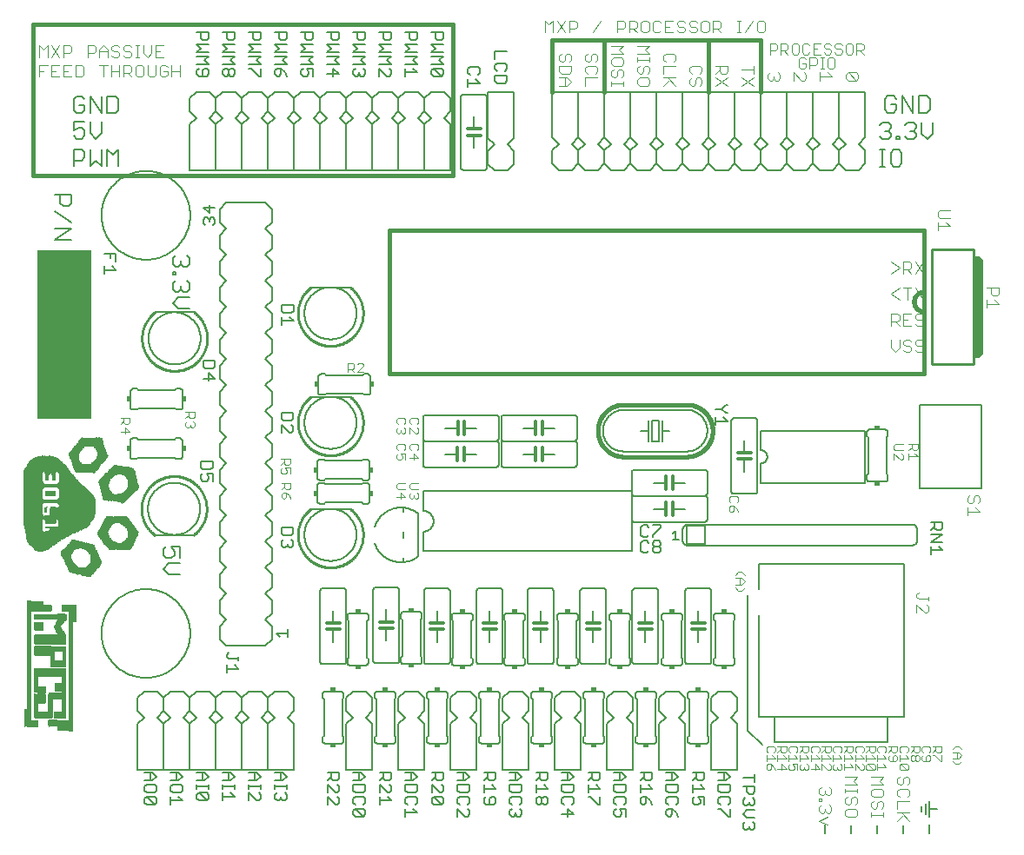
<source format=gto>
G75*
%MOIN*%
%OFA0B0*%
%FSLAX25Y25*%
%IPPOS*%
%LPD*%
%AMOC8*
5,1,8,0,0,1.08239X$1,22.5*
%
%ADD10C,0.00600*%
%ADD11C,0.00300*%
%ADD12C,0.00400*%
%ADD13C,0.01600*%
%ADD14C,0.00800*%
%ADD15R,0.00087X0.20745*%
%ADD16R,0.00087X0.21092*%
%ADD17R,0.00087X0.22221*%
%ADD18R,0.00087X0.22394*%
%ADD19R,0.00087X0.23262*%
%ADD20R,0.00087X0.23610*%
%ADD21R,0.00087X0.24564*%
%ADD22R,0.00087X0.24738*%
%ADD23R,0.00087X0.25172*%
%ADD24R,0.00087X0.25432*%
%ADD25R,0.00087X0.25606*%
%ADD26R,0.00087X0.27602*%
%ADD27R,0.00087X0.28036*%
%ADD28R,0.00087X0.28210*%
%ADD29R,0.00087X0.28818*%
%ADD30R,0.00087X0.29599*%
%ADD31R,0.00087X0.29686*%
%ADD32R,0.00087X0.30206*%
%ADD33R,0.00087X0.30640*%
%ADD34R,0.00087X0.30727*%
%ADD35R,0.00087X0.30988*%
%ADD36R,0.00087X0.31422*%
%ADD37R,0.00087X0.31508*%
%ADD38R,0.00087X0.31595*%
%ADD39R,0.00087X0.31769*%
%ADD40R,0.00087X0.32203*%
%ADD41R,0.00087X0.32376*%
%ADD42R,0.00087X0.32463*%
%ADD43R,0.00087X0.32637*%
%ADD44R,0.00087X0.32810*%
%ADD45R,0.00087X0.33071*%
%ADD46R,0.00087X0.33244*%
%ADD47R,0.00087X0.33505*%
%ADD48R,0.00087X0.33678*%
%ADD49R,0.00087X0.33678*%
%ADD50R,0.00087X0.33939*%
%ADD51R,0.00087X0.34112*%
%ADD52R,0.00087X0.34199*%
%ADD53R,0.00087X0.34460*%
%ADD54R,0.00087X0.34546*%
%ADD55R,0.00087X0.34720*%
%ADD56R,0.00087X0.35154*%
%ADD57R,0.00087X0.35241*%
%ADD58R,0.00087X0.35328*%
%ADD59R,0.00087X0.35328*%
%ADD60R,0.00087X0.35501*%
%ADD61R,0.00087X0.35675*%
%ADD62R,0.00087X0.35848*%
%ADD63R,0.00087X0.36022*%
%ADD64R,0.00087X0.36196*%
%ADD65R,0.00087X0.36282*%
%ADD66R,0.00087X0.36282*%
%ADD67R,0.00087X0.36369*%
%ADD68R,0.00087X0.36456*%
%ADD69R,0.00087X0.36543*%
%ADD70R,0.00087X0.36543*%
%ADD71R,0.00087X0.06510*%
%ADD72R,0.00087X0.03559*%
%ADD73R,0.00087X0.02257*%
%ADD74R,0.00087X0.02170*%
%ADD75R,0.00087X0.07986*%
%ADD76R,0.00087X0.06423*%
%ADD77R,0.00087X0.02604*%
%ADD78R,0.00087X0.00174*%
%ADD79R,0.00087X0.02083*%
%ADD80R,0.00087X0.01910*%
%ADD81R,0.00087X0.07812*%
%ADD82R,0.00087X0.06336*%
%ADD83R,0.00087X0.02517*%
%ADD84R,0.00087X0.00087*%
%ADD85R,0.00087X0.07725*%
%ADD86R,0.00087X0.06250*%
%ADD87R,0.00087X0.01736*%
%ADD88R,0.00087X0.01823*%
%ADD89R,0.00087X0.06163*%
%ADD90R,0.00087X0.02170*%
%ADD91R,0.00087X0.01562*%
%ADD92R,0.00087X0.01649*%
%ADD93R,0.00087X0.07638*%
%ADD94R,0.00087X0.01476*%
%ADD95R,0.00087X0.06163*%
%ADD96R,0.00087X0.01823*%
%ADD97R,0.00087X0.01389*%
%ADD98R,0.00087X0.01649*%
%ADD99R,0.00087X0.07638*%
%ADD100R,0.00087X0.01389*%
%ADD101R,0.00087X0.07552*%
%ADD102R,0.00087X0.00521*%
%ADD103R,0.00087X0.07465*%
%ADD104R,0.00087X0.00608*%
%ADD105R,0.00087X0.07378*%
%ADD106R,0.00087X0.06597*%
%ADD107R,0.00087X0.06684*%
%ADD108R,0.00087X0.01996*%
%ADD109R,0.00087X0.06770*%
%ADD110R,0.00087X0.09288*%
%ADD111R,0.00087X0.01476*%
%ADD112R,0.00087X0.01910*%
%ADD113R,0.00087X0.02083*%
%ADD114R,0.00087X0.03125*%
%ADD115R,0.00087X0.00347*%
%ADD116R,0.00087X0.07378*%
%ADD117R,0.00087X0.09288*%
%ADD118R,0.00087X0.03125*%
%ADD119R,0.00087X0.00434*%
%ADD120R,0.00087X0.07291*%
%ADD121R,0.00087X0.00347*%
%ADD122R,0.00087X0.07204*%
%ADD123R,0.00087X0.07118*%
%ADD124R,0.00087X0.01996*%
%ADD125R,0.00087X0.07031*%
%ADD126R,0.00087X0.07031*%
%ADD127R,0.00087X0.06944*%
%ADD128R,0.00087X0.06857*%
%ADD129R,0.00087X0.03298*%
%ADD130R,0.00087X0.03472*%
%ADD131R,0.00087X0.00694*%
%ADD132R,0.00087X0.07031*%
%ADD133R,0.00087X0.03559*%
%ADD134R,0.00087X0.00781*%
%ADD135R,0.00087X0.06944*%
%ADD136R,0.00087X0.03732*%
%ADD137R,0.00087X0.00868*%
%ADD138R,0.00087X0.07031*%
%ADD139R,0.00087X0.06857*%
%ADD140R,0.00087X0.05989*%
%ADD141R,0.00087X0.06076*%
%ADD142R,0.00087X0.07899*%
%ADD143R,0.00087X0.07378*%
%ADD144R,0.00087X0.09114*%
%ADD145R,0.00087X0.06336*%
%ADD146R,0.00087X0.07465*%
%ADD147R,0.00087X0.09114*%
%ADD148R,0.00087X0.09027*%
%ADD149R,0.00087X0.08940*%
%ADD150R,0.00087X0.08854*%
%ADD151R,0.00087X0.08854*%
%ADD152R,0.00087X0.08940*%
%ADD153R,0.00087X0.06250*%
%ADD154R,0.00087X0.00087*%
%ADD155R,0.00087X0.05729*%
%ADD156R,0.00087X0.05468*%
%ADD157R,0.00087X0.04774*%
%ADD158R,0.00087X0.04687*%
%ADD159R,0.00087X0.05382*%
%ADD160R,0.00087X0.04514*%
%ADD161R,0.00087X0.05382*%
%ADD162R,0.00087X0.04340*%
%ADD163R,0.00087X0.06510*%
%ADD164R,0.00087X0.04340*%
%ADD165R,0.00087X0.04253*%
%ADD166R,0.00087X0.05295*%
%ADD167R,0.00087X0.05208*%
%ADD168R,0.00087X0.04427*%
%ADD169R,0.00087X0.05034*%
%ADD170R,0.00087X0.13454*%
%ADD171R,0.00087X0.05208*%
%ADD172R,0.00087X0.02778*%
%ADD173R,0.00087X0.02430*%
%ADD174R,0.00087X0.13454*%
%ADD175R,0.00087X0.31335*%
%ADD176R,0.00087X0.31161*%
%ADD177R,0.00087X0.30814*%
%ADD178R,0.00087X0.30727*%
%ADD179R,0.00087X0.30554*%
%ADD180R,0.00087X0.30380*%
%ADD181R,0.00087X0.30293*%
%ADD182R,0.00087X0.30033*%
%ADD183R,0.00087X0.00955*%
%ADD184R,0.00087X0.29946*%
%ADD185R,0.00087X0.01823*%
%ADD186R,0.00087X0.29772*%
%ADD187R,0.00087X0.29425*%
%ADD188R,0.00087X0.02344*%
%ADD189R,0.00087X0.29252*%
%ADD190R,0.00087X0.02430*%
%ADD191R,0.00087X0.29165*%
%ADD192R,0.00087X0.02951*%
%ADD193R,0.00087X0.29078*%
%ADD194R,0.00087X0.03038*%
%ADD195R,0.00087X0.28991*%
%ADD196R,0.00087X0.03385*%
%ADD197R,0.00087X0.03646*%
%ADD198R,0.00087X0.28644*%
%ADD199R,0.00087X0.03819*%
%ADD200R,0.00087X0.28557*%
%ADD201R,0.00087X0.03906*%
%ADD202R,0.00087X0.28384*%
%ADD203R,0.00087X0.28297*%
%ADD204R,0.00087X0.05121*%
%ADD205R,0.00087X0.05468*%
%ADD206R,0.00087X0.27950*%
%ADD207R,0.00087X0.05816*%
%ADD208R,0.00087X0.27863*%
%ADD209R,0.00087X0.05902*%
%ADD210R,0.00087X0.27689*%
%ADD211R,0.00087X0.27255*%
%ADD212R,0.00087X0.27168*%
%ADD213R,0.00087X0.26995*%
%ADD214R,0.00087X0.26908*%
%ADD215R,0.00087X0.26821*%
%ADD216R,0.00087X0.26648*%
%ADD217R,0.00087X0.08072*%
%ADD218R,0.00087X0.26387*%
%ADD219R,0.00087X0.08333*%
%ADD220R,0.00087X0.26300*%
%ADD221R,0.00087X0.08506*%
%ADD222R,0.00087X0.26040*%
%ADD223R,0.00087X0.08767*%
%ADD224R,0.00087X0.25866*%
%ADD225R,0.00087X0.09114*%
%ADD226R,0.00087X0.25780*%
%ADD227R,0.00087X0.25432*%
%ADD228R,0.00087X0.09548*%
%ADD229R,0.00087X0.25346*%
%ADD230R,0.00087X0.09895*%
%ADD231R,0.00087X0.10676*%
%ADD232R,0.00087X0.24998*%
%ADD233R,0.00087X0.10850*%
%ADD234R,0.00087X0.01128*%
%ADD235R,0.00087X0.24825*%
%ADD236R,0.00087X0.10937*%
%ADD237R,0.00087X0.01389*%
%ADD238R,0.00087X0.24478*%
%ADD239R,0.00087X0.11024*%
%ADD240R,0.00087X0.01562*%
%ADD241R,0.00087X0.24391*%
%ADD242R,0.00087X0.11110*%
%ADD243R,0.00087X0.24130*%
%ADD244R,0.00087X0.11284*%
%ADD245R,0.00087X0.24044*%
%ADD246R,0.00087X0.11371*%
%ADD247R,0.00087X0.11458*%
%ADD248R,0.00087X0.03038*%
%ADD249R,0.00087X0.23783*%
%ADD250R,0.00087X0.11805*%
%ADD251R,0.00087X0.23696*%
%ADD252R,0.00087X0.05642*%
%ADD253R,0.00087X0.05295*%
%ADD254R,0.00087X0.23349*%
%ADD255R,0.00087X0.23176*%
%ADD256R,0.00087X0.04600*%
%ADD257R,0.00087X0.04514*%
%ADD258R,0.00087X0.23089*%
%ADD259R,0.00087X0.05121*%
%ADD260R,0.00087X0.04514*%
%ADD261R,0.00087X0.04948*%
%ADD262R,0.00087X0.22828*%
%ADD263R,0.00087X0.22742*%
%ADD264R,0.00087X0.22568*%
%ADD265R,0.00087X0.04166*%
%ADD266R,0.00087X0.22481*%
%ADD267R,0.00087X0.04687*%
%ADD268R,0.00087X0.04080*%
%ADD269R,0.00087X0.03993*%
%ADD270R,0.00087X0.04514*%
%ADD271R,0.00087X0.22047*%
%ADD272R,0.00087X0.21874*%
%ADD273R,0.00087X0.08072*%
%ADD274R,0.00087X0.21787*%
%ADD275R,0.00087X0.04253*%
%ADD276R,0.00087X0.03819*%
%ADD277R,0.00087X0.08680*%
%ADD278R,0.00087X0.21526*%
%ADD279R,0.00087X0.21353*%
%ADD280R,0.00087X0.03732*%
%ADD281R,0.00087X0.09461*%
%ADD282R,0.00087X0.09808*%
%ADD283R,0.00087X0.21179*%
%ADD284R,0.00087X0.10069*%
%ADD285R,0.00087X0.21006*%
%ADD286R,0.00087X0.10242*%
%ADD287R,0.00087X0.20919*%
%ADD288R,0.00087X0.10416*%
%ADD289R,0.00087X0.20745*%
%ADD290R,0.00087X0.10503*%
%ADD291R,0.00087X0.20658*%
%ADD292R,0.00087X0.10590*%
%ADD293R,0.00087X0.20572*%
%ADD294R,0.00087X0.03385*%
%ADD295R,0.00087X0.03298*%
%ADD296R,0.00087X0.10763*%
%ADD297R,0.00087X0.20485*%
%ADD298R,0.00087X0.03212*%
%ADD299R,0.00087X0.20311*%
%ADD300R,0.00087X0.20224*%
%ADD301R,0.00087X0.10937*%
%ADD302R,0.00087X0.20051*%
%ADD303R,0.00087X0.02951*%
%ADD304R,0.00087X0.11110*%
%ADD305R,0.00087X0.19877*%
%ADD306R,0.00087X0.03125*%
%ADD307R,0.00087X0.11197*%
%ADD308R,0.00087X0.19704*%
%ADD309R,0.00087X0.02864*%
%ADD310R,0.00087X0.11631*%
%ADD311R,0.00087X0.19617*%
%ADD312R,0.00087X0.02864*%
%ADD313R,0.00087X0.11892*%
%ADD314R,0.00087X0.19356*%
%ADD315R,0.00087X0.19096*%
%ADD316R,0.00087X0.05121*%
%ADD317R,0.00087X0.04861*%
%ADD318R,0.00087X0.18922*%
%ADD319R,0.00087X0.18749*%
%ADD320R,0.00087X0.02778*%
%ADD321R,0.00087X0.18662*%
%ADD322R,0.00087X0.18575*%
%ADD323R,0.00087X0.18488*%
%ADD324R,0.00087X0.18315*%
%ADD325R,0.00087X0.18141*%
%ADD326R,0.00087X0.03993*%
%ADD327R,0.00087X0.17968*%
%ADD328R,0.00087X0.02778*%
%ADD329R,0.00087X0.17881*%
%ADD330R,0.00087X0.17707*%
%ADD331R,0.00087X0.17534*%
%ADD332R,0.00087X0.17360*%
%ADD333R,0.00087X0.17273*%
%ADD334R,0.00087X0.17186*%
%ADD335R,0.00087X0.17013*%
%ADD336R,0.00087X0.16926*%
%ADD337R,0.00087X0.04166*%
%ADD338R,0.00087X0.03298*%
%ADD339R,0.00087X0.16926*%
%ADD340R,0.00087X0.16666*%
%ADD341R,0.00087X0.16579*%
%ADD342R,0.00087X0.16405*%
%ADD343R,0.00087X0.16232*%
%ADD344R,0.00087X0.16145*%
%ADD345R,0.00087X0.15884*%
%ADD346R,0.00087X0.03125*%
%ADD347R,0.00087X0.15711*%
%ADD348R,0.00087X0.15364*%
%ADD349R,0.00087X0.15277*%
%ADD350R,0.00087X0.15103*%
%ADD351R,0.00087X0.15016*%
%ADD352R,0.00087X0.14843*%
%ADD353R,0.00087X0.14496*%
%ADD354R,0.00087X0.14409*%
%ADD355R,0.00087X0.14322*%
%ADD356R,0.00087X0.04080*%
%ADD357R,0.00087X0.14148*%
%ADD358R,0.00087X0.13975*%
%ADD359R,0.00087X0.13801*%
%ADD360R,0.00087X0.03385*%
%ADD361R,0.00087X0.13714*%
%ADD362R,0.00087X0.13628*%
%ADD363R,0.00087X0.13367*%
%ADD364R,0.00087X0.13194*%
%ADD365R,0.00087X0.13107*%
%ADD366R,0.00087X0.03212*%
%ADD367R,0.00087X0.12846*%
%ADD368R,0.00087X0.04861*%
%ADD369R,0.00087X0.12673*%
%ADD370R,0.00087X0.12586*%
%ADD371R,0.00087X0.12152*%
%ADD372R,0.00087X0.03906*%
%ADD373R,0.00087X0.11631*%
%ADD374R,0.00087X0.11544*%
%ADD375R,0.00087X0.11110*%
%ADD376R,0.00087X0.12065*%
%ADD377R,0.00087X0.11978*%
%ADD378R,0.00087X0.10329*%
%ADD379R,0.00087X0.11892*%
%ADD380R,0.00087X0.11718*%
%ADD381R,0.00087X0.09722*%
%ADD382R,0.00087X0.08420*%
%ADD383R,0.00087X0.11110*%
%ADD384R,0.00087X0.08159*%
%ADD385R,0.00087X0.10676*%
%ADD386R,0.00087X0.07986*%
%ADD387R,0.00087X0.10329*%
%ADD388R,0.00087X0.10156*%
%ADD389R,0.00087X0.09982*%
%ADD390R,0.00087X0.09548*%
%ADD391R,0.00087X0.09374*%
%ADD392R,0.00087X0.05816*%
%ADD393R,0.00087X0.09201*%
%ADD394R,0.00087X0.08593*%
%ADD395R,0.00087X0.07812*%
%ADD396R,0.00087X0.06423*%
%ADD397R,0.00087X0.05468*%
%ADD398R,0.00087X0.02344*%
%ADD399R,0.00087X0.02691*%
%ADD400R,0.00087X0.10937*%
%ADD401R,0.00087X0.04080*%
%ADD402R,0.00087X0.10329*%
%ADD403R,0.00087X0.01302*%
%ADD404R,0.00087X0.00868*%
%ADD405R,0.00087X0.00434*%
%ADD406R,0.00087X0.00260*%
%ADD407R,0.00087X0.08767*%
%ADD408R,0.00087X0.00434*%
%ADD409R,0.00087X0.06597*%
%ADD410R,0.00087X0.08420*%
%ADD411R,0.00087X0.08246*%
%ADD412R,0.00087X0.08506*%
%ADD413R,0.00087X0.09548*%
%ADD414R,0.00087X0.09114*%
%ADD415R,0.00087X0.09895*%
%ADD416R,0.00087X0.10156*%
%ADD417R,0.00087X0.10590*%
%ADD418R,0.00087X0.10763*%
%ADD419R,0.00087X0.11544*%
%ADD420R,0.00087X0.05555*%
%ADD421R,0.00087X0.04948*%
%ADD422R,0.00087X0.04340*%
%ADD423R,0.00087X0.03472*%
%ADD424R,0.00087X0.02951*%
%ADD425R,0.00087X0.02951*%
%ADD426R,0.00087X0.02691*%
%ADD427R,0.00087X0.03559*%
%ADD428R,0.00087X0.03732*%
%ADD429R,0.00087X0.04600*%
%ADD430R,0.00087X0.04861*%
%ADD431R,0.00087X0.05034*%
%ADD432R,0.00087X0.11631*%
%ADD433R,0.00087X0.11458*%
%ADD434R,0.00087X0.10676*%
%ADD435R,0.00087X0.09635*%
%ADD436R,0.00087X0.08767*%
%ADD437R,0.00087X0.09808*%
%ADD438R,0.00087X0.07986*%
%ADD439R,0.00087X0.07638*%
%ADD440R,0.00100X0.06500*%
%ADD441R,0.00100X0.06700*%
%ADD442R,0.00100X0.48400*%
%ADD443R,0.00100X0.04300*%
%ADD444R,0.00100X0.02400*%
%ADD445R,0.00100X0.01700*%
%ADD446R,0.00100X0.03000*%
%ADD447R,0.00100X0.03200*%
%ADD448R,0.00100X0.03300*%
%ADD449R,0.00100X0.09100*%
%ADD450R,0.00100X0.03400*%
%ADD451R,0.00100X0.03800*%
%ADD452R,0.00100X0.03500*%
%ADD453R,0.00100X0.09500*%
%ADD454R,0.00100X0.09300*%
%ADD455R,0.00100X0.02100*%
%ADD456R,0.00100X0.03700*%
%ADD457R,0.00100X0.09600*%
%ADD458R,0.00100X0.03600*%
%ADD459R,0.00100X0.04000*%
%ADD460R,0.00100X0.01800*%
%ADD461R,0.00100X0.02700*%
%ADD462R,0.00100X0.09900*%
%ADD463R,0.00100X0.08000*%
%ADD464R,0.00100X0.08100*%
%ADD465R,0.00100X0.00600*%
%ADD466R,0.00100X0.01900*%
%ADD467R,0.00100X0.01000*%
%ADD468R,0.00100X0.02300*%
%ADD469R,0.00100X0.02500*%
%ADD470R,0.00100X0.01400*%
%ADD471R,0.00100X0.03100*%
%ADD472R,0.00100X0.02200*%
%ADD473R,0.00100X0.02600*%
%ADD474R,0.00100X0.04200*%
%ADD475R,0.00100X0.04600*%
%ADD476R,0.00100X0.05000*%
%ADD477R,0.00100X0.05400*%
%ADD478R,0.00100X0.11800*%
%ADD479R,0.00100X0.04500*%
%ADD480R,0.00100X0.04400*%
%ADD481R,0.00100X0.06600*%
%ADD482R,0.00100X0.06400*%
%ADD483R,0.00100X0.06300*%
%ADD484R,0.00100X0.04100*%
%ADD485R,0.00100X0.06100*%
%ADD486R,0.00100X0.06000*%
%ADD487R,0.00100X0.03900*%
%ADD488R,0.00100X0.05800*%
%ADD489R,0.00100X0.05700*%
%ADD490R,0.00100X0.09200*%
%ADD491R,0.00100X0.05500*%
%ADD492R,0.00100X0.05200*%
%ADD493R,0.00100X0.05100*%
%ADD494R,0.00100X0.04900*%
%ADD495R,0.00100X0.04800*%
%ADD496R,0.00100X0.02900*%
%ADD497R,0.00100X0.02800*%
%ADD498R,0.00100X0.07700*%
%ADD499R,0.00100X0.08800*%
%ADD500R,0.00100X0.48000*%
%ADD501R,0.20900X0.64600*%
%ADD502C,0.00500*%
%ADD503C,0.01200*%
%ADD504C,0.01000*%
%ADD505R,0.02000X0.01500*%
%ADD506R,0.01500X0.02000*%
D10*
X0048360Y0026920D02*
X0058360Y0026920D01*
X0068360Y0026920D01*
X0068360Y0044420D01*
X0065860Y0046920D01*
X0068360Y0049420D01*
X0068360Y0054420D01*
X0065860Y0056920D01*
X0060860Y0056920D01*
X0058360Y0054420D01*
X0058360Y0049420D01*
X0060860Y0046920D01*
X0058360Y0044420D01*
X0058360Y0026920D01*
X0058360Y0044420D01*
X0055860Y0046920D01*
X0058360Y0049420D01*
X0058360Y0054420D01*
X0055860Y0056920D01*
X0050860Y0056920D01*
X0048360Y0054420D01*
X0048360Y0049420D01*
X0050860Y0046920D01*
X0048360Y0044420D01*
X0048360Y0026920D01*
X0068360Y0026920D02*
X0068360Y0044420D01*
X0070860Y0046920D01*
X0068360Y0049420D01*
X0068360Y0054420D01*
X0070860Y0056920D01*
X0075860Y0056920D01*
X0078360Y0054420D01*
X0078360Y0049420D01*
X0075860Y0046920D01*
X0078360Y0044420D01*
X0078360Y0026920D01*
X0068360Y0026920D01*
X0078360Y0026920D02*
X0088360Y0026920D01*
X0098360Y0026920D01*
X0108360Y0026920D01*
X0108360Y0044420D01*
X0105860Y0046920D01*
X0108360Y0049420D01*
X0108360Y0054420D01*
X0105860Y0056920D01*
X0100860Y0056920D01*
X0098360Y0054420D01*
X0098360Y0049420D01*
X0100860Y0046920D01*
X0098360Y0044420D01*
X0098360Y0026920D01*
X0098360Y0044420D01*
X0095860Y0046920D01*
X0098360Y0049420D01*
X0098360Y0054420D01*
X0095860Y0056920D01*
X0090860Y0056920D01*
X0088360Y0054420D01*
X0088360Y0049420D01*
X0090860Y0046920D01*
X0088360Y0044420D01*
X0088360Y0026920D01*
X0088360Y0044420D01*
X0085860Y0046920D01*
X0088360Y0049420D01*
X0088360Y0054420D01*
X0085860Y0056920D01*
X0080860Y0056920D01*
X0078360Y0054420D01*
X0078360Y0049420D01*
X0080860Y0046920D01*
X0078360Y0044420D01*
X0078360Y0026920D01*
X0119360Y0037920D02*
X0119360Y0039420D01*
X0119860Y0039920D01*
X0119860Y0053920D01*
X0119360Y0054420D01*
X0119360Y0055920D01*
X0119362Y0055980D01*
X0119367Y0056041D01*
X0119376Y0056100D01*
X0119389Y0056159D01*
X0119405Y0056218D01*
X0119425Y0056275D01*
X0119448Y0056330D01*
X0119475Y0056385D01*
X0119504Y0056437D01*
X0119537Y0056488D01*
X0119573Y0056537D01*
X0119611Y0056583D01*
X0119653Y0056627D01*
X0119697Y0056669D01*
X0119743Y0056707D01*
X0119792Y0056743D01*
X0119843Y0056776D01*
X0119895Y0056805D01*
X0119950Y0056832D01*
X0120005Y0056855D01*
X0120062Y0056875D01*
X0120121Y0056891D01*
X0120180Y0056904D01*
X0120239Y0056913D01*
X0120300Y0056918D01*
X0120360Y0056920D01*
X0126360Y0056920D01*
X0126420Y0056918D01*
X0126481Y0056913D01*
X0126540Y0056904D01*
X0126599Y0056891D01*
X0126658Y0056875D01*
X0126715Y0056855D01*
X0126770Y0056832D01*
X0126825Y0056805D01*
X0126877Y0056776D01*
X0126928Y0056743D01*
X0126977Y0056707D01*
X0127023Y0056669D01*
X0127067Y0056627D01*
X0127109Y0056583D01*
X0127147Y0056537D01*
X0127183Y0056488D01*
X0127216Y0056437D01*
X0127245Y0056385D01*
X0127272Y0056330D01*
X0127295Y0056275D01*
X0127315Y0056218D01*
X0127331Y0056159D01*
X0127344Y0056100D01*
X0127353Y0056041D01*
X0127358Y0055980D01*
X0127360Y0055920D01*
X0127360Y0054420D01*
X0126860Y0053920D01*
X0126860Y0039920D01*
X0127360Y0039420D01*
X0127360Y0037920D01*
X0127358Y0037860D01*
X0127353Y0037799D01*
X0127344Y0037740D01*
X0127331Y0037681D01*
X0127315Y0037622D01*
X0127295Y0037565D01*
X0127272Y0037510D01*
X0127245Y0037455D01*
X0127216Y0037403D01*
X0127183Y0037352D01*
X0127147Y0037303D01*
X0127109Y0037257D01*
X0127067Y0037213D01*
X0127023Y0037171D01*
X0126977Y0037133D01*
X0126928Y0037097D01*
X0126877Y0037064D01*
X0126825Y0037035D01*
X0126770Y0037008D01*
X0126715Y0036985D01*
X0126658Y0036965D01*
X0126599Y0036949D01*
X0126540Y0036936D01*
X0126481Y0036927D01*
X0126420Y0036922D01*
X0126360Y0036920D01*
X0120360Y0036920D01*
X0120300Y0036922D01*
X0120239Y0036927D01*
X0120180Y0036936D01*
X0120121Y0036949D01*
X0120062Y0036965D01*
X0120005Y0036985D01*
X0119950Y0037008D01*
X0119895Y0037035D01*
X0119843Y0037064D01*
X0119792Y0037097D01*
X0119743Y0037133D01*
X0119697Y0037171D01*
X0119653Y0037213D01*
X0119611Y0037257D01*
X0119573Y0037303D01*
X0119537Y0037352D01*
X0119504Y0037403D01*
X0119475Y0037455D01*
X0119448Y0037510D01*
X0119425Y0037565D01*
X0119405Y0037622D01*
X0119389Y0037681D01*
X0119376Y0037740D01*
X0119367Y0037799D01*
X0119362Y0037860D01*
X0119360Y0037920D01*
X0128360Y0044420D02*
X0130860Y0046920D01*
X0128360Y0049420D01*
X0128360Y0054420D01*
X0130860Y0056920D01*
X0135860Y0056920D01*
X0138360Y0054420D01*
X0138360Y0049420D01*
X0135860Y0046920D01*
X0138360Y0044420D01*
X0138360Y0026920D01*
X0128360Y0026920D01*
X0128360Y0044420D01*
X0139360Y0039420D02*
X0139360Y0037920D01*
X0139362Y0037860D01*
X0139367Y0037799D01*
X0139376Y0037740D01*
X0139389Y0037681D01*
X0139405Y0037622D01*
X0139425Y0037565D01*
X0139448Y0037510D01*
X0139475Y0037455D01*
X0139504Y0037403D01*
X0139537Y0037352D01*
X0139573Y0037303D01*
X0139611Y0037257D01*
X0139653Y0037213D01*
X0139697Y0037171D01*
X0139743Y0037133D01*
X0139792Y0037097D01*
X0139843Y0037064D01*
X0139895Y0037035D01*
X0139950Y0037008D01*
X0140005Y0036985D01*
X0140062Y0036965D01*
X0140121Y0036949D01*
X0140180Y0036936D01*
X0140239Y0036927D01*
X0140300Y0036922D01*
X0140360Y0036920D01*
X0146360Y0036920D01*
X0146420Y0036922D01*
X0146481Y0036927D01*
X0146540Y0036936D01*
X0146599Y0036949D01*
X0146658Y0036965D01*
X0146715Y0036985D01*
X0146770Y0037008D01*
X0146825Y0037035D01*
X0146877Y0037064D01*
X0146928Y0037097D01*
X0146977Y0037133D01*
X0147023Y0037171D01*
X0147067Y0037213D01*
X0147109Y0037257D01*
X0147147Y0037303D01*
X0147183Y0037352D01*
X0147216Y0037403D01*
X0147245Y0037455D01*
X0147272Y0037510D01*
X0147295Y0037565D01*
X0147315Y0037622D01*
X0147331Y0037681D01*
X0147344Y0037740D01*
X0147353Y0037799D01*
X0147358Y0037860D01*
X0147360Y0037920D01*
X0147360Y0039420D01*
X0146860Y0039920D01*
X0146860Y0053920D01*
X0147360Y0054420D01*
X0147360Y0055920D01*
X0147358Y0055980D01*
X0147353Y0056041D01*
X0147344Y0056100D01*
X0147331Y0056159D01*
X0147315Y0056218D01*
X0147295Y0056275D01*
X0147272Y0056330D01*
X0147245Y0056385D01*
X0147216Y0056437D01*
X0147183Y0056488D01*
X0147147Y0056537D01*
X0147109Y0056583D01*
X0147067Y0056627D01*
X0147023Y0056669D01*
X0146977Y0056707D01*
X0146928Y0056743D01*
X0146877Y0056776D01*
X0146825Y0056805D01*
X0146770Y0056832D01*
X0146715Y0056855D01*
X0146658Y0056875D01*
X0146599Y0056891D01*
X0146540Y0056904D01*
X0146481Y0056913D01*
X0146420Y0056918D01*
X0146360Y0056920D01*
X0140360Y0056920D01*
X0140300Y0056918D01*
X0140239Y0056913D01*
X0140180Y0056904D01*
X0140121Y0056891D01*
X0140062Y0056875D01*
X0140005Y0056855D01*
X0139950Y0056832D01*
X0139895Y0056805D01*
X0139843Y0056776D01*
X0139792Y0056743D01*
X0139743Y0056707D01*
X0139697Y0056669D01*
X0139653Y0056627D01*
X0139611Y0056583D01*
X0139573Y0056537D01*
X0139537Y0056488D01*
X0139504Y0056437D01*
X0139475Y0056385D01*
X0139448Y0056330D01*
X0139425Y0056275D01*
X0139405Y0056218D01*
X0139389Y0056159D01*
X0139376Y0056100D01*
X0139367Y0056041D01*
X0139362Y0055980D01*
X0139360Y0055920D01*
X0139360Y0054420D01*
X0139860Y0053920D01*
X0139860Y0039920D01*
X0139360Y0039420D01*
X0148360Y0044420D02*
X0150860Y0046920D01*
X0148360Y0049420D01*
X0148360Y0054420D01*
X0150860Y0056920D01*
X0155860Y0056920D01*
X0158360Y0054420D01*
X0158360Y0049420D01*
X0155860Y0046920D01*
X0158360Y0044420D01*
X0158360Y0026920D01*
X0148360Y0026920D01*
X0148360Y0044420D01*
X0159360Y0039420D02*
X0159360Y0037920D01*
X0159362Y0037860D01*
X0159367Y0037799D01*
X0159376Y0037740D01*
X0159389Y0037681D01*
X0159405Y0037622D01*
X0159425Y0037565D01*
X0159448Y0037510D01*
X0159475Y0037455D01*
X0159504Y0037403D01*
X0159537Y0037352D01*
X0159573Y0037303D01*
X0159611Y0037257D01*
X0159653Y0037213D01*
X0159697Y0037171D01*
X0159743Y0037133D01*
X0159792Y0037097D01*
X0159843Y0037064D01*
X0159895Y0037035D01*
X0159950Y0037008D01*
X0160005Y0036985D01*
X0160062Y0036965D01*
X0160121Y0036949D01*
X0160180Y0036936D01*
X0160239Y0036927D01*
X0160300Y0036922D01*
X0160360Y0036920D01*
X0166360Y0036920D01*
X0166420Y0036922D01*
X0166481Y0036927D01*
X0166540Y0036936D01*
X0166599Y0036949D01*
X0166658Y0036965D01*
X0166715Y0036985D01*
X0166770Y0037008D01*
X0166825Y0037035D01*
X0166877Y0037064D01*
X0166928Y0037097D01*
X0166977Y0037133D01*
X0167023Y0037171D01*
X0167067Y0037213D01*
X0167109Y0037257D01*
X0167147Y0037303D01*
X0167183Y0037352D01*
X0167216Y0037403D01*
X0167245Y0037455D01*
X0167272Y0037510D01*
X0167295Y0037565D01*
X0167315Y0037622D01*
X0167331Y0037681D01*
X0167344Y0037740D01*
X0167353Y0037799D01*
X0167358Y0037860D01*
X0167360Y0037920D01*
X0167360Y0039420D01*
X0166860Y0039920D01*
X0166860Y0053920D01*
X0167360Y0054420D01*
X0167360Y0055920D01*
X0167358Y0055980D01*
X0167353Y0056041D01*
X0167344Y0056100D01*
X0167331Y0056159D01*
X0167315Y0056218D01*
X0167295Y0056275D01*
X0167272Y0056330D01*
X0167245Y0056385D01*
X0167216Y0056437D01*
X0167183Y0056488D01*
X0167147Y0056537D01*
X0167109Y0056583D01*
X0167067Y0056627D01*
X0167023Y0056669D01*
X0166977Y0056707D01*
X0166928Y0056743D01*
X0166877Y0056776D01*
X0166825Y0056805D01*
X0166770Y0056832D01*
X0166715Y0056855D01*
X0166658Y0056875D01*
X0166599Y0056891D01*
X0166540Y0056904D01*
X0166481Y0056913D01*
X0166420Y0056918D01*
X0166360Y0056920D01*
X0160360Y0056920D01*
X0160300Y0056918D01*
X0160239Y0056913D01*
X0160180Y0056904D01*
X0160121Y0056891D01*
X0160062Y0056875D01*
X0160005Y0056855D01*
X0159950Y0056832D01*
X0159895Y0056805D01*
X0159843Y0056776D01*
X0159792Y0056743D01*
X0159743Y0056707D01*
X0159697Y0056669D01*
X0159653Y0056627D01*
X0159611Y0056583D01*
X0159573Y0056537D01*
X0159537Y0056488D01*
X0159504Y0056437D01*
X0159475Y0056385D01*
X0159448Y0056330D01*
X0159425Y0056275D01*
X0159405Y0056218D01*
X0159389Y0056159D01*
X0159376Y0056100D01*
X0159367Y0056041D01*
X0159362Y0055980D01*
X0159360Y0055920D01*
X0159360Y0054420D01*
X0159860Y0053920D01*
X0159860Y0039920D01*
X0159360Y0039420D01*
X0168360Y0044420D02*
X0170860Y0046920D01*
X0168360Y0049420D01*
X0168360Y0054420D01*
X0170860Y0056920D01*
X0175860Y0056920D01*
X0178360Y0054420D01*
X0178360Y0049420D01*
X0175860Y0046920D01*
X0178360Y0044420D01*
X0178360Y0026920D01*
X0168360Y0026920D01*
X0168360Y0044420D01*
X0179360Y0039420D02*
X0179360Y0037920D01*
X0179362Y0037860D01*
X0179367Y0037799D01*
X0179376Y0037740D01*
X0179389Y0037681D01*
X0179405Y0037622D01*
X0179425Y0037565D01*
X0179448Y0037510D01*
X0179475Y0037455D01*
X0179504Y0037403D01*
X0179537Y0037352D01*
X0179573Y0037303D01*
X0179611Y0037257D01*
X0179653Y0037213D01*
X0179697Y0037171D01*
X0179743Y0037133D01*
X0179792Y0037097D01*
X0179843Y0037064D01*
X0179895Y0037035D01*
X0179950Y0037008D01*
X0180005Y0036985D01*
X0180062Y0036965D01*
X0180121Y0036949D01*
X0180180Y0036936D01*
X0180239Y0036927D01*
X0180300Y0036922D01*
X0180360Y0036920D01*
X0186360Y0036920D01*
X0186420Y0036922D01*
X0186481Y0036927D01*
X0186540Y0036936D01*
X0186599Y0036949D01*
X0186658Y0036965D01*
X0186715Y0036985D01*
X0186770Y0037008D01*
X0186825Y0037035D01*
X0186877Y0037064D01*
X0186928Y0037097D01*
X0186977Y0037133D01*
X0187023Y0037171D01*
X0187067Y0037213D01*
X0187109Y0037257D01*
X0187147Y0037303D01*
X0187183Y0037352D01*
X0187216Y0037403D01*
X0187245Y0037455D01*
X0187272Y0037510D01*
X0187295Y0037565D01*
X0187315Y0037622D01*
X0187331Y0037681D01*
X0187344Y0037740D01*
X0187353Y0037799D01*
X0187358Y0037860D01*
X0187360Y0037920D01*
X0187360Y0039420D01*
X0186860Y0039920D01*
X0186860Y0053920D01*
X0187360Y0054420D01*
X0187360Y0055920D01*
X0187358Y0055980D01*
X0187353Y0056041D01*
X0187344Y0056100D01*
X0187331Y0056159D01*
X0187315Y0056218D01*
X0187295Y0056275D01*
X0187272Y0056330D01*
X0187245Y0056385D01*
X0187216Y0056437D01*
X0187183Y0056488D01*
X0187147Y0056537D01*
X0187109Y0056583D01*
X0187067Y0056627D01*
X0187023Y0056669D01*
X0186977Y0056707D01*
X0186928Y0056743D01*
X0186877Y0056776D01*
X0186825Y0056805D01*
X0186770Y0056832D01*
X0186715Y0056855D01*
X0186658Y0056875D01*
X0186599Y0056891D01*
X0186540Y0056904D01*
X0186481Y0056913D01*
X0186420Y0056918D01*
X0186360Y0056920D01*
X0180360Y0056920D01*
X0180300Y0056918D01*
X0180239Y0056913D01*
X0180180Y0056904D01*
X0180121Y0056891D01*
X0180062Y0056875D01*
X0180005Y0056855D01*
X0179950Y0056832D01*
X0179895Y0056805D01*
X0179843Y0056776D01*
X0179792Y0056743D01*
X0179743Y0056707D01*
X0179697Y0056669D01*
X0179653Y0056627D01*
X0179611Y0056583D01*
X0179573Y0056537D01*
X0179537Y0056488D01*
X0179504Y0056437D01*
X0179475Y0056385D01*
X0179448Y0056330D01*
X0179425Y0056275D01*
X0179405Y0056218D01*
X0179389Y0056159D01*
X0179376Y0056100D01*
X0179367Y0056041D01*
X0179362Y0055980D01*
X0179360Y0055920D01*
X0179360Y0054420D01*
X0179860Y0053920D01*
X0179860Y0039920D01*
X0179360Y0039420D01*
X0188360Y0044420D02*
X0190860Y0046920D01*
X0188360Y0049420D01*
X0188360Y0054420D01*
X0190860Y0056920D01*
X0195860Y0056920D01*
X0198360Y0054420D01*
X0198360Y0049420D01*
X0195860Y0046920D01*
X0198360Y0044420D01*
X0198360Y0026920D01*
X0188360Y0026920D01*
X0188360Y0044420D01*
X0199360Y0039420D02*
X0199360Y0037920D01*
X0199362Y0037860D01*
X0199367Y0037799D01*
X0199376Y0037740D01*
X0199389Y0037681D01*
X0199405Y0037622D01*
X0199425Y0037565D01*
X0199448Y0037510D01*
X0199475Y0037455D01*
X0199504Y0037403D01*
X0199537Y0037352D01*
X0199573Y0037303D01*
X0199611Y0037257D01*
X0199653Y0037213D01*
X0199697Y0037171D01*
X0199743Y0037133D01*
X0199792Y0037097D01*
X0199843Y0037064D01*
X0199895Y0037035D01*
X0199950Y0037008D01*
X0200005Y0036985D01*
X0200062Y0036965D01*
X0200121Y0036949D01*
X0200180Y0036936D01*
X0200239Y0036927D01*
X0200300Y0036922D01*
X0200360Y0036920D01*
X0206360Y0036920D01*
X0206420Y0036922D01*
X0206481Y0036927D01*
X0206540Y0036936D01*
X0206599Y0036949D01*
X0206658Y0036965D01*
X0206715Y0036985D01*
X0206770Y0037008D01*
X0206825Y0037035D01*
X0206877Y0037064D01*
X0206928Y0037097D01*
X0206977Y0037133D01*
X0207023Y0037171D01*
X0207067Y0037213D01*
X0207109Y0037257D01*
X0207147Y0037303D01*
X0207183Y0037352D01*
X0207216Y0037403D01*
X0207245Y0037455D01*
X0207272Y0037510D01*
X0207295Y0037565D01*
X0207315Y0037622D01*
X0207331Y0037681D01*
X0207344Y0037740D01*
X0207353Y0037799D01*
X0207358Y0037860D01*
X0207360Y0037920D01*
X0207360Y0039420D01*
X0206860Y0039920D01*
X0206860Y0053920D01*
X0207360Y0054420D01*
X0207360Y0055920D01*
X0207358Y0055980D01*
X0207353Y0056041D01*
X0207344Y0056100D01*
X0207331Y0056159D01*
X0207315Y0056218D01*
X0207295Y0056275D01*
X0207272Y0056330D01*
X0207245Y0056385D01*
X0207216Y0056437D01*
X0207183Y0056488D01*
X0207147Y0056537D01*
X0207109Y0056583D01*
X0207067Y0056627D01*
X0207023Y0056669D01*
X0206977Y0056707D01*
X0206928Y0056743D01*
X0206877Y0056776D01*
X0206825Y0056805D01*
X0206770Y0056832D01*
X0206715Y0056855D01*
X0206658Y0056875D01*
X0206599Y0056891D01*
X0206540Y0056904D01*
X0206481Y0056913D01*
X0206420Y0056918D01*
X0206360Y0056920D01*
X0200360Y0056920D01*
X0200300Y0056918D01*
X0200239Y0056913D01*
X0200180Y0056904D01*
X0200121Y0056891D01*
X0200062Y0056875D01*
X0200005Y0056855D01*
X0199950Y0056832D01*
X0199895Y0056805D01*
X0199843Y0056776D01*
X0199792Y0056743D01*
X0199743Y0056707D01*
X0199697Y0056669D01*
X0199653Y0056627D01*
X0199611Y0056583D01*
X0199573Y0056537D01*
X0199537Y0056488D01*
X0199504Y0056437D01*
X0199475Y0056385D01*
X0199448Y0056330D01*
X0199425Y0056275D01*
X0199405Y0056218D01*
X0199389Y0056159D01*
X0199376Y0056100D01*
X0199367Y0056041D01*
X0199362Y0055980D01*
X0199360Y0055920D01*
X0199360Y0054420D01*
X0199860Y0053920D01*
X0199860Y0039920D01*
X0199360Y0039420D01*
X0208360Y0044420D02*
X0210860Y0046920D01*
X0208360Y0049420D01*
X0208360Y0054420D01*
X0210860Y0056920D01*
X0215860Y0056920D01*
X0218360Y0054420D01*
X0218360Y0049420D01*
X0215860Y0046920D01*
X0218360Y0044420D01*
X0218360Y0026920D01*
X0208360Y0026920D01*
X0208360Y0044420D01*
X0219360Y0039420D02*
X0219360Y0037920D01*
X0219362Y0037860D01*
X0219367Y0037799D01*
X0219376Y0037740D01*
X0219389Y0037681D01*
X0219405Y0037622D01*
X0219425Y0037565D01*
X0219448Y0037510D01*
X0219475Y0037455D01*
X0219504Y0037403D01*
X0219537Y0037352D01*
X0219573Y0037303D01*
X0219611Y0037257D01*
X0219653Y0037213D01*
X0219697Y0037171D01*
X0219743Y0037133D01*
X0219792Y0037097D01*
X0219843Y0037064D01*
X0219895Y0037035D01*
X0219950Y0037008D01*
X0220005Y0036985D01*
X0220062Y0036965D01*
X0220121Y0036949D01*
X0220180Y0036936D01*
X0220239Y0036927D01*
X0220300Y0036922D01*
X0220360Y0036920D01*
X0226360Y0036920D01*
X0226420Y0036922D01*
X0226481Y0036927D01*
X0226540Y0036936D01*
X0226599Y0036949D01*
X0226658Y0036965D01*
X0226715Y0036985D01*
X0226770Y0037008D01*
X0226825Y0037035D01*
X0226877Y0037064D01*
X0226928Y0037097D01*
X0226977Y0037133D01*
X0227023Y0037171D01*
X0227067Y0037213D01*
X0227109Y0037257D01*
X0227147Y0037303D01*
X0227183Y0037352D01*
X0227216Y0037403D01*
X0227245Y0037455D01*
X0227272Y0037510D01*
X0227295Y0037565D01*
X0227315Y0037622D01*
X0227331Y0037681D01*
X0227344Y0037740D01*
X0227353Y0037799D01*
X0227358Y0037860D01*
X0227360Y0037920D01*
X0227360Y0039420D01*
X0226860Y0039920D01*
X0226860Y0053920D01*
X0227360Y0054420D01*
X0227360Y0055920D01*
X0227358Y0055980D01*
X0227353Y0056041D01*
X0227344Y0056100D01*
X0227331Y0056159D01*
X0227315Y0056218D01*
X0227295Y0056275D01*
X0227272Y0056330D01*
X0227245Y0056385D01*
X0227216Y0056437D01*
X0227183Y0056488D01*
X0227147Y0056537D01*
X0227109Y0056583D01*
X0227067Y0056627D01*
X0227023Y0056669D01*
X0226977Y0056707D01*
X0226928Y0056743D01*
X0226877Y0056776D01*
X0226825Y0056805D01*
X0226770Y0056832D01*
X0226715Y0056855D01*
X0226658Y0056875D01*
X0226599Y0056891D01*
X0226540Y0056904D01*
X0226481Y0056913D01*
X0226420Y0056918D01*
X0226360Y0056920D01*
X0220360Y0056920D01*
X0220300Y0056918D01*
X0220239Y0056913D01*
X0220180Y0056904D01*
X0220121Y0056891D01*
X0220062Y0056875D01*
X0220005Y0056855D01*
X0219950Y0056832D01*
X0219895Y0056805D01*
X0219843Y0056776D01*
X0219792Y0056743D01*
X0219743Y0056707D01*
X0219697Y0056669D01*
X0219653Y0056627D01*
X0219611Y0056583D01*
X0219573Y0056537D01*
X0219537Y0056488D01*
X0219504Y0056437D01*
X0219475Y0056385D01*
X0219448Y0056330D01*
X0219425Y0056275D01*
X0219405Y0056218D01*
X0219389Y0056159D01*
X0219376Y0056100D01*
X0219367Y0056041D01*
X0219362Y0055980D01*
X0219360Y0055920D01*
X0219360Y0054420D01*
X0219860Y0053920D01*
X0219860Y0039920D01*
X0219360Y0039420D01*
X0228360Y0044420D02*
X0230860Y0046920D01*
X0228360Y0049420D01*
X0228360Y0054420D01*
X0230860Y0056920D01*
X0235860Y0056920D01*
X0238360Y0054420D01*
X0238360Y0049420D01*
X0235860Y0046920D01*
X0238360Y0044420D01*
X0238360Y0026920D01*
X0228360Y0026920D01*
X0228360Y0044420D01*
X0239360Y0039420D02*
X0239360Y0037920D01*
X0239362Y0037860D01*
X0239367Y0037799D01*
X0239376Y0037740D01*
X0239389Y0037681D01*
X0239405Y0037622D01*
X0239425Y0037565D01*
X0239448Y0037510D01*
X0239475Y0037455D01*
X0239504Y0037403D01*
X0239537Y0037352D01*
X0239573Y0037303D01*
X0239611Y0037257D01*
X0239653Y0037213D01*
X0239697Y0037171D01*
X0239743Y0037133D01*
X0239792Y0037097D01*
X0239843Y0037064D01*
X0239895Y0037035D01*
X0239950Y0037008D01*
X0240005Y0036985D01*
X0240062Y0036965D01*
X0240121Y0036949D01*
X0240180Y0036936D01*
X0240239Y0036927D01*
X0240300Y0036922D01*
X0240360Y0036920D01*
X0246360Y0036920D01*
X0246420Y0036922D01*
X0246481Y0036927D01*
X0246540Y0036936D01*
X0246599Y0036949D01*
X0246658Y0036965D01*
X0246715Y0036985D01*
X0246770Y0037008D01*
X0246825Y0037035D01*
X0246877Y0037064D01*
X0246928Y0037097D01*
X0246977Y0037133D01*
X0247023Y0037171D01*
X0247067Y0037213D01*
X0247109Y0037257D01*
X0247147Y0037303D01*
X0247183Y0037352D01*
X0247216Y0037403D01*
X0247245Y0037455D01*
X0247272Y0037510D01*
X0247295Y0037565D01*
X0247315Y0037622D01*
X0247331Y0037681D01*
X0247344Y0037740D01*
X0247353Y0037799D01*
X0247358Y0037860D01*
X0247360Y0037920D01*
X0247360Y0039420D01*
X0246860Y0039920D01*
X0246860Y0053920D01*
X0247360Y0054420D01*
X0247360Y0055920D01*
X0247358Y0055980D01*
X0247353Y0056041D01*
X0247344Y0056100D01*
X0247331Y0056159D01*
X0247315Y0056218D01*
X0247295Y0056275D01*
X0247272Y0056330D01*
X0247245Y0056385D01*
X0247216Y0056437D01*
X0247183Y0056488D01*
X0247147Y0056537D01*
X0247109Y0056583D01*
X0247067Y0056627D01*
X0247023Y0056669D01*
X0246977Y0056707D01*
X0246928Y0056743D01*
X0246877Y0056776D01*
X0246825Y0056805D01*
X0246770Y0056832D01*
X0246715Y0056855D01*
X0246658Y0056875D01*
X0246599Y0056891D01*
X0246540Y0056904D01*
X0246481Y0056913D01*
X0246420Y0056918D01*
X0246360Y0056920D01*
X0240360Y0056920D01*
X0240300Y0056918D01*
X0240239Y0056913D01*
X0240180Y0056904D01*
X0240121Y0056891D01*
X0240062Y0056875D01*
X0240005Y0056855D01*
X0239950Y0056832D01*
X0239895Y0056805D01*
X0239843Y0056776D01*
X0239792Y0056743D01*
X0239743Y0056707D01*
X0239697Y0056669D01*
X0239653Y0056627D01*
X0239611Y0056583D01*
X0239573Y0056537D01*
X0239537Y0056488D01*
X0239504Y0056437D01*
X0239475Y0056385D01*
X0239448Y0056330D01*
X0239425Y0056275D01*
X0239405Y0056218D01*
X0239389Y0056159D01*
X0239376Y0056100D01*
X0239367Y0056041D01*
X0239362Y0055980D01*
X0239360Y0055920D01*
X0239360Y0054420D01*
X0239860Y0053920D01*
X0239860Y0039920D01*
X0239360Y0039420D01*
X0248360Y0044420D02*
X0250860Y0046920D01*
X0248360Y0049420D01*
X0248360Y0054420D01*
X0250860Y0056920D01*
X0255860Y0056920D01*
X0258360Y0054420D01*
X0258360Y0049420D01*
X0255860Y0046920D01*
X0258360Y0044420D01*
X0258360Y0026920D01*
X0248360Y0026920D01*
X0248360Y0044420D01*
X0259360Y0039420D02*
X0259360Y0037920D01*
X0259362Y0037860D01*
X0259367Y0037799D01*
X0259376Y0037740D01*
X0259389Y0037681D01*
X0259405Y0037622D01*
X0259425Y0037565D01*
X0259448Y0037510D01*
X0259475Y0037455D01*
X0259504Y0037403D01*
X0259537Y0037352D01*
X0259573Y0037303D01*
X0259611Y0037257D01*
X0259653Y0037213D01*
X0259697Y0037171D01*
X0259743Y0037133D01*
X0259792Y0037097D01*
X0259843Y0037064D01*
X0259895Y0037035D01*
X0259950Y0037008D01*
X0260005Y0036985D01*
X0260062Y0036965D01*
X0260121Y0036949D01*
X0260180Y0036936D01*
X0260239Y0036927D01*
X0260300Y0036922D01*
X0260360Y0036920D01*
X0266360Y0036920D01*
X0266420Y0036922D01*
X0266481Y0036927D01*
X0266540Y0036936D01*
X0266599Y0036949D01*
X0266658Y0036965D01*
X0266715Y0036985D01*
X0266770Y0037008D01*
X0266825Y0037035D01*
X0266877Y0037064D01*
X0266928Y0037097D01*
X0266977Y0037133D01*
X0267023Y0037171D01*
X0267067Y0037213D01*
X0267109Y0037257D01*
X0267147Y0037303D01*
X0267183Y0037352D01*
X0267216Y0037403D01*
X0267245Y0037455D01*
X0267272Y0037510D01*
X0267295Y0037565D01*
X0267315Y0037622D01*
X0267331Y0037681D01*
X0267344Y0037740D01*
X0267353Y0037799D01*
X0267358Y0037860D01*
X0267360Y0037920D01*
X0267360Y0039420D01*
X0266860Y0039920D01*
X0266860Y0053920D01*
X0267360Y0054420D01*
X0267360Y0055920D01*
X0267358Y0055980D01*
X0267353Y0056041D01*
X0267344Y0056100D01*
X0267331Y0056159D01*
X0267315Y0056218D01*
X0267295Y0056275D01*
X0267272Y0056330D01*
X0267245Y0056385D01*
X0267216Y0056437D01*
X0267183Y0056488D01*
X0267147Y0056537D01*
X0267109Y0056583D01*
X0267067Y0056627D01*
X0267023Y0056669D01*
X0266977Y0056707D01*
X0266928Y0056743D01*
X0266877Y0056776D01*
X0266825Y0056805D01*
X0266770Y0056832D01*
X0266715Y0056855D01*
X0266658Y0056875D01*
X0266599Y0056891D01*
X0266540Y0056904D01*
X0266481Y0056913D01*
X0266420Y0056918D01*
X0266360Y0056920D01*
X0260360Y0056920D01*
X0260300Y0056918D01*
X0260239Y0056913D01*
X0260180Y0056904D01*
X0260121Y0056891D01*
X0260062Y0056875D01*
X0260005Y0056855D01*
X0259950Y0056832D01*
X0259895Y0056805D01*
X0259843Y0056776D01*
X0259792Y0056743D01*
X0259743Y0056707D01*
X0259697Y0056669D01*
X0259653Y0056627D01*
X0259611Y0056583D01*
X0259573Y0056537D01*
X0259537Y0056488D01*
X0259504Y0056437D01*
X0259475Y0056385D01*
X0259448Y0056330D01*
X0259425Y0056275D01*
X0259405Y0056218D01*
X0259389Y0056159D01*
X0259376Y0056100D01*
X0259367Y0056041D01*
X0259362Y0055980D01*
X0259360Y0055920D01*
X0259360Y0054420D01*
X0259860Y0053920D01*
X0259860Y0039920D01*
X0259360Y0039420D01*
X0268360Y0044420D02*
X0270860Y0046920D01*
X0268360Y0049420D01*
X0268360Y0054420D01*
X0270860Y0056920D01*
X0275860Y0056920D01*
X0278360Y0054420D01*
X0278360Y0049420D01*
X0275860Y0046920D01*
X0278360Y0044420D01*
X0278360Y0026920D01*
X0268360Y0026920D01*
X0268360Y0044420D01*
X0270360Y0066920D02*
X0276360Y0066920D01*
X0276420Y0066922D01*
X0276481Y0066927D01*
X0276540Y0066936D01*
X0276599Y0066949D01*
X0276658Y0066965D01*
X0276715Y0066985D01*
X0276770Y0067008D01*
X0276825Y0067035D01*
X0276877Y0067064D01*
X0276928Y0067097D01*
X0276977Y0067133D01*
X0277023Y0067171D01*
X0277067Y0067213D01*
X0277109Y0067257D01*
X0277147Y0067303D01*
X0277183Y0067352D01*
X0277216Y0067403D01*
X0277245Y0067455D01*
X0277272Y0067510D01*
X0277295Y0067565D01*
X0277315Y0067622D01*
X0277331Y0067681D01*
X0277344Y0067740D01*
X0277353Y0067799D01*
X0277358Y0067860D01*
X0277360Y0067920D01*
X0277360Y0069420D01*
X0276860Y0069920D01*
X0276860Y0083920D01*
X0277360Y0084420D01*
X0277360Y0085920D01*
X0277358Y0085980D01*
X0277353Y0086041D01*
X0277344Y0086100D01*
X0277331Y0086159D01*
X0277315Y0086218D01*
X0277295Y0086275D01*
X0277272Y0086330D01*
X0277245Y0086385D01*
X0277216Y0086437D01*
X0277183Y0086488D01*
X0277147Y0086537D01*
X0277109Y0086583D01*
X0277067Y0086627D01*
X0277023Y0086669D01*
X0276977Y0086707D01*
X0276928Y0086743D01*
X0276877Y0086776D01*
X0276825Y0086805D01*
X0276770Y0086832D01*
X0276715Y0086855D01*
X0276658Y0086875D01*
X0276599Y0086891D01*
X0276540Y0086904D01*
X0276481Y0086913D01*
X0276420Y0086918D01*
X0276360Y0086920D01*
X0270360Y0086920D01*
X0270300Y0086918D01*
X0270239Y0086913D01*
X0270180Y0086904D01*
X0270121Y0086891D01*
X0270062Y0086875D01*
X0270005Y0086855D01*
X0269950Y0086832D01*
X0269895Y0086805D01*
X0269843Y0086776D01*
X0269792Y0086743D01*
X0269743Y0086707D01*
X0269697Y0086669D01*
X0269653Y0086627D01*
X0269611Y0086583D01*
X0269573Y0086537D01*
X0269537Y0086488D01*
X0269504Y0086437D01*
X0269475Y0086385D01*
X0269448Y0086330D01*
X0269425Y0086275D01*
X0269405Y0086218D01*
X0269389Y0086159D01*
X0269376Y0086100D01*
X0269367Y0086041D01*
X0269362Y0085980D01*
X0269360Y0085920D01*
X0269360Y0084420D01*
X0269860Y0083920D01*
X0269860Y0069920D01*
X0269360Y0069420D01*
X0269360Y0067920D01*
X0269362Y0067860D01*
X0269367Y0067799D01*
X0269376Y0067740D01*
X0269389Y0067681D01*
X0269405Y0067622D01*
X0269425Y0067565D01*
X0269448Y0067510D01*
X0269475Y0067455D01*
X0269504Y0067403D01*
X0269537Y0067352D01*
X0269573Y0067303D01*
X0269611Y0067257D01*
X0269653Y0067213D01*
X0269697Y0067171D01*
X0269743Y0067133D01*
X0269792Y0067097D01*
X0269843Y0067064D01*
X0269895Y0067035D01*
X0269950Y0067008D01*
X0270005Y0066985D01*
X0270062Y0066965D01*
X0270121Y0066949D01*
X0270180Y0066936D01*
X0270239Y0066927D01*
X0270300Y0066922D01*
X0270360Y0066920D01*
X0268360Y0068420D02*
X0268360Y0095420D01*
X0268358Y0095480D01*
X0268353Y0095541D01*
X0268344Y0095600D01*
X0268331Y0095659D01*
X0268315Y0095718D01*
X0268295Y0095775D01*
X0268272Y0095830D01*
X0268245Y0095885D01*
X0268216Y0095937D01*
X0268183Y0095988D01*
X0268147Y0096037D01*
X0268109Y0096083D01*
X0268067Y0096127D01*
X0268023Y0096169D01*
X0267977Y0096207D01*
X0267928Y0096243D01*
X0267877Y0096276D01*
X0267825Y0096305D01*
X0267770Y0096332D01*
X0267715Y0096355D01*
X0267658Y0096375D01*
X0267599Y0096391D01*
X0267540Y0096404D01*
X0267481Y0096413D01*
X0267420Y0096418D01*
X0267360Y0096420D01*
X0259360Y0096420D01*
X0259300Y0096418D01*
X0259239Y0096413D01*
X0259180Y0096404D01*
X0259121Y0096391D01*
X0259062Y0096375D01*
X0259005Y0096355D01*
X0258950Y0096332D01*
X0258895Y0096305D01*
X0258843Y0096276D01*
X0258792Y0096243D01*
X0258743Y0096207D01*
X0258697Y0096169D01*
X0258653Y0096127D01*
X0258611Y0096083D01*
X0258573Y0096037D01*
X0258537Y0095988D01*
X0258504Y0095937D01*
X0258475Y0095885D01*
X0258448Y0095830D01*
X0258425Y0095775D01*
X0258405Y0095718D01*
X0258389Y0095659D01*
X0258376Y0095600D01*
X0258367Y0095541D01*
X0258362Y0095480D01*
X0258360Y0095420D01*
X0258360Y0068420D01*
X0258362Y0068360D01*
X0258367Y0068299D01*
X0258376Y0068240D01*
X0258389Y0068181D01*
X0258405Y0068122D01*
X0258425Y0068065D01*
X0258448Y0068010D01*
X0258475Y0067955D01*
X0258504Y0067903D01*
X0258537Y0067852D01*
X0258573Y0067803D01*
X0258611Y0067757D01*
X0258653Y0067713D01*
X0258697Y0067671D01*
X0258743Y0067633D01*
X0258792Y0067597D01*
X0258843Y0067564D01*
X0258895Y0067535D01*
X0258950Y0067508D01*
X0259005Y0067485D01*
X0259062Y0067465D01*
X0259121Y0067449D01*
X0259180Y0067436D01*
X0259239Y0067427D01*
X0259300Y0067422D01*
X0259360Y0067420D01*
X0267360Y0067420D01*
X0267420Y0067422D01*
X0267481Y0067427D01*
X0267540Y0067436D01*
X0267599Y0067449D01*
X0267658Y0067465D01*
X0267715Y0067485D01*
X0267770Y0067508D01*
X0267825Y0067535D01*
X0267877Y0067564D01*
X0267928Y0067597D01*
X0267977Y0067633D01*
X0268023Y0067671D01*
X0268067Y0067713D01*
X0268109Y0067757D01*
X0268147Y0067803D01*
X0268183Y0067852D01*
X0268216Y0067903D01*
X0268245Y0067955D01*
X0268272Y0068010D01*
X0268295Y0068065D01*
X0268315Y0068122D01*
X0268331Y0068181D01*
X0268344Y0068240D01*
X0268353Y0068299D01*
X0268358Y0068360D01*
X0268360Y0068420D01*
X0263360Y0075920D02*
X0263360Y0080620D01*
X0263360Y0083120D02*
X0263360Y0087920D01*
X0257360Y0085920D02*
X0257360Y0084420D01*
X0256860Y0083920D01*
X0256860Y0069920D01*
X0257360Y0069420D01*
X0257360Y0067920D01*
X0257358Y0067860D01*
X0257353Y0067799D01*
X0257344Y0067740D01*
X0257331Y0067681D01*
X0257315Y0067622D01*
X0257295Y0067565D01*
X0257272Y0067510D01*
X0257245Y0067455D01*
X0257216Y0067403D01*
X0257183Y0067352D01*
X0257147Y0067303D01*
X0257109Y0067257D01*
X0257067Y0067213D01*
X0257023Y0067171D01*
X0256977Y0067133D01*
X0256928Y0067097D01*
X0256877Y0067064D01*
X0256825Y0067035D01*
X0256770Y0067008D01*
X0256715Y0066985D01*
X0256658Y0066965D01*
X0256599Y0066949D01*
X0256540Y0066936D01*
X0256481Y0066927D01*
X0256420Y0066922D01*
X0256360Y0066920D01*
X0250360Y0066920D01*
X0250300Y0066922D01*
X0250239Y0066927D01*
X0250180Y0066936D01*
X0250121Y0066949D01*
X0250062Y0066965D01*
X0250005Y0066985D01*
X0249950Y0067008D01*
X0249895Y0067035D01*
X0249843Y0067064D01*
X0249792Y0067097D01*
X0249743Y0067133D01*
X0249697Y0067171D01*
X0249653Y0067213D01*
X0249611Y0067257D01*
X0249573Y0067303D01*
X0249537Y0067352D01*
X0249504Y0067403D01*
X0249475Y0067455D01*
X0249448Y0067510D01*
X0249425Y0067565D01*
X0249405Y0067622D01*
X0249389Y0067681D01*
X0249376Y0067740D01*
X0249367Y0067799D01*
X0249362Y0067860D01*
X0249360Y0067920D01*
X0249360Y0069420D01*
X0249860Y0069920D01*
X0249860Y0083920D01*
X0249360Y0084420D01*
X0249360Y0085920D01*
X0249362Y0085980D01*
X0249367Y0086041D01*
X0249376Y0086100D01*
X0249389Y0086159D01*
X0249405Y0086218D01*
X0249425Y0086275D01*
X0249448Y0086330D01*
X0249475Y0086385D01*
X0249504Y0086437D01*
X0249537Y0086488D01*
X0249573Y0086537D01*
X0249611Y0086583D01*
X0249653Y0086627D01*
X0249697Y0086669D01*
X0249743Y0086707D01*
X0249792Y0086743D01*
X0249843Y0086776D01*
X0249895Y0086805D01*
X0249950Y0086832D01*
X0250005Y0086855D01*
X0250062Y0086875D01*
X0250121Y0086891D01*
X0250180Y0086904D01*
X0250239Y0086913D01*
X0250300Y0086918D01*
X0250360Y0086920D01*
X0256360Y0086920D01*
X0256420Y0086918D01*
X0256481Y0086913D01*
X0256540Y0086904D01*
X0256599Y0086891D01*
X0256658Y0086875D01*
X0256715Y0086855D01*
X0256770Y0086832D01*
X0256825Y0086805D01*
X0256877Y0086776D01*
X0256928Y0086743D01*
X0256977Y0086707D01*
X0257023Y0086669D01*
X0257067Y0086627D01*
X0257109Y0086583D01*
X0257147Y0086537D01*
X0257183Y0086488D01*
X0257216Y0086437D01*
X0257245Y0086385D01*
X0257272Y0086330D01*
X0257295Y0086275D01*
X0257315Y0086218D01*
X0257331Y0086159D01*
X0257344Y0086100D01*
X0257353Y0086041D01*
X0257358Y0085980D01*
X0257360Y0085920D01*
X0248060Y0095420D02*
X0248060Y0068420D01*
X0248058Y0068360D01*
X0248053Y0068299D01*
X0248044Y0068240D01*
X0248031Y0068181D01*
X0248015Y0068122D01*
X0247995Y0068065D01*
X0247972Y0068010D01*
X0247945Y0067955D01*
X0247916Y0067903D01*
X0247883Y0067852D01*
X0247847Y0067803D01*
X0247809Y0067757D01*
X0247767Y0067713D01*
X0247723Y0067671D01*
X0247677Y0067633D01*
X0247628Y0067597D01*
X0247577Y0067564D01*
X0247525Y0067535D01*
X0247470Y0067508D01*
X0247415Y0067485D01*
X0247358Y0067465D01*
X0247299Y0067449D01*
X0247240Y0067436D01*
X0247181Y0067427D01*
X0247120Y0067422D01*
X0247060Y0067420D01*
X0239060Y0067420D01*
X0239000Y0067422D01*
X0238939Y0067427D01*
X0238880Y0067436D01*
X0238821Y0067449D01*
X0238762Y0067465D01*
X0238705Y0067485D01*
X0238650Y0067508D01*
X0238595Y0067535D01*
X0238543Y0067564D01*
X0238492Y0067597D01*
X0238443Y0067633D01*
X0238397Y0067671D01*
X0238353Y0067713D01*
X0238311Y0067757D01*
X0238273Y0067803D01*
X0238237Y0067852D01*
X0238204Y0067903D01*
X0238175Y0067955D01*
X0238148Y0068010D01*
X0238125Y0068065D01*
X0238105Y0068122D01*
X0238089Y0068181D01*
X0238076Y0068240D01*
X0238067Y0068299D01*
X0238062Y0068360D01*
X0238060Y0068420D01*
X0238060Y0095420D01*
X0238062Y0095480D01*
X0238067Y0095541D01*
X0238076Y0095600D01*
X0238089Y0095659D01*
X0238105Y0095718D01*
X0238125Y0095775D01*
X0238148Y0095830D01*
X0238175Y0095885D01*
X0238204Y0095937D01*
X0238237Y0095988D01*
X0238273Y0096037D01*
X0238311Y0096083D01*
X0238353Y0096127D01*
X0238397Y0096169D01*
X0238443Y0096207D01*
X0238492Y0096243D01*
X0238543Y0096276D01*
X0238595Y0096305D01*
X0238650Y0096332D01*
X0238705Y0096355D01*
X0238762Y0096375D01*
X0238821Y0096391D01*
X0238880Y0096404D01*
X0238939Y0096413D01*
X0239000Y0096418D01*
X0239060Y0096420D01*
X0247060Y0096420D01*
X0247120Y0096418D01*
X0247181Y0096413D01*
X0247240Y0096404D01*
X0247299Y0096391D01*
X0247358Y0096375D01*
X0247415Y0096355D01*
X0247470Y0096332D01*
X0247525Y0096305D01*
X0247577Y0096276D01*
X0247628Y0096243D01*
X0247677Y0096207D01*
X0247723Y0096169D01*
X0247767Y0096127D01*
X0247809Y0096083D01*
X0247847Y0096037D01*
X0247883Y0095988D01*
X0247916Y0095937D01*
X0247945Y0095885D01*
X0247972Y0095830D01*
X0247995Y0095775D01*
X0248015Y0095718D01*
X0248031Y0095659D01*
X0248044Y0095600D01*
X0248053Y0095541D01*
X0248058Y0095480D01*
X0248060Y0095420D01*
X0243060Y0087920D02*
X0243060Y0083120D01*
X0243060Y0080620D02*
X0243060Y0075920D01*
X0236860Y0069920D02*
X0236860Y0083920D01*
X0237360Y0084420D01*
X0237360Y0085920D01*
X0237358Y0085980D01*
X0237353Y0086041D01*
X0237344Y0086100D01*
X0237331Y0086159D01*
X0237315Y0086218D01*
X0237295Y0086275D01*
X0237272Y0086330D01*
X0237245Y0086385D01*
X0237216Y0086437D01*
X0237183Y0086488D01*
X0237147Y0086537D01*
X0237109Y0086583D01*
X0237067Y0086627D01*
X0237023Y0086669D01*
X0236977Y0086707D01*
X0236928Y0086743D01*
X0236877Y0086776D01*
X0236825Y0086805D01*
X0236770Y0086832D01*
X0236715Y0086855D01*
X0236658Y0086875D01*
X0236599Y0086891D01*
X0236540Y0086904D01*
X0236481Y0086913D01*
X0236420Y0086918D01*
X0236360Y0086920D01*
X0230360Y0086920D01*
X0230300Y0086918D01*
X0230239Y0086913D01*
X0230180Y0086904D01*
X0230121Y0086891D01*
X0230062Y0086875D01*
X0230005Y0086855D01*
X0229950Y0086832D01*
X0229895Y0086805D01*
X0229843Y0086776D01*
X0229792Y0086743D01*
X0229743Y0086707D01*
X0229697Y0086669D01*
X0229653Y0086627D01*
X0229611Y0086583D01*
X0229573Y0086537D01*
X0229537Y0086488D01*
X0229504Y0086437D01*
X0229475Y0086385D01*
X0229448Y0086330D01*
X0229425Y0086275D01*
X0229405Y0086218D01*
X0229389Y0086159D01*
X0229376Y0086100D01*
X0229367Y0086041D01*
X0229362Y0085980D01*
X0229360Y0085920D01*
X0229360Y0084420D01*
X0229860Y0083920D01*
X0229860Y0069920D01*
X0229360Y0069420D01*
X0229360Y0067920D01*
X0229362Y0067860D01*
X0229367Y0067799D01*
X0229376Y0067740D01*
X0229389Y0067681D01*
X0229405Y0067622D01*
X0229425Y0067565D01*
X0229448Y0067510D01*
X0229475Y0067455D01*
X0229504Y0067403D01*
X0229537Y0067352D01*
X0229573Y0067303D01*
X0229611Y0067257D01*
X0229653Y0067213D01*
X0229697Y0067171D01*
X0229743Y0067133D01*
X0229792Y0067097D01*
X0229843Y0067064D01*
X0229895Y0067035D01*
X0229950Y0067008D01*
X0230005Y0066985D01*
X0230062Y0066965D01*
X0230121Y0066949D01*
X0230180Y0066936D01*
X0230239Y0066927D01*
X0230300Y0066922D01*
X0230360Y0066920D01*
X0236360Y0066920D01*
X0236420Y0066922D01*
X0236481Y0066927D01*
X0236540Y0066936D01*
X0236599Y0066949D01*
X0236658Y0066965D01*
X0236715Y0066985D01*
X0236770Y0067008D01*
X0236825Y0067035D01*
X0236877Y0067064D01*
X0236928Y0067097D01*
X0236977Y0067133D01*
X0237023Y0067171D01*
X0237067Y0067213D01*
X0237109Y0067257D01*
X0237147Y0067303D01*
X0237183Y0067352D01*
X0237216Y0067403D01*
X0237245Y0067455D01*
X0237272Y0067510D01*
X0237295Y0067565D01*
X0237315Y0067622D01*
X0237331Y0067681D01*
X0237344Y0067740D01*
X0237353Y0067799D01*
X0237358Y0067860D01*
X0237360Y0067920D01*
X0237360Y0069420D01*
X0236860Y0069920D01*
X0228060Y0068420D02*
X0228060Y0095420D01*
X0228058Y0095480D01*
X0228053Y0095541D01*
X0228044Y0095600D01*
X0228031Y0095659D01*
X0228015Y0095718D01*
X0227995Y0095775D01*
X0227972Y0095830D01*
X0227945Y0095885D01*
X0227916Y0095937D01*
X0227883Y0095988D01*
X0227847Y0096037D01*
X0227809Y0096083D01*
X0227767Y0096127D01*
X0227723Y0096169D01*
X0227677Y0096207D01*
X0227628Y0096243D01*
X0227577Y0096276D01*
X0227525Y0096305D01*
X0227470Y0096332D01*
X0227415Y0096355D01*
X0227358Y0096375D01*
X0227299Y0096391D01*
X0227240Y0096404D01*
X0227181Y0096413D01*
X0227120Y0096418D01*
X0227060Y0096420D01*
X0219060Y0096420D01*
X0219000Y0096418D01*
X0218939Y0096413D01*
X0218880Y0096404D01*
X0218821Y0096391D01*
X0218762Y0096375D01*
X0218705Y0096355D01*
X0218650Y0096332D01*
X0218595Y0096305D01*
X0218543Y0096276D01*
X0218492Y0096243D01*
X0218443Y0096207D01*
X0218397Y0096169D01*
X0218353Y0096127D01*
X0218311Y0096083D01*
X0218273Y0096037D01*
X0218237Y0095988D01*
X0218204Y0095937D01*
X0218175Y0095885D01*
X0218148Y0095830D01*
X0218125Y0095775D01*
X0218105Y0095718D01*
X0218089Y0095659D01*
X0218076Y0095600D01*
X0218067Y0095541D01*
X0218062Y0095480D01*
X0218060Y0095420D01*
X0218060Y0068420D01*
X0217260Y0067920D02*
X0217260Y0069420D01*
X0216760Y0069920D01*
X0216760Y0083920D01*
X0217260Y0084420D01*
X0217260Y0085920D01*
X0217258Y0085980D01*
X0217253Y0086041D01*
X0217244Y0086100D01*
X0217231Y0086159D01*
X0217215Y0086218D01*
X0217195Y0086275D01*
X0217172Y0086330D01*
X0217145Y0086385D01*
X0217116Y0086437D01*
X0217083Y0086488D01*
X0217047Y0086537D01*
X0217009Y0086583D01*
X0216967Y0086627D01*
X0216923Y0086669D01*
X0216877Y0086707D01*
X0216828Y0086743D01*
X0216777Y0086776D01*
X0216725Y0086805D01*
X0216670Y0086832D01*
X0216615Y0086855D01*
X0216558Y0086875D01*
X0216499Y0086891D01*
X0216440Y0086904D01*
X0216381Y0086913D01*
X0216320Y0086918D01*
X0216260Y0086920D01*
X0210260Y0086920D01*
X0210200Y0086918D01*
X0210139Y0086913D01*
X0210080Y0086904D01*
X0210021Y0086891D01*
X0209962Y0086875D01*
X0209905Y0086855D01*
X0209850Y0086832D01*
X0209795Y0086805D01*
X0209743Y0086776D01*
X0209692Y0086743D01*
X0209643Y0086707D01*
X0209597Y0086669D01*
X0209553Y0086627D01*
X0209511Y0086583D01*
X0209473Y0086537D01*
X0209437Y0086488D01*
X0209404Y0086437D01*
X0209375Y0086385D01*
X0209348Y0086330D01*
X0209325Y0086275D01*
X0209305Y0086218D01*
X0209289Y0086159D01*
X0209276Y0086100D01*
X0209267Y0086041D01*
X0209262Y0085980D01*
X0209260Y0085920D01*
X0209260Y0084420D01*
X0209760Y0083920D01*
X0209760Y0069920D01*
X0209260Y0069420D01*
X0209260Y0067920D01*
X0209262Y0067860D01*
X0209267Y0067799D01*
X0209276Y0067740D01*
X0209289Y0067681D01*
X0209305Y0067622D01*
X0209325Y0067565D01*
X0209348Y0067510D01*
X0209375Y0067455D01*
X0209404Y0067403D01*
X0209437Y0067352D01*
X0209473Y0067303D01*
X0209511Y0067257D01*
X0209553Y0067213D01*
X0209597Y0067171D01*
X0209643Y0067133D01*
X0209692Y0067097D01*
X0209743Y0067064D01*
X0209795Y0067035D01*
X0209850Y0067008D01*
X0209905Y0066985D01*
X0209962Y0066965D01*
X0210021Y0066949D01*
X0210080Y0066936D01*
X0210139Y0066927D01*
X0210200Y0066922D01*
X0210260Y0066920D01*
X0216260Y0066920D01*
X0216320Y0066922D01*
X0216381Y0066927D01*
X0216440Y0066936D01*
X0216499Y0066949D01*
X0216558Y0066965D01*
X0216615Y0066985D01*
X0216670Y0067008D01*
X0216725Y0067035D01*
X0216777Y0067064D01*
X0216828Y0067097D01*
X0216877Y0067133D01*
X0216923Y0067171D01*
X0216967Y0067213D01*
X0217009Y0067257D01*
X0217047Y0067303D01*
X0217083Y0067352D01*
X0217116Y0067403D01*
X0217145Y0067455D01*
X0217172Y0067510D01*
X0217195Y0067565D01*
X0217215Y0067622D01*
X0217231Y0067681D01*
X0217244Y0067740D01*
X0217253Y0067799D01*
X0217258Y0067860D01*
X0217260Y0067920D01*
X0218060Y0068420D02*
X0218062Y0068360D01*
X0218067Y0068299D01*
X0218076Y0068240D01*
X0218089Y0068181D01*
X0218105Y0068122D01*
X0218125Y0068065D01*
X0218148Y0068010D01*
X0218175Y0067955D01*
X0218204Y0067903D01*
X0218237Y0067852D01*
X0218273Y0067803D01*
X0218311Y0067757D01*
X0218353Y0067713D01*
X0218397Y0067671D01*
X0218443Y0067633D01*
X0218492Y0067597D01*
X0218543Y0067564D01*
X0218595Y0067535D01*
X0218650Y0067508D01*
X0218705Y0067485D01*
X0218762Y0067465D01*
X0218821Y0067449D01*
X0218880Y0067436D01*
X0218939Y0067427D01*
X0219000Y0067422D01*
X0219060Y0067420D01*
X0227060Y0067420D01*
X0227120Y0067422D01*
X0227181Y0067427D01*
X0227240Y0067436D01*
X0227299Y0067449D01*
X0227358Y0067465D01*
X0227415Y0067485D01*
X0227470Y0067508D01*
X0227525Y0067535D01*
X0227577Y0067564D01*
X0227628Y0067597D01*
X0227677Y0067633D01*
X0227723Y0067671D01*
X0227767Y0067713D01*
X0227809Y0067757D01*
X0227847Y0067803D01*
X0227883Y0067852D01*
X0227916Y0067903D01*
X0227945Y0067955D01*
X0227972Y0068010D01*
X0227995Y0068065D01*
X0228015Y0068122D01*
X0228031Y0068181D01*
X0228044Y0068240D01*
X0228053Y0068299D01*
X0228058Y0068360D01*
X0228060Y0068420D01*
X0223060Y0075920D02*
X0223060Y0080620D01*
X0223060Y0083120D02*
X0223060Y0087920D01*
X0207910Y0095420D02*
X0207910Y0068420D01*
X0207908Y0068360D01*
X0207903Y0068299D01*
X0207894Y0068240D01*
X0207881Y0068181D01*
X0207865Y0068122D01*
X0207845Y0068065D01*
X0207822Y0068010D01*
X0207795Y0067955D01*
X0207766Y0067903D01*
X0207733Y0067852D01*
X0207697Y0067803D01*
X0207659Y0067757D01*
X0207617Y0067713D01*
X0207573Y0067671D01*
X0207527Y0067633D01*
X0207478Y0067597D01*
X0207427Y0067564D01*
X0207375Y0067535D01*
X0207320Y0067508D01*
X0207265Y0067485D01*
X0207208Y0067465D01*
X0207149Y0067449D01*
X0207090Y0067436D01*
X0207031Y0067427D01*
X0206970Y0067422D01*
X0206910Y0067420D01*
X0198910Y0067420D01*
X0198850Y0067422D01*
X0198789Y0067427D01*
X0198730Y0067436D01*
X0198671Y0067449D01*
X0198612Y0067465D01*
X0198555Y0067485D01*
X0198500Y0067508D01*
X0198445Y0067535D01*
X0198393Y0067564D01*
X0198342Y0067597D01*
X0198293Y0067633D01*
X0198247Y0067671D01*
X0198203Y0067713D01*
X0198161Y0067757D01*
X0198123Y0067803D01*
X0198087Y0067852D01*
X0198054Y0067903D01*
X0198025Y0067955D01*
X0197998Y0068010D01*
X0197975Y0068065D01*
X0197955Y0068122D01*
X0197939Y0068181D01*
X0197926Y0068240D01*
X0197917Y0068299D01*
X0197912Y0068360D01*
X0197910Y0068420D01*
X0197910Y0095420D01*
X0197912Y0095480D01*
X0197917Y0095541D01*
X0197926Y0095600D01*
X0197939Y0095659D01*
X0197955Y0095718D01*
X0197975Y0095775D01*
X0197998Y0095830D01*
X0198025Y0095885D01*
X0198054Y0095937D01*
X0198087Y0095988D01*
X0198123Y0096037D01*
X0198161Y0096083D01*
X0198203Y0096127D01*
X0198247Y0096169D01*
X0198293Y0096207D01*
X0198342Y0096243D01*
X0198393Y0096276D01*
X0198445Y0096305D01*
X0198500Y0096332D01*
X0198555Y0096355D01*
X0198612Y0096375D01*
X0198671Y0096391D01*
X0198730Y0096404D01*
X0198789Y0096413D01*
X0198850Y0096418D01*
X0198910Y0096420D01*
X0206910Y0096420D01*
X0206970Y0096418D01*
X0207031Y0096413D01*
X0207090Y0096404D01*
X0207149Y0096391D01*
X0207208Y0096375D01*
X0207265Y0096355D01*
X0207320Y0096332D01*
X0207375Y0096305D01*
X0207427Y0096276D01*
X0207478Y0096243D01*
X0207527Y0096207D01*
X0207573Y0096169D01*
X0207617Y0096127D01*
X0207659Y0096083D01*
X0207697Y0096037D01*
X0207733Y0095988D01*
X0207766Y0095937D01*
X0207795Y0095885D01*
X0207822Y0095830D01*
X0207845Y0095775D01*
X0207865Y0095718D01*
X0207881Y0095659D01*
X0207894Y0095600D01*
X0207903Y0095541D01*
X0207908Y0095480D01*
X0207910Y0095420D01*
X0202910Y0087920D02*
X0202910Y0083120D01*
X0202910Y0080620D02*
X0202910Y0075920D01*
X0196460Y0069920D02*
X0196460Y0083920D01*
X0196960Y0084420D01*
X0196960Y0085920D01*
X0196958Y0085980D01*
X0196953Y0086041D01*
X0196944Y0086100D01*
X0196931Y0086159D01*
X0196915Y0086218D01*
X0196895Y0086275D01*
X0196872Y0086330D01*
X0196845Y0086385D01*
X0196816Y0086437D01*
X0196783Y0086488D01*
X0196747Y0086537D01*
X0196709Y0086583D01*
X0196667Y0086627D01*
X0196623Y0086669D01*
X0196577Y0086707D01*
X0196528Y0086743D01*
X0196477Y0086776D01*
X0196425Y0086805D01*
X0196370Y0086832D01*
X0196315Y0086855D01*
X0196258Y0086875D01*
X0196199Y0086891D01*
X0196140Y0086904D01*
X0196081Y0086913D01*
X0196020Y0086918D01*
X0195960Y0086920D01*
X0189960Y0086920D01*
X0189900Y0086918D01*
X0189839Y0086913D01*
X0189780Y0086904D01*
X0189721Y0086891D01*
X0189662Y0086875D01*
X0189605Y0086855D01*
X0189550Y0086832D01*
X0189495Y0086805D01*
X0189443Y0086776D01*
X0189392Y0086743D01*
X0189343Y0086707D01*
X0189297Y0086669D01*
X0189253Y0086627D01*
X0189211Y0086583D01*
X0189173Y0086537D01*
X0189137Y0086488D01*
X0189104Y0086437D01*
X0189075Y0086385D01*
X0189048Y0086330D01*
X0189025Y0086275D01*
X0189005Y0086218D01*
X0188989Y0086159D01*
X0188976Y0086100D01*
X0188967Y0086041D01*
X0188962Y0085980D01*
X0188960Y0085920D01*
X0188960Y0084420D01*
X0189460Y0083920D01*
X0189460Y0069920D01*
X0188960Y0069420D01*
X0188960Y0067920D01*
X0188360Y0068420D02*
X0188360Y0095420D01*
X0188358Y0095480D01*
X0188353Y0095541D01*
X0188344Y0095600D01*
X0188331Y0095659D01*
X0188315Y0095718D01*
X0188295Y0095775D01*
X0188272Y0095830D01*
X0188245Y0095885D01*
X0188216Y0095937D01*
X0188183Y0095988D01*
X0188147Y0096037D01*
X0188109Y0096083D01*
X0188067Y0096127D01*
X0188023Y0096169D01*
X0187977Y0096207D01*
X0187928Y0096243D01*
X0187877Y0096276D01*
X0187825Y0096305D01*
X0187770Y0096332D01*
X0187715Y0096355D01*
X0187658Y0096375D01*
X0187599Y0096391D01*
X0187540Y0096404D01*
X0187481Y0096413D01*
X0187420Y0096418D01*
X0187360Y0096420D01*
X0179360Y0096420D01*
X0179300Y0096418D01*
X0179239Y0096413D01*
X0179180Y0096404D01*
X0179121Y0096391D01*
X0179062Y0096375D01*
X0179005Y0096355D01*
X0178950Y0096332D01*
X0178895Y0096305D01*
X0178843Y0096276D01*
X0178792Y0096243D01*
X0178743Y0096207D01*
X0178697Y0096169D01*
X0178653Y0096127D01*
X0178611Y0096083D01*
X0178573Y0096037D01*
X0178537Y0095988D01*
X0178504Y0095937D01*
X0178475Y0095885D01*
X0178448Y0095830D01*
X0178425Y0095775D01*
X0178405Y0095718D01*
X0178389Y0095659D01*
X0178376Y0095600D01*
X0178367Y0095541D01*
X0178362Y0095480D01*
X0178360Y0095420D01*
X0178360Y0068420D01*
X0178362Y0068360D01*
X0178367Y0068299D01*
X0178376Y0068240D01*
X0178389Y0068181D01*
X0178405Y0068122D01*
X0178425Y0068065D01*
X0178448Y0068010D01*
X0178475Y0067955D01*
X0178504Y0067903D01*
X0178537Y0067852D01*
X0178573Y0067803D01*
X0178611Y0067757D01*
X0178653Y0067713D01*
X0178697Y0067671D01*
X0178743Y0067633D01*
X0178792Y0067597D01*
X0178843Y0067564D01*
X0178895Y0067535D01*
X0178950Y0067508D01*
X0179005Y0067485D01*
X0179062Y0067465D01*
X0179121Y0067449D01*
X0179180Y0067436D01*
X0179239Y0067427D01*
X0179300Y0067422D01*
X0179360Y0067420D01*
X0187360Y0067420D01*
X0187420Y0067422D01*
X0187481Y0067427D01*
X0187540Y0067436D01*
X0187599Y0067449D01*
X0187658Y0067465D01*
X0187715Y0067485D01*
X0187770Y0067508D01*
X0187825Y0067535D01*
X0187877Y0067564D01*
X0187928Y0067597D01*
X0187977Y0067633D01*
X0188023Y0067671D01*
X0188067Y0067713D01*
X0188109Y0067757D01*
X0188147Y0067803D01*
X0188183Y0067852D01*
X0188216Y0067903D01*
X0188245Y0067955D01*
X0188272Y0068010D01*
X0188295Y0068065D01*
X0188315Y0068122D01*
X0188331Y0068181D01*
X0188344Y0068240D01*
X0188353Y0068299D01*
X0188358Y0068360D01*
X0188360Y0068420D01*
X0188960Y0067920D02*
X0188962Y0067860D01*
X0188967Y0067799D01*
X0188976Y0067740D01*
X0188989Y0067681D01*
X0189005Y0067622D01*
X0189025Y0067565D01*
X0189048Y0067510D01*
X0189075Y0067455D01*
X0189104Y0067403D01*
X0189137Y0067352D01*
X0189173Y0067303D01*
X0189211Y0067257D01*
X0189253Y0067213D01*
X0189297Y0067171D01*
X0189343Y0067133D01*
X0189392Y0067097D01*
X0189443Y0067064D01*
X0189495Y0067035D01*
X0189550Y0067008D01*
X0189605Y0066985D01*
X0189662Y0066965D01*
X0189721Y0066949D01*
X0189780Y0066936D01*
X0189839Y0066927D01*
X0189900Y0066922D01*
X0189960Y0066920D01*
X0195960Y0066920D01*
X0196020Y0066922D01*
X0196081Y0066927D01*
X0196140Y0066936D01*
X0196199Y0066949D01*
X0196258Y0066965D01*
X0196315Y0066985D01*
X0196370Y0067008D01*
X0196425Y0067035D01*
X0196477Y0067064D01*
X0196528Y0067097D01*
X0196577Y0067133D01*
X0196623Y0067171D01*
X0196667Y0067213D01*
X0196709Y0067257D01*
X0196747Y0067303D01*
X0196783Y0067352D01*
X0196816Y0067403D01*
X0196845Y0067455D01*
X0196872Y0067510D01*
X0196895Y0067565D01*
X0196915Y0067622D01*
X0196931Y0067681D01*
X0196944Y0067740D01*
X0196953Y0067799D01*
X0196958Y0067860D01*
X0196960Y0067920D01*
X0196960Y0069420D01*
X0196460Y0069920D01*
X0183360Y0075920D02*
X0183360Y0080620D01*
X0183360Y0083120D02*
X0183360Y0087920D01*
X0176860Y0085920D02*
X0176860Y0084420D01*
X0176360Y0083920D01*
X0176360Y0069920D01*
X0176860Y0069420D01*
X0176860Y0067920D01*
X0176858Y0067860D01*
X0176853Y0067799D01*
X0176844Y0067740D01*
X0176831Y0067681D01*
X0176815Y0067622D01*
X0176795Y0067565D01*
X0176772Y0067510D01*
X0176745Y0067455D01*
X0176716Y0067403D01*
X0176683Y0067352D01*
X0176647Y0067303D01*
X0176609Y0067257D01*
X0176567Y0067213D01*
X0176523Y0067171D01*
X0176477Y0067133D01*
X0176428Y0067097D01*
X0176377Y0067064D01*
X0176325Y0067035D01*
X0176270Y0067008D01*
X0176215Y0066985D01*
X0176158Y0066965D01*
X0176099Y0066949D01*
X0176040Y0066936D01*
X0175981Y0066927D01*
X0175920Y0066922D01*
X0175860Y0066920D01*
X0169860Y0066920D01*
X0169800Y0066922D01*
X0169739Y0066927D01*
X0169680Y0066936D01*
X0169621Y0066949D01*
X0169562Y0066965D01*
X0169505Y0066985D01*
X0169450Y0067008D01*
X0169395Y0067035D01*
X0169343Y0067064D01*
X0169292Y0067097D01*
X0169243Y0067133D01*
X0169197Y0067171D01*
X0169153Y0067213D01*
X0169111Y0067257D01*
X0169073Y0067303D01*
X0169037Y0067352D01*
X0169004Y0067403D01*
X0168975Y0067455D01*
X0168948Y0067510D01*
X0168925Y0067565D01*
X0168905Y0067622D01*
X0168889Y0067681D01*
X0168876Y0067740D01*
X0168867Y0067799D01*
X0168862Y0067860D01*
X0168860Y0067920D01*
X0168860Y0069420D01*
X0169360Y0069920D01*
X0169360Y0083920D01*
X0168860Y0084420D01*
X0168860Y0085920D01*
X0168862Y0085980D01*
X0168867Y0086041D01*
X0168876Y0086100D01*
X0168889Y0086159D01*
X0168905Y0086218D01*
X0168925Y0086275D01*
X0168948Y0086330D01*
X0168975Y0086385D01*
X0169004Y0086437D01*
X0169037Y0086488D01*
X0169073Y0086537D01*
X0169111Y0086583D01*
X0169153Y0086627D01*
X0169197Y0086669D01*
X0169243Y0086707D01*
X0169292Y0086743D01*
X0169343Y0086776D01*
X0169395Y0086805D01*
X0169450Y0086832D01*
X0169505Y0086855D01*
X0169562Y0086875D01*
X0169621Y0086891D01*
X0169680Y0086904D01*
X0169739Y0086913D01*
X0169800Y0086918D01*
X0169860Y0086920D01*
X0175860Y0086920D01*
X0175920Y0086918D01*
X0175981Y0086913D01*
X0176040Y0086904D01*
X0176099Y0086891D01*
X0176158Y0086875D01*
X0176215Y0086855D01*
X0176270Y0086832D01*
X0176325Y0086805D01*
X0176377Y0086776D01*
X0176428Y0086743D01*
X0176477Y0086707D01*
X0176523Y0086669D01*
X0176567Y0086627D01*
X0176609Y0086583D01*
X0176647Y0086537D01*
X0176683Y0086488D01*
X0176716Y0086437D01*
X0176745Y0086385D01*
X0176772Y0086330D01*
X0176795Y0086275D01*
X0176815Y0086218D01*
X0176831Y0086159D01*
X0176844Y0086100D01*
X0176853Y0086041D01*
X0176858Y0085980D01*
X0176860Y0085920D01*
X0168160Y0095420D02*
X0168160Y0068420D01*
X0168158Y0068360D01*
X0168153Y0068299D01*
X0168144Y0068240D01*
X0168131Y0068181D01*
X0168115Y0068122D01*
X0168095Y0068065D01*
X0168072Y0068010D01*
X0168045Y0067955D01*
X0168016Y0067903D01*
X0167983Y0067852D01*
X0167947Y0067803D01*
X0167909Y0067757D01*
X0167867Y0067713D01*
X0167823Y0067671D01*
X0167777Y0067633D01*
X0167728Y0067597D01*
X0167677Y0067564D01*
X0167625Y0067535D01*
X0167570Y0067508D01*
X0167515Y0067485D01*
X0167458Y0067465D01*
X0167399Y0067449D01*
X0167340Y0067436D01*
X0167281Y0067427D01*
X0167220Y0067422D01*
X0167160Y0067420D01*
X0159160Y0067420D01*
X0159100Y0067422D01*
X0159039Y0067427D01*
X0158980Y0067436D01*
X0158921Y0067449D01*
X0158862Y0067465D01*
X0158805Y0067485D01*
X0158750Y0067508D01*
X0158695Y0067535D01*
X0158643Y0067564D01*
X0158592Y0067597D01*
X0158543Y0067633D01*
X0158497Y0067671D01*
X0158453Y0067713D01*
X0158411Y0067757D01*
X0158373Y0067803D01*
X0158337Y0067852D01*
X0158304Y0067903D01*
X0158275Y0067955D01*
X0158248Y0068010D01*
X0158225Y0068065D01*
X0158205Y0068122D01*
X0158189Y0068181D01*
X0158176Y0068240D01*
X0158167Y0068299D01*
X0158162Y0068360D01*
X0158160Y0068420D01*
X0158160Y0095420D01*
X0158162Y0095480D01*
X0158167Y0095541D01*
X0158176Y0095600D01*
X0158189Y0095659D01*
X0158205Y0095718D01*
X0158225Y0095775D01*
X0158248Y0095830D01*
X0158275Y0095885D01*
X0158304Y0095937D01*
X0158337Y0095988D01*
X0158373Y0096037D01*
X0158411Y0096083D01*
X0158453Y0096127D01*
X0158497Y0096169D01*
X0158543Y0096207D01*
X0158592Y0096243D01*
X0158643Y0096276D01*
X0158695Y0096305D01*
X0158750Y0096332D01*
X0158805Y0096355D01*
X0158862Y0096375D01*
X0158921Y0096391D01*
X0158980Y0096404D01*
X0159039Y0096413D01*
X0159100Y0096418D01*
X0159160Y0096420D01*
X0167160Y0096420D01*
X0167220Y0096418D01*
X0167281Y0096413D01*
X0167340Y0096404D01*
X0167399Y0096391D01*
X0167458Y0096375D01*
X0167515Y0096355D01*
X0167570Y0096332D01*
X0167625Y0096305D01*
X0167677Y0096276D01*
X0167728Y0096243D01*
X0167777Y0096207D01*
X0167823Y0096169D01*
X0167867Y0096127D01*
X0167909Y0096083D01*
X0167947Y0096037D01*
X0167983Y0095988D01*
X0168016Y0095937D01*
X0168045Y0095885D01*
X0168072Y0095830D01*
X0168095Y0095775D01*
X0168115Y0095718D01*
X0168131Y0095659D01*
X0168144Y0095600D01*
X0168153Y0095541D01*
X0168158Y0095480D01*
X0168160Y0095420D01*
X0163160Y0087920D02*
X0163160Y0083120D01*
X0163160Y0080620D02*
X0163160Y0075920D01*
X0157360Y0069920D02*
X0157360Y0068420D01*
X0157358Y0068360D01*
X0157353Y0068299D01*
X0157344Y0068240D01*
X0157331Y0068181D01*
X0157315Y0068122D01*
X0157295Y0068065D01*
X0157272Y0068010D01*
X0157245Y0067955D01*
X0157216Y0067903D01*
X0157183Y0067852D01*
X0157147Y0067803D01*
X0157109Y0067757D01*
X0157067Y0067713D01*
X0157023Y0067671D01*
X0156977Y0067633D01*
X0156928Y0067597D01*
X0156877Y0067564D01*
X0156825Y0067535D01*
X0156770Y0067508D01*
X0156715Y0067485D01*
X0156658Y0067465D01*
X0156599Y0067449D01*
X0156540Y0067436D01*
X0156481Y0067427D01*
X0156420Y0067422D01*
X0156360Y0067420D01*
X0150360Y0067420D01*
X0150300Y0067422D01*
X0150239Y0067427D01*
X0150180Y0067436D01*
X0150121Y0067449D01*
X0150062Y0067465D01*
X0150005Y0067485D01*
X0149950Y0067508D01*
X0149895Y0067535D01*
X0149843Y0067564D01*
X0149792Y0067597D01*
X0149743Y0067633D01*
X0149697Y0067671D01*
X0149653Y0067713D01*
X0149611Y0067757D01*
X0149573Y0067803D01*
X0149537Y0067852D01*
X0149504Y0067903D01*
X0149475Y0067955D01*
X0149448Y0068010D01*
X0149425Y0068065D01*
X0149405Y0068122D01*
X0149389Y0068181D01*
X0149376Y0068240D01*
X0149367Y0068299D01*
X0149362Y0068360D01*
X0149360Y0068420D01*
X0149360Y0069920D01*
X0149860Y0070420D01*
X0149860Y0084420D01*
X0149360Y0084920D01*
X0149360Y0086420D01*
X0149362Y0086480D01*
X0149367Y0086541D01*
X0149376Y0086600D01*
X0149389Y0086659D01*
X0149405Y0086718D01*
X0149425Y0086775D01*
X0149448Y0086830D01*
X0149475Y0086885D01*
X0149504Y0086937D01*
X0149537Y0086988D01*
X0149573Y0087037D01*
X0149611Y0087083D01*
X0149653Y0087127D01*
X0149697Y0087169D01*
X0149743Y0087207D01*
X0149792Y0087243D01*
X0149843Y0087276D01*
X0149895Y0087305D01*
X0149950Y0087332D01*
X0150005Y0087355D01*
X0150062Y0087375D01*
X0150121Y0087391D01*
X0150180Y0087404D01*
X0150239Y0087413D01*
X0150300Y0087418D01*
X0150360Y0087420D01*
X0156360Y0087420D01*
X0156420Y0087418D01*
X0156481Y0087413D01*
X0156540Y0087404D01*
X0156599Y0087391D01*
X0156658Y0087375D01*
X0156715Y0087355D01*
X0156770Y0087332D01*
X0156825Y0087305D01*
X0156877Y0087276D01*
X0156928Y0087243D01*
X0156977Y0087207D01*
X0157023Y0087169D01*
X0157067Y0087127D01*
X0157109Y0087083D01*
X0157147Y0087037D01*
X0157183Y0086988D01*
X0157216Y0086937D01*
X0157245Y0086885D01*
X0157272Y0086830D01*
X0157295Y0086775D01*
X0157315Y0086718D01*
X0157331Y0086659D01*
X0157344Y0086600D01*
X0157353Y0086541D01*
X0157358Y0086480D01*
X0157360Y0086420D01*
X0157360Y0084920D01*
X0156860Y0084420D01*
X0156860Y0070420D01*
X0157360Y0069920D01*
X0148760Y0068820D02*
X0148760Y0095820D01*
X0148758Y0095880D01*
X0148753Y0095941D01*
X0148744Y0096000D01*
X0148731Y0096059D01*
X0148715Y0096118D01*
X0148695Y0096175D01*
X0148672Y0096230D01*
X0148645Y0096285D01*
X0148616Y0096337D01*
X0148583Y0096388D01*
X0148547Y0096437D01*
X0148509Y0096483D01*
X0148467Y0096527D01*
X0148423Y0096569D01*
X0148377Y0096607D01*
X0148328Y0096643D01*
X0148277Y0096676D01*
X0148225Y0096705D01*
X0148170Y0096732D01*
X0148115Y0096755D01*
X0148058Y0096775D01*
X0147999Y0096791D01*
X0147940Y0096804D01*
X0147881Y0096813D01*
X0147820Y0096818D01*
X0147760Y0096820D01*
X0139760Y0096820D01*
X0139700Y0096818D01*
X0139639Y0096813D01*
X0139580Y0096804D01*
X0139521Y0096791D01*
X0139462Y0096775D01*
X0139405Y0096755D01*
X0139350Y0096732D01*
X0139295Y0096705D01*
X0139243Y0096676D01*
X0139192Y0096643D01*
X0139143Y0096607D01*
X0139097Y0096569D01*
X0139053Y0096527D01*
X0139011Y0096483D01*
X0138973Y0096437D01*
X0138937Y0096388D01*
X0138904Y0096337D01*
X0138875Y0096285D01*
X0138848Y0096230D01*
X0138825Y0096175D01*
X0138805Y0096118D01*
X0138789Y0096059D01*
X0138776Y0096000D01*
X0138767Y0095941D01*
X0138762Y0095880D01*
X0138760Y0095820D01*
X0138760Y0068820D01*
X0138762Y0068760D01*
X0138767Y0068699D01*
X0138776Y0068640D01*
X0138789Y0068581D01*
X0138805Y0068522D01*
X0138825Y0068465D01*
X0138848Y0068410D01*
X0138875Y0068355D01*
X0138904Y0068303D01*
X0138937Y0068252D01*
X0138973Y0068203D01*
X0139011Y0068157D01*
X0139053Y0068113D01*
X0139097Y0068071D01*
X0139143Y0068033D01*
X0139192Y0067997D01*
X0139243Y0067964D01*
X0139295Y0067935D01*
X0139350Y0067908D01*
X0139405Y0067885D01*
X0139462Y0067865D01*
X0139521Y0067849D01*
X0139580Y0067836D01*
X0139639Y0067827D01*
X0139700Y0067822D01*
X0139760Y0067820D01*
X0147760Y0067820D01*
X0147820Y0067822D01*
X0147881Y0067827D01*
X0147940Y0067836D01*
X0147999Y0067849D01*
X0148058Y0067865D01*
X0148115Y0067885D01*
X0148170Y0067908D01*
X0148225Y0067935D01*
X0148277Y0067964D01*
X0148328Y0067997D01*
X0148377Y0068033D01*
X0148423Y0068071D01*
X0148467Y0068113D01*
X0148509Y0068157D01*
X0148547Y0068203D01*
X0148583Y0068252D01*
X0148616Y0068303D01*
X0148645Y0068355D01*
X0148672Y0068410D01*
X0148695Y0068465D01*
X0148715Y0068522D01*
X0148731Y0068581D01*
X0148744Y0068640D01*
X0148753Y0068699D01*
X0148758Y0068760D01*
X0148760Y0068820D01*
X0143760Y0076320D02*
X0143760Y0081020D01*
X0143760Y0083520D02*
X0143760Y0088320D01*
X0136860Y0085920D02*
X0136860Y0084420D01*
X0136360Y0083920D01*
X0136360Y0069920D01*
X0136860Y0069420D01*
X0136860Y0067920D01*
X0136858Y0067860D01*
X0136853Y0067799D01*
X0136844Y0067740D01*
X0136831Y0067681D01*
X0136815Y0067622D01*
X0136795Y0067565D01*
X0136772Y0067510D01*
X0136745Y0067455D01*
X0136716Y0067403D01*
X0136683Y0067352D01*
X0136647Y0067303D01*
X0136609Y0067257D01*
X0136567Y0067213D01*
X0136523Y0067171D01*
X0136477Y0067133D01*
X0136428Y0067097D01*
X0136377Y0067064D01*
X0136325Y0067035D01*
X0136270Y0067008D01*
X0136215Y0066985D01*
X0136158Y0066965D01*
X0136099Y0066949D01*
X0136040Y0066936D01*
X0135981Y0066927D01*
X0135920Y0066922D01*
X0135860Y0066920D01*
X0129860Y0066920D01*
X0129800Y0066922D01*
X0129739Y0066927D01*
X0129680Y0066936D01*
X0129621Y0066949D01*
X0129562Y0066965D01*
X0129505Y0066985D01*
X0129450Y0067008D01*
X0129395Y0067035D01*
X0129343Y0067064D01*
X0129292Y0067097D01*
X0129243Y0067133D01*
X0129197Y0067171D01*
X0129153Y0067213D01*
X0129111Y0067257D01*
X0129073Y0067303D01*
X0129037Y0067352D01*
X0129004Y0067403D01*
X0128975Y0067455D01*
X0128948Y0067510D01*
X0128925Y0067565D01*
X0128905Y0067622D01*
X0128889Y0067681D01*
X0128876Y0067740D01*
X0128867Y0067799D01*
X0128862Y0067860D01*
X0128860Y0067920D01*
X0128860Y0069420D01*
X0129360Y0069920D01*
X0129360Y0083920D01*
X0128860Y0084420D01*
X0128860Y0085920D01*
X0128862Y0085980D01*
X0128867Y0086041D01*
X0128876Y0086100D01*
X0128889Y0086159D01*
X0128905Y0086218D01*
X0128925Y0086275D01*
X0128948Y0086330D01*
X0128975Y0086385D01*
X0129004Y0086437D01*
X0129037Y0086488D01*
X0129073Y0086537D01*
X0129111Y0086583D01*
X0129153Y0086627D01*
X0129197Y0086669D01*
X0129243Y0086707D01*
X0129292Y0086743D01*
X0129343Y0086776D01*
X0129395Y0086805D01*
X0129450Y0086832D01*
X0129505Y0086855D01*
X0129562Y0086875D01*
X0129621Y0086891D01*
X0129680Y0086904D01*
X0129739Y0086913D01*
X0129800Y0086918D01*
X0129860Y0086920D01*
X0135860Y0086920D01*
X0135920Y0086918D01*
X0135981Y0086913D01*
X0136040Y0086904D01*
X0136099Y0086891D01*
X0136158Y0086875D01*
X0136215Y0086855D01*
X0136270Y0086832D01*
X0136325Y0086805D01*
X0136377Y0086776D01*
X0136428Y0086743D01*
X0136477Y0086707D01*
X0136523Y0086669D01*
X0136567Y0086627D01*
X0136609Y0086583D01*
X0136647Y0086537D01*
X0136683Y0086488D01*
X0136716Y0086437D01*
X0136745Y0086385D01*
X0136772Y0086330D01*
X0136795Y0086275D01*
X0136815Y0086218D01*
X0136831Y0086159D01*
X0136844Y0086100D01*
X0136853Y0086041D01*
X0136858Y0085980D01*
X0136860Y0085920D01*
X0128360Y0095420D02*
X0128360Y0068420D01*
X0128358Y0068360D01*
X0128353Y0068299D01*
X0128344Y0068240D01*
X0128331Y0068181D01*
X0128315Y0068122D01*
X0128295Y0068065D01*
X0128272Y0068010D01*
X0128245Y0067955D01*
X0128216Y0067903D01*
X0128183Y0067852D01*
X0128147Y0067803D01*
X0128109Y0067757D01*
X0128067Y0067713D01*
X0128023Y0067671D01*
X0127977Y0067633D01*
X0127928Y0067597D01*
X0127877Y0067564D01*
X0127825Y0067535D01*
X0127770Y0067508D01*
X0127715Y0067485D01*
X0127658Y0067465D01*
X0127599Y0067449D01*
X0127540Y0067436D01*
X0127481Y0067427D01*
X0127420Y0067422D01*
X0127360Y0067420D01*
X0119360Y0067420D01*
X0119300Y0067422D01*
X0119239Y0067427D01*
X0119180Y0067436D01*
X0119121Y0067449D01*
X0119062Y0067465D01*
X0119005Y0067485D01*
X0118950Y0067508D01*
X0118895Y0067535D01*
X0118843Y0067564D01*
X0118792Y0067597D01*
X0118743Y0067633D01*
X0118697Y0067671D01*
X0118653Y0067713D01*
X0118611Y0067757D01*
X0118573Y0067803D01*
X0118537Y0067852D01*
X0118504Y0067903D01*
X0118475Y0067955D01*
X0118448Y0068010D01*
X0118425Y0068065D01*
X0118405Y0068122D01*
X0118389Y0068181D01*
X0118376Y0068240D01*
X0118367Y0068299D01*
X0118362Y0068360D01*
X0118360Y0068420D01*
X0118360Y0095420D01*
X0118362Y0095480D01*
X0118367Y0095541D01*
X0118376Y0095600D01*
X0118389Y0095659D01*
X0118405Y0095718D01*
X0118425Y0095775D01*
X0118448Y0095830D01*
X0118475Y0095885D01*
X0118504Y0095937D01*
X0118537Y0095988D01*
X0118573Y0096037D01*
X0118611Y0096083D01*
X0118653Y0096127D01*
X0118697Y0096169D01*
X0118743Y0096207D01*
X0118792Y0096243D01*
X0118843Y0096276D01*
X0118895Y0096305D01*
X0118950Y0096332D01*
X0119005Y0096355D01*
X0119062Y0096375D01*
X0119121Y0096391D01*
X0119180Y0096404D01*
X0119239Y0096413D01*
X0119300Y0096418D01*
X0119360Y0096420D01*
X0127360Y0096420D01*
X0127420Y0096418D01*
X0127481Y0096413D01*
X0127540Y0096404D01*
X0127599Y0096391D01*
X0127658Y0096375D01*
X0127715Y0096355D01*
X0127770Y0096332D01*
X0127825Y0096305D01*
X0127877Y0096276D01*
X0127928Y0096243D01*
X0127977Y0096207D01*
X0128023Y0096169D01*
X0128067Y0096127D01*
X0128109Y0096083D01*
X0128147Y0096037D01*
X0128183Y0095988D01*
X0128216Y0095937D01*
X0128245Y0095885D01*
X0128272Y0095830D01*
X0128295Y0095775D01*
X0128315Y0095718D01*
X0128331Y0095659D01*
X0128344Y0095600D01*
X0128353Y0095541D01*
X0128358Y0095480D01*
X0128360Y0095420D01*
X0123360Y0087920D02*
X0123360Y0083120D01*
X0123360Y0080620D02*
X0123360Y0075920D01*
X0099860Y0076920D02*
X0097360Y0074420D01*
X0082360Y0074420D01*
X0079860Y0076920D01*
X0079860Y0081920D01*
X0082360Y0084420D01*
X0079860Y0086920D01*
X0079860Y0091920D01*
X0082360Y0094420D01*
X0079860Y0096920D01*
X0079860Y0101920D01*
X0082360Y0104420D01*
X0079860Y0106920D01*
X0079860Y0111920D01*
X0082360Y0114420D01*
X0079860Y0116920D01*
X0079860Y0121920D01*
X0082360Y0124420D01*
X0079860Y0126920D01*
X0079860Y0131920D01*
X0082360Y0134420D01*
X0079860Y0136920D01*
X0079860Y0141920D01*
X0082360Y0144420D01*
X0079860Y0146920D01*
X0079860Y0151920D01*
X0082360Y0154420D01*
X0079860Y0156920D01*
X0079860Y0161920D01*
X0082360Y0164420D01*
X0079860Y0166920D01*
X0079860Y0171920D01*
X0082360Y0174420D01*
X0079860Y0176920D01*
X0079860Y0181920D01*
X0082360Y0184420D01*
X0079860Y0186920D01*
X0079860Y0191920D01*
X0082360Y0194420D01*
X0079860Y0196920D01*
X0079860Y0201920D01*
X0082360Y0204420D01*
X0079860Y0206920D01*
X0079860Y0211920D01*
X0082360Y0214420D01*
X0079860Y0216920D01*
X0079860Y0221920D01*
X0082360Y0224420D01*
X0079860Y0226920D01*
X0079860Y0231920D01*
X0082360Y0234420D01*
X0079860Y0236920D01*
X0079860Y0241920D01*
X0082360Y0244420D01*
X0097360Y0244420D01*
X0099860Y0241920D01*
X0099860Y0236920D01*
X0097360Y0234420D01*
X0099860Y0231920D01*
X0099860Y0226920D01*
X0097360Y0224420D01*
X0099860Y0221920D01*
X0099860Y0216920D01*
X0097360Y0214420D01*
X0099860Y0211920D01*
X0099860Y0206920D01*
X0097360Y0204420D01*
X0099860Y0201920D01*
X0099860Y0196920D01*
X0097360Y0194420D01*
X0099860Y0191920D01*
X0099860Y0186920D01*
X0097360Y0184420D01*
X0099860Y0181920D01*
X0099860Y0176920D01*
X0097360Y0174420D01*
X0099860Y0171920D01*
X0099860Y0166920D01*
X0097360Y0164420D01*
X0099860Y0161920D01*
X0099860Y0156920D01*
X0097360Y0154420D01*
X0099860Y0151920D01*
X0099860Y0146920D01*
X0097360Y0144420D01*
X0099860Y0141920D01*
X0099860Y0136920D01*
X0097360Y0134420D01*
X0099860Y0131920D01*
X0099860Y0126920D01*
X0097360Y0124420D01*
X0099860Y0121920D01*
X0099860Y0116920D01*
X0097360Y0114420D01*
X0099860Y0111920D01*
X0099860Y0106920D01*
X0097360Y0104420D01*
X0099860Y0101920D01*
X0099860Y0096920D01*
X0097360Y0094420D01*
X0099860Y0091920D01*
X0099860Y0086920D01*
X0097360Y0084420D01*
X0099860Y0081920D01*
X0099860Y0076920D01*
X0064665Y0101704D02*
X0060395Y0101704D01*
X0058260Y0103839D01*
X0060395Y0105975D01*
X0064665Y0105975D01*
X0064665Y0108150D02*
X0064665Y0112420D01*
X0061463Y0112420D01*
X0062530Y0110285D01*
X0062530Y0109217D01*
X0061463Y0108150D01*
X0059328Y0108150D01*
X0058260Y0109217D01*
X0058260Y0111352D01*
X0059328Y0112420D01*
X0052360Y0126920D02*
X0052363Y0127165D01*
X0052372Y0127411D01*
X0052387Y0127656D01*
X0052408Y0127900D01*
X0052435Y0128144D01*
X0052468Y0128387D01*
X0052507Y0128630D01*
X0052552Y0128871D01*
X0052603Y0129111D01*
X0052660Y0129350D01*
X0052722Y0129587D01*
X0052791Y0129823D01*
X0052865Y0130057D01*
X0052945Y0130289D01*
X0053030Y0130519D01*
X0053121Y0130747D01*
X0053218Y0130972D01*
X0053320Y0131196D01*
X0053428Y0131416D01*
X0053541Y0131634D01*
X0053659Y0131849D01*
X0053783Y0132061D01*
X0053911Y0132270D01*
X0054045Y0132476D01*
X0054184Y0132678D01*
X0054328Y0132877D01*
X0054477Y0133072D01*
X0054630Y0133264D01*
X0054788Y0133452D01*
X0054950Y0133636D01*
X0055118Y0133815D01*
X0055289Y0133991D01*
X0055465Y0134162D01*
X0055644Y0134330D01*
X0055828Y0134492D01*
X0056016Y0134650D01*
X0056208Y0134803D01*
X0056403Y0134952D01*
X0056602Y0135096D01*
X0056804Y0135235D01*
X0057010Y0135369D01*
X0057219Y0135497D01*
X0057431Y0135621D01*
X0057646Y0135739D01*
X0057864Y0135852D01*
X0058084Y0135960D01*
X0058308Y0136062D01*
X0058533Y0136159D01*
X0058761Y0136250D01*
X0058991Y0136335D01*
X0059223Y0136415D01*
X0059457Y0136489D01*
X0059693Y0136558D01*
X0059930Y0136620D01*
X0060169Y0136677D01*
X0060409Y0136728D01*
X0060650Y0136773D01*
X0060893Y0136812D01*
X0061136Y0136845D01*
X0061380Y0136872D01*
X0061624Y0136893D01*
X0061869Y0136908D01*
X0062115Y0136917D01*
X0062360Y0136920D01*
X0062605Y0136917D01*
X0062851Y0136908D01*
X0063096Y0136893D01*
X0063340Y0136872D01*
X0063584Y0136845D01*
X0063827Y0136812D01*
X0064070Y0136773D01*
X0064311Y0136728D01*
X0064551Y0136677D01*
X0064790Y0136620D01*
X0065027Y0136558D01*
X0065263Y0136489D01*
X0065497Y0136415D01*
X0065729Y0136335D01*
X0065959Y0136250D01*
X0066187Y0136159D01*
X0066412Y0136062D01*
X0066636Y0135960D01*
X0066856Y0135852D01*
X0067074Y0135739D01*
X0067289Y0135621D01*
X0067501Y0135497D01*
X0067710Y0135369D01*
X0067916Y0135235D01*
X0068118Y0135096D01*
X0068317Y0134952D01*
X0068512Y0134803D01*
X0068704Y0134650D01*
X0068892Y0134492D01*
X0069076Y0134330D01*
X0069255Y0134162D01*
X0069431Y0133991D01*
X0069602Y0133815D01*
X0069770Y0133636D01*
X0069932Y0133452D01*
X0070090Y0133264D01*
X0070243Y0133072D01*
X0070392Y0132877D01*
X0070536Y0132678D01*
X0070675Y0132476D01*
X0070809Y0132270D01*
X0070937Y0132061D01*
X0071061Y0131849D01*
X0071179Y0131634D01*
X0071292Y0131416D01*
X0071400Y0131196D01*
X0071502Y0130972D01*
X0071599Y0130747D01*
X0071690Y0130519D01*
X0071775Y0130289D01*
X0071855Y0130057D01*
X0071929Y0129823D01*
X0071998Y0129587D01*
X0072060Y0129350D01*
X0072117Y0129111D01*
X0072168Y0128871D01*
X0072213Y0128630D01*
X0072252Y0128387D01*
X0072285Y0128144D01*
X0072312Y0127900D01*
X0072333Y0127656D01*
X0072348Y0127411D01*
X0072357Y0127165D01*
X0072360Y0126920D01*
X0072357Y0126675D01*
X0072348Y0126429D01*
X0072333Y0126184D01*
X0072312Y0125940D01*
X0072285Y0125696D01*
X0072252Y0125453D01*
X0072213Y0125210D01*
X0072168Y0124969D01*
X0072117Y0124729D01*
X0072060Y0124490D01*
X0071998Y0124253D01*
X0071929Y0124017D01*
X0071855Y0123783D01*
X0071775Y0123551D01*
X0071690Y0123321D01*
X0071599Y0123093D01*
X0071502Y0122868D01*
X0071400Y0122644D01*
X0071292Y0122424D01*
X0071179Y0122206D01*
X0071061Y0121991D01*
X0070937Y0121779D01*
X0070809Y0121570D01*
X0070675Y0121364D01*
X0070536Y0121162D01*
X0070392Y0120963D01*
X0070243Y0120768D01*
X0070090Y0120576D01*
X0069932Y0120388D01*
X0069770Y0120204D01*
X0069602Y0120025D01*
X0069431Y0119849D01*
X0069255Y0119678D01*
X0069076Y0119510D01*
X0068892Y0119348D01*
X0068704Y0119190D01*
X0068512Y0119037D01*
X0068317Y0118888D01*
X0068118Y0118744D01*
X0067916Y0118605D01*
X0067710Y0118471D01*
X0067501Y0118343D01*
X0067289Y0118219D01*
X0067074Y0118101D01*
X0066856Y0117988D01*
X0066636Y0117880D01*
X0066412Y0117778D01*
X0066187Y0117681D01*
X0065959Y0117590D01*
X0065729Y0117505D01*
X0065497Y0117425D01*
X0065263Y0117351D01*
X0065027Y0117282D01*
X0064790Y0117220D01*
X0064551Y0117163D01*
X0064311Y0117112D01*
X0064070Y0117067D01*
X0063827Y0117028D01*
X0063584Y0116995D01*
X0063340Y0116968D01*
X0063096Y0116947D01*
X0062851Y0116932D01*
X0062605Y0116923D01*
X0062360Y0116920D01*
X0062115Y0116923D01*
X0061869Y0116932D01*
X0061624Y0116947D01*
X0061380Y0116968D01*
X0061136Y0116995D01*
X0060893Y0117028D01*
X0060650Y0117067D01*
X0060409Y0117112D01*
X0060169Y0117163D01*
X0059930Y0117220D01*
X0059693Y0117282D01*
X0059457Y0117351D01*
X0059223Y0117425D01*
X0058991Y0117505D01*
X0058761Y0117590D01*
X0058533Y0117681D01*
X0058308Y0117778D01*
X0058084Y0117880D01*
X0057864Y0117988D01*
X0057646Y0118101D01*
X0057431Y0118219D01*
X0057219Y0118343D01*
X0057010Y0118471D01*
X0056804Y0118605D01*
X0056602Y0118744D01*
X0056403Y0118888D01*
X0056208Y0119037D01*
X0056016Y0119190D01*
X0055828Y0119348D01*
X0055644Y0119510D01*
X0055465Y0119678D01*
X0055289Y0119849D01*
X0055118Y0120025D01*
X0054950Y0120204D01*
X0054788Y0120388D01*
X0054630Y0120576D01*
X0054477Y0120768D01*
X0054328Y0120963D01*
X0054184Y0121162D01*
X0054045Y0121364D01*
X0053911Y0121570D01*
X0053783Y0121779D01*
X0053659Y0121991D01*
X0053541Y0122206D01*
X0053428Y0122424D01*
X0053320Y0122644D01*
X0053218Y0122868D01*
X0053121Y0123093D01*
X0053030Y0123321D01*
X0052945Y0123551D01*
X0052865Y0123783D01*
X0052791Y0124017D01*
X0052722Y0124253D01*
X0052660Y0124490D01*
X0052603Y0124729D01*
X0052552Y0124969D01*
X0052507Y0125210D01*
X0052468Y0125453D01*
X0052435Y0125696D01*
X0052408Y0125940D01*
X0052387Y0126184D01*
X0052372Y0126429D01*
X0052363Y0126675D01*
X0052360Y0126920D01*
X0048060Y0146020D02*
X0048560Y0146520D01*
X0062560Y0146520D01*
X0063060Y0146020D01*
X0064560Y0146020D01*
X0064620Y0146022D01*
X0064681Y0146027D01*
X0064740Y0146036D01*
X0064799Y0146049D01*
X0064858Y0146065D01*
X0064915Y0146085D01*
X0064970Y0146108D01*
X0065025Y0146135D01*
X0065077Y0146164D01*
X0065128Y0146197D01*
X0065177Y0146233D01*
X0065223Y0146271D01*
X0065267Y0146313D01*
X0065309Y0146357D01*
X0065347Y0146403D01*
X0065383Y0146452D01*
X0065416Y0146503D01*
X0065445Y0146555D01*
X0065472Y0146610D01*
X0065495Y0146665D01*
X0065515Y0146722D01*
X0065531Y0146781D01*
X0065544Y0146840D01*
X0065553Y0146899D01*
X0065558Y0146960D01*
X0065560Y0147020D01*
X0065560Y0153020D01*
X0065558Y0153080D01*
X0065553Y0153141D01*
X0065544Y0153200D01*
X0065531Y0153259D01*
X0065515Y0153318D01*
X0065495Y0153375D01*
X0065472Y0153430D01*
X0065445Y0153485D01*
X0065416Y0153537D01*
X0065383Y0153588D01*
X0065347Y0153637D01*
X0065309Y0153683D01*
X0065267Y0153727D01*
X0065223Y0153769D01*
X0065177Y0153807D01*
X0065128Y0153843D01*
X0065077Y0153876D01*
X0065025Y0153905D01*
X0064970Y0153932D01*
X0064915Y0153955D01*
X0064858Y0153975D01*
X0064799Y0153991D01*
X0064740Y0154004D01*
X0064681Y0154013D01*
X0064620Y0154018D01*
X0064560Y0154020D01*
X0063060Y0154020D01*
X0062560Y0153520D01*
X0048560Y0153520D01*
X0048060Y0154020D01*
X0046560Y0154020D01*
X0046500Y0154018D01*
X0046439Y0154013D01*
X0046380Y0154004D01*
X0046321Y0153991D01*
X0046262Y0153975D01*
X0046205Y0153955D01*
X0046150Y0153932D01*
X0046095Y0153905D01*
X0046043Y0153876D01*
X0045992Y0153843D01*
X0045943Y0153807D01*
X0045897Y0153769D01*
X0045853Y0153727D01*
X0045811Y0153683D01*
X0045773Y0153637D01*
X0045737Y0153588D01*
X0045704Y0153537D01*
X0045675Y0153485D01*
X0045648Y0153430D01*
X0045625Y0153375D01*
X0045605Y0153318D01*
X0045589Y0153259D01*
X0045576Y0153200D01*
X0045567Y0153141D01*
X0045562Y0153080D01*
X0045560Y0153020D01*
X0045560Y0147020D01*
X0045562Y0146960D01*
X0045567Y0146899D01*
X0045576Y0146840D01*
X0045589Y0146781D01*
X0045605Y0146722D01*
X0045625Y0146665D01*
X0045648Y0146610D01*
X0045675Y0146555D01*
X0045704Y0146503D01*
X0045737Y0146452D01*
X0045773Y0146403D01*
X0045811Y0146357D01*
X0045853Y0146313D01*
X0045897Y0146271D01*
X0045943Y0146233D01*
X0045992Y0146197D01*
X0046043Y0146164D01*
X0046095Y0146135D01*
X0046150Y0146108D01*
X0046205Y0146085D01*
X0046262Y0146065D01*
X0046321Y0146049D01*
X0046380Y0146036D01*
X0046439Y0146027D01*
X0046500Y0146022D01*
X0046560Y0146020D01*
X0048060Y0146020D01*
X0048160Y0165020D02*
X0048660Y0165520D01*
X0062660Y0165520D01*
X0063160Y0165020D01*
X0064660Y0165020D01*
X0064720Y0165022D01*
X0064781Y0165027D01*
X0064840Y0165036D01*
X0064899Y0165049D01*
X0064958Y0165065D01*
X0065015Y0165085D01*
X0065070Y0165108D01*
X0065125Y0165135D01*
X0065177Y0165164D01*
X0065228Y0165197D01*
X0065277Y0165233D01*
X0065323Y0165271D01*
X0065367Y0165313D01*
X0065409Y0165357D01*
X0065447Y0165403D01*
X0065483Y0165452D01*
X0065516Y0165503D01*
X0065545Y0165555D01*
X0065572Y0165610D01*
X0065595Y0165665D01*
X0065615Y0165722D01*
X0065631Y0165781D01*
X0065644Y0165840D01*
X0065653Y0165899D01*
X0065658Y0165960D01*
X0065660Y0166020D01*
X0065660Y0172020D01*
X0065658Y0172080D01*
X0065653Y0172141D01*
X0065644Y0172200D01*
X0065631Y0172259D01*
X0065615Y0172318D01*
X0065595Y0172375D01*
X0065572Y0172430D01*
X0065545Y0172485D01*
X0065516Y0172537D01*
X0065483Y0172588D01*
X0065447Y0172637D01*
X0065409Y0172683D01*
X0065367Y0172727D01*
X0065323Y0172769D01*
X0065277Y0172807D01*
X0065228Y0172843D01*
X0065177Y0172876D01*
X0065125Y0172905D01*
X0065070Y0172932D01*
X0065015Y0172955D01*
X0064958Y0172975D01*
X0064899Y0172991D01*
X0064840Y0173004D01*
X0064781Y0173013D01*
X0064720Y0173018D01*
X0064660Y0173020D01*
X0063160Y0173020D01*
X0062660Y0172520D01*
X0048660Y0172520D01*
X0048160Y0173020D01*
X0046660Y0173020D01*
X0046600Y0173018D01*
X0046539Y0173013D01*
X0046480Y0173004D01*
X0046421Y0172991D01*
X0046362Y0172975D01*
X0046305Y0172955D01*
X0046250Y0172932D01*
X0046195Y0172905D01*
X0046143Y0172876D01*
X0046092Y0172843D01*
X0046043Y0172807D01*
X0045997Y0172769D01*
X0045953Y0172727D01*
X0045911Y0172683D01*
X0045873Y0172637D01*
X0045837Y0172588D01*
X0045804Y0172537D01*
X0045775Y0172485D01*
X0045748Y0172430D01*
X0045725Y0172375D01*
X0045705Y0172318D01*
X0045689Y0172259D01*
X0045676Y0172200D01*
X0045667Y0172141D01*
X0045662Y0172080D01*
X0045660Y0172020D01*
X0045660Y0166020D01*
X0045662Y0165960D01*
X0045667Y0165899D01*
X0045676Y0165840D01*
X0045689Y0165781D01*
X0045705Y0165722D01*
X0045725Y0165665D01*
X0045748Y0165610D01*
X0045775Y0165555D01*
X0045804Y0165503D01*
X0045837Y0165452D01*
X0045873Y0165403D01*
X0045911Y0165357D01*
X0045953Y0165313D01*
X0045997Y0165271D01*
X0046043Y0165233D01*
X0046092Y0165197D01*
X0046143Y0165164D01*
X0046195Y0165135D01*
X0046250Y0165108D01*
X0046305Y0165085D01*
X0046362Y0165065D01*
X0046421Y0165049D01*
X0046480Y0165036D01*
X0046539Y0165027D01*
X0046600Y0165022D01*
X0046660Y0165020D01*
X0048160Y0165020D01*
X0052560Y0192320D02*
X0052563Y0192565D01*
X0052572Y0192811D01*
X0052587Y0193056D01*
X0052608Y0193300D01*
X0052635Y0193544D01*
X0052668Y0193787D01*
X0052707Y0194030D01*
X0052752Y0194271D01*
X0052803Y0194511D01*
X0052860Y0194750D01*
X0052922Y0194987D01*
X0052991Y0195223D01*
X0053065Y0195457D01*
X0053145Y0195689D01*
X0053230Y0195919D01*
X0053321Y0196147D01*
X0053418Y0196372D01*
X0053520Y0196596D01*
X0053628Y0196816D01*
X0053741Y0197034D01*
X0053859Y0197249D01*
X0053983Y0197461D01*
X0054111Y0197670D01*
X0054245Y0197876D01*
X0054384Y0198078D01*
X0054528Y0198277D01*
X0054677Y0198472D01*
X0054830Y0198664D01*
X0054988Y0198852D01*
X0055150Y0199036D01*
X0055318Y0199215D01*
X0055489Y0199391D01*
X0055665Y0199562D01*
X0055844Y0199730D01*
X0056028Y0199892D01*
X0056216Y0200050D01*
X0056408Y0200203D01*
X0056603Y0200352D01*
X0056802Y0200496D01*
X0057004Y0200635D01*
X0057210Y0200769D01*
X0057419Y0200897D01*
X0057631Y0201021D01*
X0057846Y0201139D01*
X0058064Y0201252D01*
X0058284Y0201360D01*
X0058508Y0201462D01*
X0058733Y0201559D01*
X0058961Y0201650D01*
X0059191Y0201735D01*
X0059423Y0201815D01*
X0059657Y0201889D01*
X0059893Y0201958D01*
X0060130Y0202020D01*
X0060369Y0202077D01*
X0060609Y0202128D01*
X0060850Y0202173D01*
X0061093Y0202212D01*
X0061336Y0202245D01*
X0061580Y0202272D01*
X0061824Y0202293D01*
X0062069Y0202308D01*
X0062315Y0202317D01*
X0062560Y0202320D01*
X0062805Y0202317D01*
X0063051Y0202308D01*
X0063296Y0202293D01*
X0063540Y0202272D01*
X0063784Y0202245D01*
X0064027Y0202212D01*
X0064270Y0202173D01*
X0064511Y0202128D01*
X0064751Y0202077D01*
X0064990Y0202020D01*
X0065227Y0201958D01*
X0065463Y0201889D01*
X0065697Y0201815D01*
X0065929Y0201735D01*
X0066159Y0201650D01*
X0066387Y0201559D01*
X0066612Y0201462D01*
X0066836Y0201360D01*
X0067056Y0201252D01*
X0067274Y0201139D01*
X0067489Y0201021D01*
X0067701Y0200897D01*
X0067910Y0200769D01*
X0068116Y0200635D01*
X0068318Y0200496D01*
X0068517Y0200352D01*
X0068712Y0200203D01*
X0068904Y0200050D01*
X0069092Y0199892D01*
X0069276Y0199730D01*
X0069455Y0199562D01*
X0069631Y0199391D01*
X0069802Y0199215D01*
X0069970Y0199036D01*
X0070132Y0198852D01*
X0070290Y0198664D01*
X0070443Y0198472D01*
X0070592Y0198277D01*
X0070736Y0198078D01*
X0070875Y0197876D01*
X0071009Y0197670D01*
X0071137Y0197461D01*
X0071261Y0197249D01*
X0071379Y0197034D01*
X0071492Y0196816D01*
X0071600Y0196596D01*
X0071702Y0196372D01*
X0071799Y0196147D01*
X0071890Y0195919D01*
X0071975Y0195689D01*
X0072055Y0195457D01*
X0072129Y0195223D01*
X0072198Y0194987D01*
X0072260Y0194750D01*
X0072317Y0194511D01*
X0072368Y0194271D01*
X0072413Y0194030D01*
X0072452Y0193787D01*
X0072485Y0193544D01*
X0072512Y0193300D01*
X0072533Y0193056D01*
X0072548Y0192811D01*
X0072557Y0192565D01*
X0072560Y0192320D01*
X0072557Y0192075D01*
X0072548Y0191829D01*
X0072533Y0191584D01*
X0072512Y0191340D01*
X0072485Y0191096D01*
X0072452Y0190853D01*
X0072413Y0190610D01*
X0072368Y0190369D01*
X0072317Y0190129D01*
X0072260Y0189890D01*
X0072198Y0189653D01*
X0072129Y0189417D01*
X0072055Y0189183D01*
X0071975Y0188951D01*
X0071890Y0188721D01*
X0071799Y0188493D01*
X0071702Y0188268D01*
X0071600Y0188044D01*
X0071492Y0187824D01*
X0071379Y0187606D01*
X0071261Y0187391D01*
X0071137Y0187179D01*
X0071009Y0186970D01*
X0070875Y0186764D01*
X0070736Y0186562D01*
X0070592Y0186363D01*
X0070443Y0186168D01*
X0070290Y0185976D01*
X0070132Y0185788D01*
X0069970Y0185604D01*
X0069802Y0185425D01*
X0069631Y0185249D01*
X0069455Y0185078D01*
X0069276Y0184910D01*
X0069092Y0184748D01*
X0068904Y0184590D01*
X0068712Y0184437D01*
X0068517Y0184288D01*
X0068318Y0184144D01*
X0068116Y0184005D01*
X0067910Y0183871D01*
X0067701Y0183743D01*
X0067489Y0183619D01*
X0067274Y0183501D01*
X0067056Y0183388D01*
X0066836Y0183280D01*
X0066612Y0183178D01*
X0066387Y0183081D01*
X0066159Y0182990D01*
X0065929Y0182905D01*
X0065697Y0182825D01*
X0065463Y0182751D01*
X0065227Y0182682D01*
X0064990Y0182620D01*
X0064751Y0182563D01*
X0064511Y0182512D01*
X0064270Y0182467D01*
X0064027Y0182428D01*
X0063784Y0182395D01*
X0063540Y0182368D01*
X0063296Y0182347D01*
X0063051Y0182332D01*
X0062805Y0182323D01*
X0062560Y0182320D01*
X0062315Y0182323D01*
X0062069Y0182332D01*
X0061824Y0182347D01*
X0061580Y0182368D01*
X0061336Y0182395D01*
X0061093Y0182428D01*
X0060850Y0182467D01*
X0060609Y0182512D01*
X0060369Y0182563D01*
X0060130Y0182620D01*
X0059893Y0182682D01*
X0059657Y0182751D01*
X0059423Y0182825D01*
X0059191Y0182905D01*
X0058961Y0182990D01*
X0058733Y0183081D01*
X0058508Y0183178D01*
X0058284Y0183280D01*
X0058064Y0183388D01*
X0057846Y0183501D01*
X0057631Y0183619D01*
X0057419Y0183743D01*
X0057210Y0183871D01*
X0057004Y0184005D01*
X0056802Y0184144D01*
X0056603Y0184288D01*
X0056408Y0184437D01*
X0056216Y0184590D01*
X0056028Y0184748D01*
X0055844Y0184910D01*
X0055665Y0185078D01*
X0055489Y0185249D01*
X0055318Y0185425D01*
X0055150Y0185604D01*
X0054988Y0185788D01*
X0054830Y0185976D01*
X0054677Y0186168D01*
X0054528Y0186363D01*
X0054384Y0186562D01*
X0054245Y0186764D01*
X0054111Y0186970D01*
X0053983Y0187179D01*
X0053859Y0187391D01*
X0053741Y0187606D01*
X0053628Y0187824D01*
X0053520Y0188044D01*
X0053418Y0188268D01*
X0053321Y0188493D01*
X0053230Y0188721D01*
X0053145Y0188951D01*
X0053065Y0189183D01*
X0052991Y0189417D01*
X0052922Y0189653D01*
X0052860Y0189890D01*
X0052803Y0190129D01*
X0052752Y0190369D01*
X0052707Y0190610D01*
X0052668Y0190853D01*
X0052635Y0191096D01*
X0052608Y0191340D01*
X0052587Y0191584D01*
X0052572Y0191829D01*
X0052563Y0192075D01*
X0052560Y0192320D01*
X0063995Y0203736D02*
X0068265Y0203736D01*
X0063995Y0203736D02*
X0061860Y0205871D01*
X0063995Y0208006D01*
X0068265Y0208006D01*
X0067198Y0210181D02*
X0066130Y0210181D01*
X0065063Y0211249D01*
X0063995Y0210181D01*
X0062928Y0210181D01*
X0061860Y0211249D01*
X0061860Y0213384D01*
X0062928Y0214452D01*
X0062928Y0216607D02*
X0061860Y0216607D01*
X0061860Y0217675D01*
X0062928Y0217675D01*
X0062928Y0216607D01*
X0062928Y0219850D02*
X0061860Y0220917D01*
X0061860Y0223052D01*
X0062928Y0224120D01*
X0065063Y0221985D02*
X0065063Y0220917D01*
X0063995Y0219850D01*
X0062928Y0219850D01*
X0065063Y0220917D02*
X0066130Y0219850D01*
X0067198Y0219850D01*
X0068265Y0220917D01*
X0068265Y0223052D01*
X0067198Y0224120D01*
X0067198Y0214452D02*
X0068265Y0213384D01*
X0068265Y0211249D01*
X0067198Y0210181D01*
X0065063Y0211249D02*
X0065063Y0212317D01*
X0034560Y0239520D02*
X0034565Y0239937D01*
X0034580Y0240354D01*
X0034606Y0240771D01*
X0034642Y0241186D01*
X0034688Y0241601D01*
X0034744Y0242014D01*
X0034810Y0242426D01*
X0034887Y0242837D01*
X0034973Y0243245D01*
X0035069Y0243651D01*
X0035176Y0244054D01*
X0035292Y0244455D01*
X0035418Y0244853D01*
X0035554Y0245247D01*
X0035699Y0245638D01*
X0035854Y0246026D01*
X0036018Y0246409D01*
X0036192Y0246788D01*
X0036375Y0247163D01*
X0036567Y0247534D01*
X0036769Y0247899D01*
X0036979Y0248260D01*
X0037197Y0248615D01*
X0037425Y0248965D01*
X0037661Y0249309D01*
X0037905Y0249647D01*
X0038158Y0249979D01*
X0038419Y0250305D01*
X0038687Y0250624D01*
X0038964Y0250937D01*
X0039248Y0251242D01*
X0039539Y0251541D01*
X0039838Y0251832D01*
X0040143Y0252116D01*
X0040456Y0252393D01*
X0040775Y0252661D01*
X0041101Y0252922D01*
X0041433Y0253175D01*
X0041771Y0253419D01*
X0042115Y0253655D01*
X0042465Y0253883D01*
X0042820Y0254101D01*
X0043181Y0254311D01*
X0043546Y0254513D01*
X0043917Y0254705D01*
X0044292Y0254888D01*
X0044671Y0255062D01*
X0045054Y0255226D01*
X0045442Y0255381D01*
X0045833Y0255526D01*
X0046227Y0255662D01*
X0046625Y0255788D01*
X0047026Y0255904D01*
X0047429Y0256011D01*
X0047835Y0256107D01*
X0048243Y0256193D01*
X0048654Y0256270D01*
X0049066Y0256336D01*
X0049479Y0256392D01*
X0049894Y0256438D01*
X0050309Y0256474D01*
X0050726Y0256500D01*
X0051143Y0256515D01*
X0051560Y0256520D01*
X0051977Y0256515D01*
X0052394Y0256500D01*
X0052811Y0256474D01*
X0053226Y0256438D01*
X0053641Y0256392D01*
X0054054Y0256336D01*
X0054466Y0256270D01*
X0054877Y0256193D01*
X0055285Y0256107D01*
X0055691Y0256011D01*
X0056094Y0255904D01*
X0056495Y0255788D01*
X0056893Y0255662D01*
X0057287Y0255526D01*
X0057678Y0255381D01*
X0058066Y0255226D01*
X0058449Y0255062D01*
X0058828Y0254888D01*
X0059203Y0254705D01*
X0059574Y0254513D01*
X0059939Y0254311D01*
X0060300Y0254101D01*
X0060655Y0253883D01*
X0061005Y0253655D01*
X0061349Y0253419D01*
X0061687Y0253175D01*
X0062019Y0252922D01*
X0062345Y0252661D01*
X0062664Y0252393D01*
X0062977Y0252116D01*
X0063282Y0251832D01*
X0063581Y0251541D01*
X0063872Y0251242D01*
X0064156Y0250937D01*
X0064433Y0250624D01*
X0064701Y0250305D01*
X0064962Y0249979D01*
X0065215Y0249647D01*
X0065459Y0249309D01*
X0065695Y0248965D01*
X0065923Y0248615D01*
X0066141Y0248260D01*
X0066351Y0247899D01*
X0066553Y0247534D01*
X0066745Y0247163D01*
X0066928Y0246788D01*
X0067102Y0246409D01*
X0067266Y0246026D01*
X0067421Y0245638D01*
X0067566Y0245247D01*
X0067702Y0244853D01*
X0067828Y0244455D01*
X0067944Y0244054D01*
X0068051Y0243651D01*
X0068147Y0243245D01*
X0068233Y0242837D01*
X0068310Y0242426D01*
X0068376Y0242014D01*
X0068432Y0241601D01*
X0068478Y0241186D01*
X0068514Y0240771D01*
X0068540Y0240354D01*
X0068555Y0239937D01*
X0068560Y0239520D01*
X0068555Y0239103D01*
X0068540Y0238686D01*
X0068514Y0238269D01*
X0068478Y0237854D01*
X0068432Y0237439D01*
X0068376Y0237026D01*
X0068310Y0236614D01*
X0068233Y0236203D01*
X0068147Y0235795D01*
X0068051Y0235389D01*
X0067944Y0234986D01*
X0067828Y0234585D01*
X0067702Y0234187D01*
X0067566Y0233793D01*
X0067421Y0233402D01*
X0067266Y0233014D01*
X0067102Y0232631D01*
X0066928Y0232252D01*
X0066745Y0231877D01*
X0066553Y0231506D01*
X0066351Y0231141D01*
X0066141Y0230780D01*
X0065923Y0230425D01*
X0065695Y0230075D01*
X0065459Y0229731D01*
X0065215Y0229393D01*
X0064962Y0229061D01*
X0064701Y0228735D01*
X0064433Y0228416D01*
X0064156Y0228103D01*
X0063872Y0227798D01*
X0063581Y0227499D01*
X0063282Y0227208D01*
X0062977Y0226924D01*
X0062664Y0226647D01*
X0062345Y0226379D01*
X0062019Y0226118D01*
X0061687Y0225865D01*
X0061349Y0225621D01*
X0061005Y0225385D01*
X0060655Y0225157D01*
X0060300Y0224939D01*
X0059939Y0224729D01*
X0059574Y0224527D01*
X0059203Y0224335D01*
X0058828Y0224152D01*
X0058449Y0223978D01*
X0058066Y0223814D01*
X0057678Y0223659D01*
X0057287Y0223514D01*
X0056893Y0223378D01*
X0056495Y0223252D01*
X0056094Y0223136D01*
X0055691Y0223029D01*
X0055285Y0222933D01*
X0054877Y0222847D01*
X0054466Y0222770D01*
X0054054Y0222704D01*
X0053641Y0222648D01*
X0053226Y0222602D01*
X0052811Y0222566D01*
X0052394Y0222540D01*
X0051977Y0222525D01*
X0051560Y0222520D01*
X0051143Y0222525D01*
X0050726Y0222540D01*
X0050309Y0222566D01*
X0049894Y0222602D01*
X0049479Y0222648D01*
X0049066Y0222704D01*
X0048654Y0222770D01*
X0048243Y0222847D01*
X0047835Y0222933D01*
X0047429Y0223029D01*
X0047026Y0223136D01*
X0046625Y0223252D01*
X0046227Y0223378D01*
X0045833Y0223514D01*
X0045442Y0223659D01*
X0045054Y0223814D01*
X0044671Y0223978D01*
X0044292Y0224152D01*
X0043917Y0224335D01*
X0043546Y0224527D01*
X0043181Y0224729D01*
X0042820Y0224939D01*
X0042465Y0225157D01*
X0042115Y0225385D01*
X0041771Y0225621D01*
X0041433Y0225865D01*
X0041101Y0226118D01*
X0040775Y0226379D01*
X0040456Y0226647D01*
X0040143Y0226924D01*
X0039838Y0227208D01*
X0039539Y0227499D01*
X0039248Y0227798D01*
X0038964Y0228103D01*
X0038687Y0228416D01*
X0038419Y0228735D01*
X0038158Y0229061D01*
X0037905Y0229393D01*
X0037661Y0229731D01*
X0037425Y0230075D01*
X0037197Y0230425D01*
X0036979Y0230780D01*
X0036769Y0231141D01*
X0036567Y0231506D01*
X0036375Y0231877D01*
X0036192Y0232252D01*
X0036018Y0232631D01*
X0035854Y0233014D01*
X0035699Y0233402D01*
X0035554Y0233793D01*
X0035418Y0234187D01*
X0035292Y0234585D01*
X0035176Y0234986D01*
X0035069Y0235389D01*
X0034973Y0235795D01*
X0034887Y0236203D01*
X0034810Y0236614D01*
X0034744Y0237026D01*
X0034688Y0237439D01*
X0034642Y0237854D01*
X0034606Y0238269D01*
X0034580Y0238686D01*
X0034565Y0239103D01*
X0034560Y0239520D01*
X0023065Y0236704D02*
X0016660Y0240975D01*
X0019863Y0243150D02*
X0018795Y0244217D01*
X0018795Y0247420D01*
X0016660Y0247420D02*
X0023065Y0247420D01*
X0023065Y0244217D01*
X0021998Y0243150D01*
X0019863Y0243150D01*
X0016660Y0234529D02*
X0023065Y0234529D01*
X0016660Y0230259D01*
X0023065Y0230259D01*
X0023860Y0258420D02*
X0023860Y0264825D01*
X0027063Y0264825D01*
X0028130Y0263758D01*
X0028130Y0261623D01*
X0027063Y0260555D01*
X0023860Y0260555D01*
X0030305Y0258420D02*
X0032441Y0260555D01*
X0034576Y0258420D01*
X0034576Y0264825D01*
X0036751Y0264825D02*
X0038886Y0262690D01*
X0041021Y0264825D01*
X0041021Y0258420D01*
X0036751Y0258420D02*
X0036751Y0264825D01*
X0032441Y0268920D02*
X0034576Y0271055D01*
X0034576Y0275325D01*
X0034576Y0278720D02*
X0034576Y0285125D01*
X0036751Y0285125D02*
X0039954Y0285125D01*
X0041021Y0284058D01*
X0041021Y0279788D01*
X0039954Y0278720D01*
X0036751Y0278720D01*
X0036751Y0285125D01*
X0030305Y0285125D02*
X0030305Y0278720D01*
X0028130Y0279788D02*
X0028130Y0281923D01*
X0025995Y0281923D01*
X0023860Y0284058D02*
X0023860Y0279788D01*
X0024928Y0278720D01*
X0027063Y0278720D01*
X0028130Y0279788D01*
X0028130Y0275325D02*
X0023860Y0275325D01*
X0023860Y0272123D01*
X0025995Y0273190D01*
X0027063Y0273190D01*
X0028130Y0272123D01*
X0028130Y0269988D01*
X0027063Y0268920D01*
X0024928Y0268920D01*
X0023860Y0269988D01*
X0030305Y0271055D02*
X0032441Y0268920D01*
X0030305Y0271055D02*
X0030305Y0275325D01*
X0034576Y0278720D02*
X0030305Y0285125D01*
X0028130Y0284058D02*
X0027063Y0285125D01*
X0024928Y0285125D01*
X0023860Y0284058D01*
X0030305Y0264825D02*
X0030305Y0258420D01*
X0068360Y0256920D02*
X0078360Y0256920D01*
X0078360Y0274420D01*
X0075860Y0276920D01*
X0078360Y0279420D01*
X0078360Y0284420D01*
X0075860Y0286920D01*
X0070860Y0286920D01*
X0068360Y0284420D01*
X0068360Y0279420D01*
X0070860Y0276920D01*
X0068360Y0274420D01*
X0068360Y0256920D01*
X0078360Y0256920D02*
X0088360Y0256920D01*
X0088360Y0274420D01*
X0085860Y0276920D01*
X0088360Y0279420D01*
X0088360Y0284420D01*
X0085860Y0286920D01*
X0080860Y0286920D01*
X0078360Y0284420D01*
X0078360Y0279420D01*
X0080860Y0276920D01*
X0078360Y0274420D01*
X0078360Y0256920D01*
X0088360Y0256920D02*
X0098360Y0256920D01*
X0098360Y0274420D01*
X0095860Y0276920D01*
X0098360Y0279420D01*
X0098360Y0284420D01*
X0095860Y0286920D01*
X0090860Y0286920D01*
X0088360Y0284420D01*
X0088360Y0279420D01*
X0090860Y0276920D01*
X0088360Y0274420D01*
X0088360Y0256920D01*
X0098360Y0256920D02*
X0108360Y0256920D01*
X0108360Y0274420D01*
X0105860Y0276920D01*
X0108360Y0279420D01*
X0108360Y0284420D01*
X0105860Y0286920D01*
X0100860Y0286920D01*
X0098360Y0284420D01*
X0098360Y0279420D01*
X0100860Y0276920D01*
X0098360Y0274420D01*
X0098360Y0256920D01*
X0108360Y0256920D02*
X0118360Y0256920D01*
X0118360Y0274420D01*
X0115860Y0276920D01*
X0118360Y0279420D01*
X0118360Y0284420D01*
X0115860Y0286920D01*
X0110860Y0286920D01*
X0108360Y0284420D01*
X0108360Y0279420D01*
X0110860Y0276920D01*
X0108360Y0274420D01*
X0108360Y0256920D01*
X0118360Y0256920D02*
X0128360Y0256920D01*
X0128360Y0274420D01*
X0125860Y0276920D01*
X0128360Y0279420D01*
X0128360Y0284420D01*
X0125860Y0286920D01*
X0120860Y0286920D01*
X0118360Y0284420D01*
X0118360Y0279420D01*
X0120860Y0276920D01*
X0118360Y0274420D01*
X0118360Y0256920D01*
X0128360Y0256920D02*
X0138360Y0256920D01*
X0138360Y0274420D01*
X0135860Y0276920D01*
X0138360Y0279420D01*
X0138360Y0284420D01*
X0135860Y0286920D01*
X0130860Y0286920D01*
X0128360Y0284420D01*
X0128360Y0279420D01*
X0130860Y0276920D01*
X0128360Y0274420D01*
X0128360Y0256920D01*
X0138360Y0256920D02*
X0148360Y0256920D01*
X0148360Y0274420D01*
X0145860Y0276920D01*
X0148360Y0279420D01*
X0148360Y0284420D01*
X0145860Y0286920D01*
X0140860Y0286920D01*
X0138360Y0284420D01*
X0138360Y0279420D01*
X0140860Y0276920D01*
X0138360Y0274420D01*
X0138360Y0256920D01*
X0148360Y0256920D02*
X0158360Y0256920D01*
X0158360Y0274420D01*
X0155860Y0276920D01*
X0158360Y0279420D01*
X0158360Y0284420D01*
X0155860Y0286920D01*
X0150860Y0286920D01*
X0148360Y0284420D01*
X0148360Y0279420D01*
X0150860Y0276920D01*
X0148360Y0274420D01*
X0148360Y0256920D01*
X0158360Y0256920D02*
X0168360Y0256920D01*
X0168360Y0274420D01*
X0165860Y0276920D01*
X0168360Y0279420D01*
X0168360Y0284420D01*
X0165860Y0286920D01*
X0160860Y0286920D01*
X0158360Y0284420D01*
X0158360Y0279420D01*
X0160860Y0276920D01*
X0158360Y0274420D01*
X0158360Y0256920D01*
X0172360Y0257920D02*
X0172360Y0284920D01*
X0172362Y0284980D01*
X0172367Y0285041D01*
X0172376Y0285100D01*
X0172389Y0285159D01*
X0172405Y0285218D01*
X0172425Y0285275D01*
X0172448Y0285330D01*
X0172475Y0285385D01*
X0172504Y0285437D01*
X0172537Y0285488D01*
X0172573Y0285537D01*
X0172611Y0285583D01*
X0172653Y0285627D01*
X0172697Y0285669D01*
X0172743Y0285707D01*
X0172792Y0285743D01*
X0172843Y0285776D01*
X0172895Y0285805D01*
X0172950Y0285832D01*
X0173005Y0285855D01*
X0173062Y0285875D01*
X0173121Y0285891D01*
X0173180Y0285904D01*
X0173239Y0285913D01*
X0173300Y0285918D01*
X0173360Y0285920D01*
X0181360Y0285920D01*
X0181420Y0285918D01*
X0181481Y0285913D01*
X0181540Y0285904D01*
X0181599Y0285891D01*
X0181658Y0285875D01*
X0181715Y0285855D01*
X0181770Y0285832D01*
X0181825Y0285805D01*
X0181877Y0285776D01*
X0181928Y0285743D01*
X0181977Y0285707D01*
X0182023Y0285669D01*
X0182067Y0285627D01*
X0182109Y0285583D01*
X0182147Y0285537D01*
X0182183Y0285488D01*
X0182216Y0285437D01*
X0182245Y0285385D01*
X0182272Y0285330D01*
X0182295Y0285275D01*
X0182315Y0285218D01*
X0182331Y0285159D01*
X0182344Y0285100D01*
X0182353Y0285041D01*
X0182358Y0284980D01*
X0182360Y0284920D01*
X0182360Y0257920D01*
X0182358Y0257860D01*
X0182353Y0257799D01*
X0182344Y0257740D01*
X0182331Y0257681D01*
X0182315Y0257622D01*
X0182295Y0257565D01*
X0182272Y0257510D01*
X0182245Y0257455D01*
X0182216Y0257403D01*
X0182183Y0257352D01*
X0182147Y0257303D01*
X0182109Y0257257D01*
X0182067Y0257213D01*
X0182023Y0257171D01*
X0181977Y0257133D01*
X0181928Y0257097D01*
X0181877Y0257064D01*
X0181825Y0257035D01*
X0181770Y0257008D01*
X0181715Y0256985D01*
X0181658Y0256965D01*
X0181599Y0256949D01*
X0181540Y0256936D01*
X0181481Y0256927D01*
X0181420Y0256922D01*
X0181360Y0256920D01*
X0173360Y0256920D01*
X0173300Y0256922D01*
X0173239Y0256927D01*
X0173180Y0256936D01*
X0173121Y0256949D01*
X0173062Y0256965D01*
X0173005Y0256985D01*
X0172950Y0257008D01*
X0172895Y0257035D01*
X0172843Y0257064D01*
X0172792Y0257097D01*
X0172743Y0257133D01*
X0172697Y0257171D01*
X0172653Y0257213D01*
X0172611Y0257257D01*
X0172573Y0257303D01*
X0172537Y0257352D01*
X0172504Y0257403D01*
X0172475Y0257455D01*
X0172448Y0257510D01*
X0172425Y0257565D01*
X0172405Y0257622D01*
X0172389Y0257681D01*
X0172376Y0257740D01*
X0172367Y0257799D01*
X0172362Y0257860D01*
X0172360Y0257920D01*
X0177360Y0265420D02*
X0177360Y0270120D01*
X0177360Y0272620D02*
X0177360Y0277420D01*
X0182660Y0269220D02*
X0182660Y0286720D01*
X0192660Y0286720D01*
X0192660Y0269220D01*
X0190160Y0266720D01*
X0192660Y0264220D01*
X0192660Y0259220D01*
X0190160Y0256720D01*
X0185160Y0256720D01*
X0182660Y0259220D01*
X0182660Y0264220D01*
X0185160Y0266720D01*
X0182660Y0269220D01*
X0207360Y0269420D02*
X0207360Y0286920D01*
X0217360Y0286920D01*
X0217360Y0269420D01*
X0214860Y0266920D01*
X0217360Y0264420D01*
X0217360Y0259420D01*
X0214860Y0256920D01*
X0209860Y0256920D01*
X0207360Y0259420D01*
X0207360Y0264420D01*
X0209860Y0266920D01*
X0207360Y0269420D01*
X0217360Y0269420D02*
X0217360Y0286920D01*
X0227360Y0286920D01*
X0227360Y0269420D01*
X0229860Y0266920D01*
X0227360Y0264420D01*
X0227360Y0259420D01*
X0229860Y0256920D01*
X0234860Y0256920D01*
X0237360Y0259420D01*
X0237360Y0264420D01*
X0234860Y0266920D01*
X0237360Y0269420D01*
X0237360Y0286920D01*
X0227360Y0286920D01*
X0227360Y0269420D01*
X0224860Y0266920D01*
X0227360Y0264420D01*
X0227360Y0259420D01*
X0224860Y0256920D01*
X0219860Y0256920D01*
X0217360Y0259420D01*
X0217360Y0264420D01*
X0219860Y0266920D01*
X0217360Y0269420D01*
X0237360Y0269420D02*
X0237360Y0286920D01*
X0247360Y0286920D01*
X0247360Y0269420D01*
X0244860Y0266920D01*
X0247360Y0264420D01*
X0247360Y0259420D01*
X0244860Y0256920D01*
X0239860Y0256920D01*
X0237360Y0259420D01*
X0237360Y0264420D01*
X0239860Y0266920D01*
X0237360Y0269420D01*
X0247360Y0269420D02*
X0247360Y0286920D01*
X0257360Y0286920D01*
X0257360Y0269420D01*
X0254860Y0266920D01*
X0257360Y0264420D01*
X0257360Y0259420D01*
X0254860Y0256920D01*
X0249860Y0256920D01*
X0247360Y0259420D01*
X0247360Y0264420D01*
X0249860Y0266920D01*
X0247360Y0269420D01*
X0257360Y0269420D02*
X0257360Y0286920D01*
X0267360Y0286920D01*
X0267360Y0269420D01*
X0264860Y0266920D01*
X0267360Y0264420D01*
X0267360Y0259420D01*
X0264860Y0256920D01*
X0259860Y0256920D01*
X0257360Y0259420D01*
X0257360Y0264420D01*
X0259860Y0266920D01*
X0257360Y0269420D01*
X0267360Y0269420D02*
X0267360Y0286920D01*
X0277360Y0286920D01*
X0277360Y0269420D01*
X0274860Y0266920D01*
X0277360Y0264420D01*
X0277360Y0259420D01*
X0274860Y0256920D01*
X0269860Y0256920D01*
X0267360Y0259420D01*
X0267360Y0264420D01*
X0269860Y0266920D01*
X0267360Y0269420D01*
X0277360Y0269420D02*
X0279860Y0266920D01*
X0277360Y0264420D01*
X0277360Y0259420D01*
X0279860Y0256920D01*
X0284860Y0256920D01*
X0287360Y0259420D01*
X0287360Y0264420D01*
X0284860Y0266920D01*
X0287360Y0269420D01*
X0287360Y0286920D01*
X0277360Y0286920D01*
X0277360Y0269420D01*
X0287360Y0269420D02*
X0287360Y0286920D01*
X0297360Y0286920D01*
X0297360Y0269420D01*
X0294860Y0266920D01*
X0297360Y0264420D01*
X0297360Y0259420D01*
X0294860Y0256920D01*
X0289860Y0256920D01*
X0287360Y0259420D01*
X0287360Y0264420D01*
X0289860Y0266920D01*
X0287360Y0269420D01*
X0297360Y0269420D02*
X0297360Y0286920D01*
X0307360Y0286920D01*
X0307360Y0269420D01*
X0304860Y0266920D01*
X0307360Y0264420D01*
X0307360Y0259420D01*
X0304860Y0256920D01*
X0299860Y0256920D01*
X0297360Y0259420D01*
X0297360Y0264420D01*
X0299860Y0266920D01*
X0297360Y0269420D01*
X0307360Y0269420D02*
X0309860Y0266920D01*
X0307360Y0264420D01*
X0307360Y0259420D01*
X0309860Y0256920D01*
X0314860Y0256920D01*
X0317360Y0259420D01*
X0317360Y0264420D01*
X0314860Y0266920D01*
X0317360Y0269420D01*
X0317360Y0286920D01*
X0307360Y0286920D01*
X0307360Y0269420D01*
X0317360Y0269420D02*
X0317360Y0286920D01*
X0327360Y0286920D01*
X0327360Y0269420D01*
X0324860Y0266920D01*
X0327360Y0264420D01*
X0327360Y0259420D01*
X0324860Y0256920D01*
X0319860Y0256920D01*
X0317360Y0259420D01*
X0317360Y0264420D01*
X0319860Y0266920D01*
X0317360Y0269420D01*
X0332960Y0269788D02*
X0334028Y0268720D01*
X0336163Y0268720D01*
X0337230Y0269788D01*
X0337230Y0270855D01*
X0336163Y0271923D01*
X0335095Y0271923D01*
X0336163Y0271923D02*
X0337230Y0272990D01*
X0337230Y0274058D01*
X0336163Y0275125D01*
X0334028Y0275125D01*
X0332960Y0274058D01*
X0336091Y0278920D02*
X0338226Y0278920D01*
X0339294Y0279988D01*
X0339294Y0282123D01*
X0337159Y0282123D01*
X0339294Y0284258D02*
X0338226Y0285325D01*
X0336091Y0285325D01*
X0335023Y0284258D01*
X0335023Y0279988D01*
X0336091Y0278920D01*
X0341469Y0278920D02*
X0341469Y0285325D01*
X0345739Y0278920D01*
X0345739Y0285325D01*
X0347914Y0285325D02*
X0351117Y0285325D01*
X0352185Y0284258D01*
X0352185Y0279988D01*
X0351117Y0278920D01*
X0347914Y0278920D01*
X0347914Y0285325D01*
X0349074Y0275125D02*
X0349074Y0270855D01*
X0351209Y0268720D01*
X0353344Y0270855D01*
X0353344Y0275125D01*
X0346899Y0274058D02*
X0346899Y0272990D01*
X0345831Y0271923D01*
X0346899Y0270855D01*
X0346899Y0269788D01*
X0345831Y0268720D01*
X0343696Y0268720D01*
X0342628Y0269788D01*
X0340473Y0269788D02*
X0340473Y0268720D01*
X0339405Y0268720D01*
X0339405Y0269788D01*
X0340473Y0269788D01*
X0342628Y0274058D02*
X0343696Y0275125D01*
X0345831Y0275125D01*
X0346899Y0274058D01*
X0345831Y0271923D02*
X0344763Y0271923D01*
X0340360Y0264625D02*
X0341427Y0263558D01*
X0341427Y0259288D01*
X0340360Y0258220D01*
X0338225Y0258220D01*
X0337157Y0259288D01*
X0337157Y0263558D01*
X0338225Y0264625D01*
X0340360Y0264625D01*
X0334995Y0264625D02*
X0332860Y0264625D01*
X0333928Y0264625D02*
X0333928Y0258220D01*
X0334995Y0258220D02*
X0332860Y0258220D01*
X0258860Y0164920D02*
X0234860Y0164920D01*
X0234665Y0164918D01*
X0234470Y0164911D01*
X0234276Y0164899D01*
X0234082Y0164882D01*
X0233888Y0164861D01*
X0233695Y0164835D01*
X0233503Y0164804D01*
X0233311Y0164769D01*
X0233121Y0164729D01*
X0232931Y0164684D01*
X0232742Y0164635D01*
X0232555Y0164581D01*
X0232369Y0164522D01*
X0232185Y0164460D01*
X0232002Y0164392D01*
X0231821Y0164320D01*
X0231642Y0164244D01*
X0231464Y0164164D01*
X0231289Y0164079D01*
X0231116Y0163990D01*
X0230945Y0163896D01*
X0230776Y0163799D01*
X0230610Y0163697D01*
X0230446Y0163592D01*
X0230285Y0163483D01*
X0230126Y0163369D01*
X0229971Y0163252D01*
X0229818Y0163131D01*
X0229668Y0163006D01*
X0229521Y0162878D01*
X0229378Y0162746D01*
X0229238Y0162611D01*
X0229101Y0162473D01*
X0228967Y0162331D01*
X0228837Y0162186D01*
X0228711Y0162037D01*
X0228588Y0161886D01*
X0228469Y0161732D01*
X0228354Y0161575D01*
X0228242Y0161415D01*
X0228135Y0161253D01*
X0228031Y0161088D01*
X0227932Y0160920D01*
X0227836Y0160750D01*
X0227745Y0160578D01*
X0227658Y0160404D01*
X0227576Y0160227D01*
X0227497Y0160049D01*
X0227423Y0159869D01*
X0227354Y0159687D01*
X0227288Y0159503D01*
X0227228Y0159318D01*
X0227172Y0159131D01*
X0227120Y0158943D01*
X0227073Y0158754D01*
X0227031Y0158564D01*
X0226993Y0158373D01*
X0226960Y0158181D01*
X0226932Y0157988D01*
X0226908Y0157795D01*
X0226889Y0157601D01*
X0226875Y0157407D01*
X0226865Y0157212D01*
X0226861Y0157017D01*
X0226861Y0156823D01*
X0226865Y0156628D01*
X0226875Y0156433D01*
X0226889Y0156239D01*
X0226908Y0156045D01*
X0226932Y0155852D01*
X0226960Y0155659D01*
X0226993Y0155467D01*
X0227031Y0155276D01*
X0227073Y0155086D01*
X0227120Y0154897D01*
X0227172Y0154709D01*
X0227228Y0154522D01*
X0227288Y0154337D01*
X0227354Y0154153D01*
X0227423Y0153971D01*
X0227497Y0153791D01*
X0227576Y0153613D01*
X0227658Y0153436D01*
X0227745Y0153262D01*
X0227836Y0153090D01*
X0227932Y0152920D01*
X0228031Y0152752D01*
X0228135Y0152587D01*
X0228242Y0152425D01*
X0228354Y0152265D01*
X0228469Y0152108D01*
X0228588Y0151954D01*
X0228711Y0151803D01*
X0228837Y0151654D01*
X0228967Y0151509D01*
X0229101Y0151367D01*
X0229238Y0151229D01*
X0229378Y0151094D01*
X0229521Y0150962D01*
X0229668Y0150834D01*
X0229818Y0150709D01*
X0229971Y0150588D01*
X0230126Y0150471D01*
X0230285Y0150357D01*
X0230446Y0150248D01*
X0230610Y0150143D01*
X0230776Y0150041D01*
X0230945Y0149944D01*
X0231116Y0149850D01*
X0231289Y0149761D01*
X0231464Y0149676D01*
X0231642Y0149596D01*
X0231821Y0149520D01*
X0232002Y0149448D01*
X0232185Y0149380D01*
X0232369Y0149318D01*
X0232555Y0149259D01*
X0232742Y0149205D01*
X0232931Y0149156D01*
X0233121Y0149111D01*
X0233311Y0149071D01*
X0233503Y0149036D01*
X0233695Y0149005D01*
X0233888Y0148979D01*
X0234082Y0148958D01*
X0234276Y0148941D01*
X0234470Y0148929D01*
X0234665Y0148922D01*
X0234860Y0148920D01*
X0258860Y0148920D01*
X0265860Y0141920D02*
X0238860Y0141920D01*
X0238800Y0141918D01*
X0238739Y0141913D01*
X0238680Y0141904D01*
X0238621Y0141891D01*
X0238562Y0141875D01*
X0238505Y0141855D01*
X0238450Y0141832D01*
X0238395Y0141805D01*
X0238343Y0141776D01*
X0238292Y0141743D01*
X0238243Y0141707D01*
X0238197Y0141669D01*
X0238153Y0141627D01*
X0238111Y0141583D01*
X0238073Y0141537D01*
X0238037Y0141488D01*
X0238004Y0141437D01*
X0237975Y0141385D01*
X0237948Y0141330D01*
X0237925Y0141275D01*
X0237905Y0141218D01*
X0237889Y0141159D01*
X0237876Y0141100D01*
X0237867Y0141041D01*
X0237862Y0140980D01*
X0237860Y0140920D01*
X0237860Y0132920D01*
X0237860Y0133720D02*
X0237860Y0110720D01*
X0157860Y0110720D01*
X0157860Y0118220D01*
X0157986Y0118222D01*
X0158111Y0118228D01*
X0158236Y0118238D01*
X0158361Y0118252D01*
X0158486Y0118269D01*
X0158610Y0118291D01*
X0158733Y0118316D01*
X0158855Y0118346D01*
X0158976Y0118379D01*
X0159096Y0118416D01*
X0159215Y0118456D01*
X0159332Y0118501D01*
X0159449Y0118549D01*
X0159563Y0118601D01*
X0159676Y0118656D01*
X0159787Y0118715D01*
X0159896Y0118777D01*
X0160003Y0118843D01*
X0160108Y0118912D01*
X0160211Y0118984D01*
X0160312Y0119059D01*
X0160410Y0119138D01*
X0160505Y0119220D01*
X0160598Y0119304D01*
X0160688Y0119392D01*
X0160776Y0119482D01*
X0160860Y0119575D01*
X0160942Y0119670D01*
X0161021Y0119768D01*
X0161096Y0119869D01*
X0161168Y0119972D01*
X0161237Y0120077D01*
X0161303Y0120184D01*
X0161365Y0120293D01*
X0161424Y0120404D01*
X0161479Y0120517D01*
X0161531Y0120631D01*
X0161579Y0120748D01*
X0161624Y0120865D01*
X0161664Y0120984D01*
X0161701Y0121104D01*
X0161734Y0121225D01*
X0161764Y0121347D01*
X0161789Y0121470D01*
X0161811Y0121594D01*
X0161828Y0121719D01*
X0161842Y0121844D01*
X0161852Y0121969D01*
X0161858Y0122094D01*
X0161860Y0122220D01*
X0161858Y0122346D01*
X0161852Y0122471D01*
X0161842Y0122596D01*
X0161828Y0122721D01*
X0161811Y0122846D01*
X0161789Y0122970D01*
X0161764Y0123093D01*
X0161734Y0123215D01*
X0161701Y0123336D01*
X0161664Y0123456D01*
X0161624Y0123575D01*
X0161579Y0123692D01*
X0161531Y0123809D01*
X0161479Y0123923D01*
X0161424Y0124036D01*
X0161365Y0124147D01*
X0161303Y0124256D01*
X0161237Y0124363D01*
X0161168Y0124468D01*
X0161096Y0124571D01*
X0161021Y0124672D01*
X0160942Y0124770D01*
X0160860Y0124865D01*
X0160776Y0124958D01*
X0160688Y0125048D01*
X0160598Y0125136D01*
X0160505Y0125220D01*
X0160410Y0125302D01*
X0160312Y0125381D01*
X0160211Y0125456D01*
X0160108Y0125528D01*
X0160003Y0125597D01*
X0159896Y0125663D01*
X0159787Y0125725D01*
X0159676Y0125784D01*
X0159563Y0125839D01*
X0159449Y0125891D01*
X0159332Y0125939D01*
X0159215Y0125984D01*
X0159096Y0126024D01*
X0158976Y0126061D01*
X0158855Y0126094D01*
X0158733Y0126124D01*
X0158610Y0126149D01*
X0158486Y0126171D01*
X0158361Y0126188D01*
X0158236Y0126202D01*
X0158111Y0126212D01*
X0157986Y0126218D01*
X0157860Y0126220D01*
X0157860Y0133720D01*
X0237860Y0133720D01*
X0237860Y0132920D02*
X0237862Y0132860D01*
X0237867Y0132799D01*
X0237876Y0132740D01*
X0237889Y0132681D01*
X0237905Y0132622D01*
X0237925Y0132565D01*
X0237948Y0132510D01*
X0237975Y0132455D01*
X0238004Y0132403D01*
X0238037Y0132352D01*
X0238073Y0132303D01*
X0238111Y0132257D01*
X0238153Y0132213D01*
X0238197Y0132171D01*
X0238243Y0132133D01*
X0238292Y0132097D01*
X0238343Y0132064D01*
X0238395Y0132035D01*
X0238450Y0132008D01*
X0238505Y0131985D01*
X0238562Y0131965D01*
X0238621Y0131949D01*
X0238680Y0131936D01*
X0238739Y0131927D01*
X0238800Y0131922D01*
X0238860Y0131920D01*
X0265860Y0131920D01*
X0238860Y0131920D01*
X0238800Y0131918D01*
X0238739Y0131913D01*
X0238680Y0131904D01*
X0238621Y0131891D01*
X0238562Y0131875D01*
X0238505Y0131855D01*
X0238450Y0131832D01*
X0238395Y0131805D01*
X0238343Y0131776D01*
X0238292Y0131743D01*
X0238243Y0131707D01*
X0238197Y0131669D01*
X0238153Y0131627D01*
X0238111Y0131583D01*
X0238073Y0131537D01*
X0238037Y0131488D01*
X0238004Y0131437D01*
X0237975Y0131385D01*
X0237948Y0131330D01*
X0237925Y0131275D01*
X0237905Y0131218D01*
X0237889Y0131159D01*
X0237876Y0131100D01*
X0237867Y0131041D01*
X0237862Y0130980D01*
X0237860Y0130920D01*
X0237860Y0122920D01*
X0237862Y0122860D01*
X0237867Y0122799D01*
X0237876Y0122740D01*
X0237889Y0122681D01*
X0237905Y0122622D01*
X0237925Y0122565D01*
X0237948Y0122510D01*
X0237975Y0122455D01*
X0238004Y0122403D01*
X0238037Y0122352D01*
X0238073Y0122303D01*
X0238111Y0122257D01*
X0238153Y0122213D01*
X0238197Y0122171D01*
X0238243Y0122133D01*
X0238292Y0122097D01*
X0238343Y0122064D01*
X0238395Y0122035D01*
X0238450Y0122008D01*
X0238505Y0121985D01*
X0238562Y0121965D01*
X0238621Y0121949D01*
X0238680Y0121936D01*
X0238739Y0121927D01*
X0238800Y0121922D01*
X0238860Y0121920D01*
X0265860Y0121920D01*
X0265920Y0121922D01*
X0265981Y0121927D01*
X0266040Y0121936D01*
X0266099Y0121949D01*
X0266158Y0121965D01*
X0266215Y0121985D01*
X0266270Y0122008D01*
X0266325Y0122035D01*
X0266377Y0122064D01*
X0266428Y0122097D01*
X0266477Y0122133D01*
X0266523Y0122171D01*
X0266567Y0122213D01*
X0266609Y0122257D01*
X0266647Y0122303D01*
X0266683Y0122352D01*
X0266716Y0122403D01*
X0266745Y0122455D01*
X0266772Y0122510D01*
X0266795Y0122565D01*
X0266815Y0122622D01*
X0266831Y0122681D01*
X0266844Y0122740D01*
X0266853Y0122799D01*
X0266858Y0122860D01*
X0266860Y0122920D01*
X0266860Y0130920D01*
X0266858Y0130980D01*
X0266853Y0131041D01*
X0266844Y0131100D01*
X0266831Y0131159D01*
X0266815Y0131218D01*
X0266795Y0131275D01*
X0266772Y0131330D01*
X0266745Y0131385D01*
X0266716Y0131437D01*
X0266683Y0131488D01*
X0266647Y0131537D01*
X0266609Y0131583D01*
X0266567Y0131627D01*
X0266523Y0131669D01*
X0266477Y0131707D01*
X0266428Y0131743D01*
X0266377Y0131776D01*
X0266325Y0131805D01*
X0266270Y0131832D01*
X0266215Y0131855D01*
X0266158Y0131875D01*
X0266099Y0131891D01*
X0266040Y0131904D01*
X0265981Y0131913D01*
X0265920Y0131918D01*
X0265860Y0131920D01*
X0265920Y0131922D01*
X0265981Y0131927D01*
X0266040Y0131936D01*
X0266099Y0131949D01*
X0266158Y0131965D01*
X0266215Y0131985D01*
X0266270Y0132008D01*
X0266325Y0132035D01*
X0266377Y0132064D01*
X0266428Y0132097D01*
X0266477Y0132133D01*
X0266523Y0132171D01*
X0266567Y0132213D01*
X0266609Y0132257D01*
X0266647Y0132303D01*
X0266683Y0132352D01*
X0266716Y0132403D01*
X0266745Y0132455D01*
X0266772Y0132510D01*
X0266795Y0132565D01*
X0266815Y0132622D01*
X0266831Y0132681D01*
X0266844Y0132740D01*
X0266853Y0132799D01*
X0266858Y0132860D01*
X0266860Y0132920D01*
X0266860Y0140920D01*
X0266858Y0140980D01*
X0266853Y0141041D01*
X0266844Y0141100D01*
X0266831Y0141159D01*
X0266815Y0141218D01*
X0266795Y0141275D01*
X0266772Y0141330D01*
X0266745Y0141385D01*
X0266716Y0141437D01*
X0266683Y0141488D01*
X0266647Y0141537D01*
X0266609Y0141583D01*
X0266567Y0141627D01*
X0266523Y0141669D01*
X0266477Y0141707D01*
X0266428Y0141743D01*
X0266377Y0141776D01*
X0266325Y0141805D01*
X0266270Y0141832D01*
X0266215Y0141855D01*
X0266158Y0141875D01*
X0266099Y0141891D01*
X0266040Y0141904D01*
X0265981Y0141913D01*
X0265920Y0141918D01*
X0265860Y0141920D01*
X0258360Y0136920D02*
X0253560Y0136920D01*
X0251060Y0136920D02*
X0246360Y0136920D01*
X0246360Y0126920D02*
X0251060Y0126920D01*
X0253560Y0126920D02*
X0258360Y0126920D01*
X0259360Y0120920D02*
X0345360Y0120920D01*
X0345447Y0120918D01*
X0345534Y0120912D01*
X0345621Y0120903D01*
X0345707Y0120890D01*
X0345793Y0120873D01*
X0345878Y0120852D01*
X0345961Y0120827D01*
X0346044Y0120799D01*
X0346125Y0120768D01*
X0346205Y0120733D01*
X0346283Y0120694D01*
X0346360Y0120652D01*
X0346435Y0120607D01*
X0346507Y0120558D01*
X0346578Y0120507D01*
X0346646Y0120452D01*
X0346711Y0120395D01*
X0346774Y0120334D01*
X0346835Y0120271D01*
X0346892Y0120206D01*
X0346947Y0120138D01*
X0346998Y0120067D01*
X0347047Y0119995D01*
X0347092Y0119920D01*
X0347134Y0119843D01*
X0347173Y0119765D01*
X0347208Y0119685D01*
X0347239Y0119604D01*
X0347267Y0119521D01*
X0347292Y0119438D01*
X0347313Y0119353D01*
X0347330Y0119267D01*
X0347343Y0119181D01*
X0347352Y0119094D01*
X0347358Y0119007D01*
X0347360Y0118920D01*
X0347360Y0114920D01*
X0347358Y0114833D01*
X0347352Y0114746D01*
X0347343Y0114659D01*
X0347330Y0114573D01*
X0347313Y0114487D01*
X0347292Y0114402D01*
X0347267Y0114319D01*
X0347239Y0114236D01*
X0347208Y0114155D01*
X0347173Y0114075D01*
X0347134Y0113997D01*
X0347092Y0113920D01*
X0347047Y0113845D01*
X0346998Y0113773D01*
X0346947Y0113702D01*
X0346892Y0113634D01*
X0346835Y0113569D01*
X0346774Y0113506D01*
X0346711Y0113445D01*
X0346646Y0113388D01*
X0346578Y0113333D01*
X0346507Y0113282D01*
X0346435Y0113233D01*
X0346360Y0113188D01*
X0346283Y0113146D01*
X0346205Y0113107D01*
X0346125Y0113072D01*
X0346044Y0113041D01*
X0345961Y0113013D01*
X0345878Y0112988D01*
X0345793Y0112967D01*
X0345707Y0112950D01*
X0345621Y0112937D01*
X0345534Y0112928D01*
X0345447Y0112922D01*
X0345360Y0112920D01*
X0259360Y0112920D01*
X0258860Y0113420D02*
X0258860Y0120420D01*
X0265860Y0120420D01*
X0265860Y0113420D01*
X0258860Y0113420D01*
X0259360Y0112920D02*
X0259273Y0112922D01*
X0259186Y0112928D01*
X0259099Y0112937D01*
X0259013Y0112950D01*
X0258927Y0112967D01*
X0258842Y0112988D01*
X0258759Y0113013D01*
X0258676Y0113041D01*
X0258595Y0113072D01*
X0258515Y0113107D01*
X0258437Y0113146D01*
X0258360Y0113188D01*
X0258285Y0113233D01*
X0258213Y0113282D01*
X0258142Y0113333D01*
X0258074Y0113388D01*
X0258009Y0113445D01*
X0257946Y0113506D01*
X0257885Y0113569D01*
X0257828Y0113634D01*
X0257773Y0113702D01*
X0257722Y0113773D01*
X0257673Y0113845D01*
X0257628Y0113920D01*
X0257586Y0113997D01*
X0257547Y0114075D01*
X0257512Y0114155D01*
X0257481Y0114236D01*
X0257453Y0114319D01*
X0257428Y0114402D01*
X0257407Y0114487D01*
X0257390Y0114573D01*
X0257377Y0114659D01*
X0257368Y0114746D01*
X0257362Y0114833D01*
X0257360Y0114920D01*
X0257360Y0118920D01*
X0257362Y0119007D01*
X0257368Y0119094D01*
X0257377Y0119181D01*
X0257390Y0119267D01*
X0257407Y0119353D01*
X0257428Y0119438D01*
X0257453Y0119521D01*
X0257481Y0119604D01*
X0257512Y0119685D01*
X0257547Y0119765D01*
X0257586Y0119843D01*
X0257628Y0119920D01*
X0257673Y0119995D01*
X0257722Y0120067D01*
X0257773Y0120138D01*
X0257828Y0120206D01*
X0257885Y0120271D01*
X0257946Y0120334D01*
X0258009Y0120395D01*
X0258074Y0120452D01*
X0258142Y0120507D01*
X0258213Y0120558D01*
X0258285Y0120607D01*
X0258360Y0120652D01*
X0258437Y0120694D01*
X0258515Y0120733D01*
X0258595Y0120768D01*
X0258676Y0120799D01*
X0258759Y0120827D01*
X0258842Y0120852D01*
X0258927Y0120873D01*
X0259013Y0120890D01*
X0259099Y0120903D01*
X0259186Y0120912D01*
X0259273Y0120918D01*
X0259360Y0120920D01*
X0276060Y0133720D02*
X0276060Y0160720D01*
X0276062Y0160780D01*
X0276067Y0160841D01*
X0276076Y0160900D01*
X0276089Y0160959D01*
X0276105Y0161018D01*
X0276125Y0161075D01*
X0276148Y0161130D01*
X0276175Y0161185D01*
X0276204Y0161237D01*
X0276237Y0161288D01*
X0276273Y0161337D01*
X0276311Y0161383D01*
X0276353Y0161427D01*
X0276397Y0161469D01*
X0276443Y0161507D01*
X0276492Y0161543D01*
X0276543Y0161576D01*
X0276595Y0161605D01*
X0276650Y0161632D01*
X0276705Y0161655D01*
X0276762Y0161675D01*
X0276821Y0161691D01*
X0276880Y0161704D01*
X0276939Y0161713D01*
X0277000Y0161718D01*
X0277060Y0161720D01*
X0285060Y0161720D01*
X0285120Y0161718D01*
X0285181Y0161713D01*
X0285240Y0161704D01*
X0285299Y0161691D01*
X0285358Y0161675D01*
X0285415Y0161655D01*
X0285470Y0161632D01*
X0285525Y0161605D01*
X0285577Y0161576D01*
X0285628Y0161543D01*
X0285677Y0161507D01*
X0285723Y0161469D01*
X0285767Y0161427D01*
X0285809Y0161383D01*
X0285847Y0161337D01*
X0285883Y0161288D01*
X0285916Y0161237D01*
X0285945Y0161185D01*
X0285972Y0161130D01*
X0285995Y0161075D01*
X0286015Y0161018D01*
X0286031Y0160959D01*
X0286044Y0160900D01*
X0286053Y0160841D01*
X0286058Y0160780D01*
X0286060Y0160720D01*
X0286060Y0133720D01*
X0286058Y0133660D01*
X0286053Y0133599D01*
X0286044Y0133540D01*
X0286031Y0133481D01*
X0286015Y0133422D01*
X0285995Y0133365D01*
X0285972Y0133310D01*
X0285945Y0133255D01*
X0285916Y0133203D01*
X0285883Y0133152D01*
X0285847Y0133103D01*
X0285809Y0133057D01*
X0285767Y0133013D01*
X0285723Y0132971D01*
X0285677Y0132933D01*
X0285628Y0132897D01*
X0285577Y0132864D01*
X0285525Y0132835D01*
X0285470Y0132808D01*
X0285415Y0132785D01*
X0285358Y0132765D01*
X0285299Y0132749D01*
X0285240Y0132736D01*
X0285181Y0132727D01*
X0285120Y0132722D01*
X0285060Y0132720D01*
X0277060Y0132720D01*
X0277000Y0132722D01*
X0276939Y0132727D01*
X0276880Y0132736D01*
X0276821Y0132749D01*
X0276762Y0132765D01*
X0276705Y0132785D01*
X0276650Y0132808D01*
X0276595Y0132835D01*
X0276543Y0132864D01*
X0276492Y0132897D01*
X0276443Y0132933D01*
X0276397Y0132971D01*
X0276353Y0133013D01*
X0276311Y0133057D01*
X0276273Y0133103D01*
X0276237Y0133152D01*
X0276204Y0133203D01*
X0276175Y0133255D01*
X0276148Y0133310D01*
X0276125Y0133365D01*
X0276105Y0133422D01*
X0276089Y0133481D01*
X0276076Y0133540D01*
X0276067Y0133599D01*
X0276062Y0133660D01*
X0276060Y0133720D01*
X0281060Y0141220D02*
X0281060Y0146020D01*
X0281060Y0148520D02*
X0281060Y0153220D01*
X0287360Y0156920D02*
X0287360Y0149420D01*
X0287458Y0149418D01*
X0287556Y0149412D01*
X0287654Y0149403D01*
X0287751Y0149389D01*
X0287848Y0149372D01*
X0287944Y0149351D01*
X0288039Y0149326D01*
X0288133Y0149298D01*
X0288225Y0149265D01*
X0288317Y0149230D01*
X0288407Y0149190D01*
X0288495Y0149148D01*
X0288582Y0149101D01*
X0288666Y0149052D01*
X0288749Y0148999D01*
X0288829Y0148943D01*
X0288908Y0148883D01*
X0288984Y0148821D01*
X0289057Y0148756D01*
X0289128Y0148688D01*
X0289196Y0148617D01*
X0289261Y0148544D01*
X0289323Y0148468D01*
X0289383Y0148389D01*
X0289439Y0148309D01*
X0289492Y0148226D01*
X0289541Y0148142D01*
X0289588Y0148055D01*
X0289630Y0147967D01*
X0289670Y0147877D01*
X0289705Y0147785D01*
X0289738Y0147693D01*
X0289766Y0147599D01*
X0289791Y0147504D01*
X0289812Y0147408D01*
X0289829Y0147311D01*
X0289843Y0147214D01*
X0289852Y0147116D01*
X0289858Y0147018D01*
X0289860Y0146920D01*
X0289858Y0146822D01*
X0289852Y0146724D01*
X0289843Y0146626D01*
X0289829Y0146529D01*
X0289812Y0146432D01*
X0289791Y0146336D01*
X0289766Y0146241D01*
X0289738Y0146147D01*
X0289705Y0146055D01*
X0289670Y0145963D01*
X0289630Y0145873D01*
X0289588Y0145785D01*
X0289541Y0145698D01*
X0289492Y0145614D01*
X0289439Y0145531D01*
X0289383Y0145451D01*
X0289323Y0145372D01*
X0289261Y0145296D01*
X0289196Y0145223D01*
X0289128Y0145152D01*
X0289057Y0145084D01*
X0288984Y0145019D01*
X0288908Y0144957D01*
X0288829Y0144897D01*
X0288749Y0144841D01*
X0288666Y0144788D01*
X0288582Y0144739D01*
X0288495Y0144692D01*
X0288407Y0144650D01*
X0288317Y0144610D01*
X0288225Y0144575D01*
X0288133Y0144542D01*
X0288039Y0144514D01*
X0287944Y0144489D01*
X0287848Y0144468D01*
X0287751Y0144451D01*
X0287654Y0144437D01*
X0287556Y0144428D01*
X0287458Y0144422D01*
X0287360Y0144420D01*
X0287360Y0136920D01*
X0327360Y0136920D01*
X0327360Y0156920D01*
X0287360Y0156920D01*
X0258860Y0148920D02*
X0259055Y0148922D01*
X0259250Y0148929D01*
X0259444Y0148941D01*
X0259638Y0148958D01*
X0259832Y0148979D01*
X0260025Y0149005D01*
X0260217Y0149036D01*
X0260409Y0149071D01*
X0260599Y0149111D01*
X0260789Y0149156D01*
X0260978Y0149205D01*
X0261165Y0149259D01*
X0261351Y0149318D01*
X0261535Y0149380D01*
X0261718Y0149448D01*
X0261899Y0149520D01*
X0262078Y0149596D01*
X0262256Y0149676D01*
X0262431Y0149761D01*
X0262604Y0149850D01*
X0262775Y0149944D01*
X0262944Y0150041D01*
X0263110Y0150143D01*
X0263274Y0150248D01*
X0263435Y0150357D01*
X0263594Y0150471D01*
X0263749Y0150588D01*
X0263902Y0150709D01*
X0264052Y0150834D01*
X0264199Y0150962D01*
X0264342Y0151094D01*
X0264482Y0151229D01*
X0264619Y0151367D01*
X0264753Y0151509D01*
X0264883Y0151654D01*
X0265009Y0151803D01*
X0265132Y0151954D01*
X0265251Y0152108D01*
X0265366Y0152265D01*
X0265478Y0152425D01*
X0265585Y0152587D01*
X0265689Y0152752D01*
X0265788Y0152920D01*
X0265884Y0153090D01*
X0265975Y0153262D01*
X0266062Y0153436D01*
X0266144Y0153613D01*
X0266223Y0153791D01*
X0266297Y0153971D01*
X0266366Y0154153D01*
X0266432Y0154337D01*
X0266492Y0154522D01*
X0266548Y0154709D01*
X0266600Y0154897D01*
X0266647Y0155086D01*
X0266689Y0155276D01*
X0266727Y0155467D01*
X0266760Y0155659D01*
X0266788Y0155852D01*
X0266812Y0156045D01*
X0266831Y0156239D01*
X0266845Y0156433D01*
X0266855Y0156628D01*
X0266859Y0156823D01*
X0266859Y0157017D01*
X0266855Y0157212D01*
X0266845Y0157407D01*
X0266831Y0157601D01*
X0266812Y0157795D01*
X0266788Y0157988D01*
X0266760Y0158181D01*
X0266727Y0158373D01*
X0266689Y0158564D01*
X0266647Y0158754D01*
X0266600Y0158943D01*
X0266548Y0159131D01*
X0266492Y0159318D01*
X0266432Y0159503D01*
X0266366Y0159687D01*
X0266297Y0159869D01*
X0266223Y0160049D01*
X0266144Y0160227D01*
X0266062Y0160404D01*
X0265975Y0160578D01*
X0265884Y0160750D01*
X0265788Y0160920D01*
X0265689Y0161088D01*
X0265585Y0161253D01*
X0265478Y0161415D01*
X0265366Y0161575D01*
X0265251Y0161732D01*
X0265132Y0161886D01*
X0265009Y0162037D01*
X0264883Y0162186D01*
X0264753Y0162331D01*
X0264619Y0162473D01*
X0264482Y0162611D01*
X0264342Y0162746D01*
X0264199Y0162878D01*
X0264052Y0163006D01*
X0263902Y0163131D01*
X0263749Y0163252D01*
X0263594Y0163369D01*
X0263435Y0163483D01*
X0263274Y0163592D01*
X0263110Y0163697D01*
X0262944Y0163799D01*
X0262775Y0163896D01*
X0262604Y0163990D01*
X0262431Y0164079D01*
X0262256Y0164164D01*
X0262078Y0164244D01*
X0261899Y0164320D01*
X0261718Y0164392D01*
X0261535Y0164460D01*
X0261351Y0164522D01*
X0261165Y0164581D01*
X0260978Y0164635D01*
X0260789Y0164684D01*
X0260599Y0164729D01*
X0260409Y0164769D01*
X0260217Y0164804D01*
X0260025Y0164835D01*
X0259832Y0164861D01*
X0259638Y0164882D01*
X0259444Y0164899D01*
X0259250Y0164911D01*
X0259055Y0164918D01*
X0258860Y0164920D01*
X0252360Y0156920D02*
X0249560Y0156920D01*
X0249560Y0160920D01*
X0248160Y0160920D02*
X0245660Y0160920D01*
X0245660Y0152920D01*
X0248160Y0152920D01*
X0248160Y0160920D01*
X0244160Y0160920D02*
X0244160Y0156920D01*
X0241360Y0156920D01*
X0244160Y0156920D02*
X0244160Y0152920D01*
X0249560Y0152920D02*
X0249560Y0156920D01*
X0216860Y0153920D02*
X0216860Y0161920D01*
X0216858Y0161980D01*
X0216853Y0162041D01*
X0216844Y0162100D01*
X0216831Y0162159D01*
X0216815Y0162218D01*
X0216795Y0162275D01*
X0216772Y0162330D01*
X0216745Y0162385D01*
X0216716Y0162437D01*
X0216683Y0162488D01*
X0216647Y0162537D01*
X0216609Y0162583D01*
X0216567Y0162627D01*
X0216523Y0162669D01*
X0216477Y0162707D01*
X0216428Y0162743D01*
X0216377Y0162776D01*
X0216325Y0162805D01*
X0216270Y0162832D01*
X0216215Y0162855D01*
X0216158Y0162875D01*
X0216099Y0162891D01*
X0216040Y0162904D01*
X0215981Y0162913D01*
X0215920Y0162918D01*
X0215860Y0162920D01*
X0188860Y0162920D01*
X0188800Y0162918D01*
X0188739Y0162913D01*
X0188680Y0162904D01*
X0188621Y0162891D01*
X0188562Y0162875D01*
X0188505Y0162855D01*
X0188450Y0162832D01*
X0188395Y0162805D01*
X0188343Y0162776D01*
X0188292Y0162743D01*
X0188243Y0162707D01*
X0188197Y0162669D01*
X0188153Y0162627D01*
X0188111Y0162583D01*
X0188073Y0162537D01*
X0188037Y0162488D01*
X0188004Y0162437D01*
X0187975Y0162385D01*
X0187948Y0162330D01*
X0187925Y0162275D01*
X0187905Y0162218D01*
X0187889Y0162159D01*
X0187876Y0162100D01*
X0187867Y0162041D01*
X0187862Y0161980D01*
X0187860Y0161920D01*
X0187860Y0153920D01*
X0186860Y0153920D02*
X0186860Y0161920D01*
X0186858Y0161980D01*
X0186853Y0162041D01*
X0186844Y0162100D01*
X0186831Y0162159D01*
X0186815Y0162218D01*
X0186795Y0162275D01*
X0186772Y0162330D01*
X0186745Y0162385D01*
X0186716Y0162437D01*
X0186683Y0162488D01*
X0186647Y0162537D01*
X0186609Y0162583D01*
X0186567Y0162627D01*
X0186523Y0162669D01*
X0186477Y0162707D01*
X0186428Y0162743D01*
X0186377Y0162776D01*
X0186325Y0162805D01*
X0186270Y0162832D01*
X0186215Y0162855D01*
X0186158Y0162875D01*
X0186099Y0162891D01*
X0186040Y0162904D01*
X0185981Y0162913D01*
X0185920Y0162918D01*
X0185860Y0162920D01*
X0158860Y0162920D01*
X0158800Y0162918D01*
X0158739Y0162913D01*
X0158680Y0162904D01*
X0158621Y0162891D01*
X0158562Y0162875D01*
X0158505Y0162855D01*
X0158450Y0162832D01*
X0158395Y0162805D01*
X0158343Y0162776D01*
X0158292Y0162743D01*
X0158243Y0162707D01*
X0158197Y0162669D01*
X0158153Y0162627D01*
X0158111Y0162583D01*
X0158073Y0162537D01*
X0158037Y0162488D01*
X0158004Y0162437D01*
X0157975Y0162385D01*
X0157948Y0162330D01*
X0157925Y0162275D01*
X0157905Y0162218D01*
X0157889Y0162159D01*
X0157876Y0162100D01*
X0157867Y0162041D01*
X0157862Y0161980D01*
X0157860Y0161920D01*
X0157860Y0153920D01*
X0157862Y0153860D01*
X0157867Y0153799D01*
X0157876Y0153740D01*
X0157889Y0153681D01*
X0157905Y0153622D01*
X0157925Y0153565D01*
X0157948Y0153510D01*
X0157975Y0153455D01*
X0158004Y0153403D01*
X0158037Y0153352D01*
X0158073Y0153303D01*
X0158111Y0153257D01*
X0158153Y0153213D01*
X0158197Y0153171D01*
X0158243Y0153133D01*
X0158292Y0153097D01*
X0158343Y0153064D01*
X0158395Y0153035D01*
X0158450Y0153008D01*
X0158505Y0152985D01*
X0158562Y0152965D01*
X0158621Y0152949D01*
X0158680Y0152936D01*
X0158739Y0152927D01*
X0158800Y0152922D01*
X0158860Y0152920D01*
X0185860Y0152920D01*
X0158860Y0152920D01*
X0158800Y0152918D01*
X0158739Y0152913D01*
X0158680Y0152904D01*
X0158621Y0152891D01*
X0158562Y0152875D01*
X0158505Y0152855D01*
X0158450Y0152832D01*
X0158395Y0152805D01*
X0158343Y0152776D01*
X0158292Y0152743D01*
X0158243Y0152707D01*
X0158197Y0152669D01*
X0158153Y0152627D01*
X0158111Y0152583D01*
X0158073Y0152537D01*
X0158037Y0152488D01*
X0158004Y0152437D01*
X0157975Y0152385D01*
X0157948Y0152330D01*
X0157925Y0152275D01*
X0157905Y0152218D01*
X0157889Y0152159D01*
X0157876Y0152100D01*
X0157867Y0152041D01*
X0157862Y0151980D01*
X0157860Y0151920D01*
X0157860Y0143920D01*
X0157862Y0143860D01*
X0157867Y0143799D01*
X0157876Y0143740D01*
X0157889Y0143681D01*
X0157905Y0143622D01*
X0157925Y0143565D01*
X0157948Y0143510D01*
X0157975Y0143455D01*
X0158004Y0143403D01*
X0158037Y0143352D01*
X0158073Y0143303D01*
X0158111Y0143257D01*
X0158153Y0143213D01*
X0158197Y0143171D01*
X0158243Y0143133D01*
X0158292Y0143097D01*
X0158343Y0143064D01*
X0158395Y0143035D01*
X0158450Y0143008D01*
X0158505Y0142985D01*
X0158562Y0142965D01*
X0158621Y0142949D01*
X0158680Y0142936D01*
X0158739Y0142927D01*
X0158800Y0142922D01*
X0158860Y0142920D01*
X0185860Y0142920D01*
X0185920Y0142922D01*
X0185981Y0142927D01*
X0186040Y0142936D01*
X0186099Y0142949D01*
X0186158Y0142965D01*
X0186215Y0142985D01*
X0186270Y0143008D01*
X0186325Y0143035D01*
X0186377Y0143064D01*
X0186428Y0143097D01*
X0186477Y0143133D01*
X0186523Y0143171D01*
X0186567Y0143213D01*
X0186609Y0143257D01*
X0186647Y0143303D01*
X0186683Y0143352D01*
X0186716Y0143403D01*
X0186745Y0143455D01*
X0186772Y0143510D01*
X0186795Y0143565D01*
X0186815Y0143622D01*
X0186831Y0143681D01*
X0186844Y0143740D01*
X0186853Y0143799D01*
X0186858Y0143860D01*
X0186860Y0143920D01*
X0186860Y0151920D01*
X0186858Y0151980D01*
X0186853Y0152041D01*
X0186844Y0152100D01*
X0186831Y0152159D01*
X0186815Y0152218D01*
X0186795Y0152275D01*
X0186772Y0152330D01*
X0186745Y0152385D01*
X0186716Y0152437D01*
X0186683Y0152488D01*
X0186647Y0152537D01*
X0186609Y0152583D01*
X0186567Y0152627D01*
X0186523Y0152669D01*
X0186477Y0152707D01*
X0186428Y0152743D01*
X0186377Y0152776D01*
X0186325Y0152805D01*
X0186270Y0152832D01*
X0186215Y0152855D01*
X0186158Y0152875D01*
X0186099Y0152891D01*
X0186040Y0152904D01*
X0185981Y0152913D01*
X0185920Y0152918D01*
X0185860Y0152920D01*
X0185920Y0152922D01*
X0185981Y0152927D01*
X0186040Y0152936D01*
X0186099Y0152949D01*
X0186158Y0152965D01*
X0186215Y0152985D01*
X0186270Y0153008D01*
X0186325Y0153035D01*
X0186377Y0153064D01*
X0186428Y0153097D01*
X0186477Y0153133D01*
X0186523Y0153171D01*
X0186567Y0153213D01*
X0186609Y0153257D01*
X0186647Y0153303D01*
X0186683Y0153352D01*
X0186716Y0153403D01*
X0186745Y0153455D01*
X0186772Y0153510D01*
X0186795Y0153565D01*
X0186815Y0153622D01*
X0186831Y0153681D01*
X0186844Y0153740D01*
X0186853Y0153799D01*
X0186858Y0153860D01*
X0186860Y0153920D01*
X0187860Y0153920D02*
X0187862Y0153860D01*
X0187867Y0153799D01*
X0187876Y0153740D01*
X0187889Y0153681D01*
X0187905Y0153622D01*
X0187925Y0153565D01*
X0187948Y0153510D01*
X0187975Y0153455D01*
X0188004Y0153403D01*
X0188037Y0153352D01*
X0188073Y0153303D01*
X0188111Y0153257D01*
X0188153Y0153213D01*
X0188197Y0153171D01*
X0188243Y0153133D01*
X0188292Y0153097D01*
X0188343Y0153064D01*
X0188395Y0153035D01*
X0188450Y0153008D01*
X0188505Y0152985D01*
X0188562Y0152965D01*
X0188621Y0152949D01*
X0188680Y0152936D01*
X0188739Y0152927D01*
X0188800Y0152922D01*
X0188860Y0152920D01*
X0215860Y0152920D01*
X0188860Y0152920D01*
X0188800Y0152918D01*
X0188739Y0152913D01*
X0188680Y0152904D01*
X0188621Y0152891D01*
X0188562Y0152875D01*
X0188505Y0152855D01*
X0188450Y0152832D01*
X0188395Y0152805D01*
X0188343Y0152776D01*
X0188292Y0152743D01*
X0188243Y0152707D01*
X0188197Y0152669D01*
X0188153Y0152627D01*
X0188111Y0152583D01*
X0188073Y0152537D01*
X0188037Y0152488D01*
X0188004Y0152437D01*
X0187975Y0152385D01*
X0187948Y0152330D01*
X0187925Y0152275D01*
X0187905Y0152218D01*
X0187889Y0152159D01*
X0187876Y0152100D01*
X0187867Y0152041D01*
X0187862Y0151980D01*
X0187860Y0151920D01*
X0187860Y0143920D01*
X0187862Y0143860D01*
X0187867Y0143799D01*
X0187876Y0143740D01*
X0187889Y0143681D01*
X0187905Y0143622D01*
X0187925Y0143565D01*
X0187948Y0143510D01*
X0187975Y0143455D01*
X0188004Y0143403D01*
X0188037Y0143352D01*
X0188073Y0143303D01*
X0188111Y0143257D01*
X0188153Y0143213D01*
X0188197Y0143171D01*
X0188243Y0143133D01*
X0188292Y0143097D01*
X0188343Y0143064D01*
X0188395Y0143035D01*
X0188450Y0143008D01*
X0188505Y0142985D01*
X0188562Y0142965D01*
X0188621Y0142949D01*
X0188680Y0142936D01*
X0188739Y0142927D01*
X0188800Y0142922D01*
X0188860Y0142920D01*
X0215860Y0142920D01*
X0215920Y0142922D01*
X0215981Y0142927D01*
X0216040Y0142936D01*
X0216099Y0142949D01*
X0216158Y0142965D01*
X0216215Y0142985D01*
X0216270Y0143008D01*
X0216325Y0143035D01*
X0216377Y0143064D01*
X0216428Y0143097D01*
X0216477Y0143133D01*
X0216523Y0143171D01*
X0216567Y0143213D01*
X0216609Y0143257D01*
X0216647Y0143303D01*
X0216683Y0143352D01*
X0216716Y0143403D01*
X0216745Y0143455D01*
X0216772Y0143510D01*
X0216795Y0143565D01*
X0216815Y0143622D01*
X0216831Y0143681D01*
X0216844Y0143740D01*
X0216853Y0143799D01*
X0216858Y0143860D01*
X0216860Y0143920D01*
X0216860Y0151920D01*
X0216858Y0151980D01*
X0216853Y0152041D01*
X0216844Y0152100D01*
X0216831Y0152159D01*
X0216815Y0152218D01*
X0216795Y0152275D01*
X0216772Y0152330D01*
X0216745Y0152385D01*
X0216716Y0152437D01*
X0216683Y0152488D01*
X0216647Y0152537D01*
X0216609Y0152583D01*
X0216567Y0152627D01*
X0216523Y0152669D01*
X0216477Y0152707D01*
X0216428Y0152743D01*
X0216377Y0152776D01*
X0216325Y0152805D01*
X0216270Y0152832D01*
X0216215Y0152855D01*
X0216158Y0152875D01*
X0216099Y0152891D01*
X0216040Y0152904D01*
X0215981Y0152913D01*
X0215920Y0152918D01*
X0215860Y0152920D01*
X0215920Y0152922D01*
X0215981Y0152927D01*
X0216040Y0152936D01*
X0216099Y0152949D01*
X0216158Y0152965D01*
X0216215Y0152985D01*
X0216270Y0153008D01*
X0216325Y0153035D01*
X0216377Y0153064D01*
X0216428Y0153097D01*
X0216477Y0153133D01*
X0216523Y0153171D01*
X0216567Y0153213D01*
X0216609Y0153257D01*
X0216647Y0153303D01*
X0216683Y0153352D01*
X0216716Y0153403D01*
X0216745Y0153455D01*
X0216772Y0153510D01*
X0216795Y0153565D01*
X0216815Y0153622D01*
X0216831Y0153681D01*
X0216844Y0153740D01*
X0216853Y0153799D01*
X0216858Y0153860D01*
X0216860Y0153920D01*
X0208360Y0157920D02*
X0203560Y0157920D01*
X0201060Y0157920D02*
X0196360Y0157920D01*
X0196360Y0147920D02*
X0201060Y0147920D01*
X0203560Y0147920D02*
X0208360Y0147920D01*
X0178360Y0147920D02*
X0173560Y0147920D01*
X0171060Y0147920D02*
X0166360Y0147920D01*
X0166360Y0157920D02*
X0171160Y0157920D01*
X0173660Y0157920D02*
X0178360Y0157920D01*
X0137660Y0171620D02*
X0137660Y0177620D01*
X0137658Y0177680D01*
X0137653Y0177741D01*
X0137644Y0177800D01*
X0137631Y0177859D01*
X0137615Y0177918D01*
X0137595Y0177975D01*
X0137572Y0178030D01*
X0137545Y0178085D01*
X0137516Y0178137D01*
X0137483Y0178188D01*
X0137447Y0178237D01*
X0137409Y0178283D01*
X0137367Y0178327D01*
X0137323Y0178369D01*
X0137277Y0178407D01*
X0137228Y0178443D01*
X0137177Y0178476D01*
X0137125Y0178505D01*
X0137070Y0178532D01*
X0137015Y0178555D01*
X0136958Y0178575D01*
X0136899Y0178591D01*
X0136840Y0178604D01*
X0136781Y0178613D01*
X0136720Y0178618D01*
X0136660Y0178620D01*
X0135160Y0178620D01*
X0134660Y0178120D01*
X0120660Y0178120D01*
X0120160Y0178620D01*
X0118660Y0178620D01*
X0118600Y0178618D01*
X0118539Y0178613D01*
X0118480Y0178604D01*
X0118421Y0178591D01*
X0118362Y0178575D01*
X0118305Y0178555D01*
X0118250Y0178532D01*
X0118195Y0178505D01*
X0118143Y0178476D01*
X0118092Y0178443D01*
X0118043Y0178407D01*
X0117997Y0178369D01*
X0117953Y0178327D01*
X0117911Y0178283D01*
X0117873Y0178237D01*
X0117837Y0178188D01*
X0117804Y0178137D01*
X0117775Y0178085D01*
X0117748Y0178030D01*
X0117725Y0177975D01*
X0117705Y0177918D01*
X0117689Y0177859D01*
X0117676Y0177800D01*
X0117667Y0177741D01*
X0117662Y0177680D01*
X0117660Y0177620D01*
X0117660Y0171620D01*
X0117662Y0171560D01*
X0117667Y0171499D01*
X0117676Y0171440D01*
X0117689Y0171381D01*
X0117705Y0171322D01*
X0117725Y0171265D01*
X0117748Y0171210D01*
X0117775Y0171155D01*
X0117804Y0171103D01*
X0117837Y0171052D01*
X0117873Y0171003D01*
X0117911Y0170957D01*
X0117953Y0170913D01*
X0117997Y0170871D01*
X0118043Y0170833D01*
X0118092Y0170797D01*
X0118143Y0170764D01*
X0118195Y0170735D01*
X0118250Y0170708D01*
X0118305Y0170685D01*
X0118362Y0170665D01*
X0118421Y0170649D01*
X0118480Y0170636D01*
X0118539Y0170627D01*
X0118600Y0170622D01*
X0118660Y0170620D01*
X0120160Y0170620D01*
X0120660Y0171120D01*
X0134660Y0171120D01*
X0135160Y0170620D01*
X0136660Y0170620D01*
X0136720Y0170622D01*
X0136781Y0170627D01*
X0136840Y0170636D01*
X0136899Y0170649D01*
X0136958Y0170665D01*
X0137015Y0170685D01*
X0137070Y0170708D01*
X0137125Y0170735D01*
X0137177Y0170764D01*
X0137228Y0170797D01*
X0137277Y0170833D01*
X0137323Y0170871D01*
X0137367Y0170913D01*
X0137409Y0170957D01*
X0137447Y0171003D01*
X0137483Y0171052D01*
X0137516Y0171103D01*
X0137545Y0171155D01*
X0137572Y0171210D01*
X0137595Y0171265D01*
X0137615Y0171322D01*
X0137631Y0171381D01*
X0137644Y0171440D01*
X0137653Y0171499D01*
X0137658Y0171560D01*
X0137660Y0171620D01*
X0112360Y0159920D02*
X0112363Y0160165D01*
X0112372Y0160411D01*
X0112387Y0160656D01*
X0112408Y0160900D01*
X0112435Y0161144D01*
X0112468Y0161387D01*
X0112507Y0161630D01*
X0112552Y0161871D01*
X0112603Y0162111D01*
X0112660Y0162350D01*
X0112722Y0162587D01*
X0112791Y0162823D01*
X0112865Y0163057D01*
X0112945Y0163289D01*
X0113030Y0163519D01*
X0113121Y0163747D01*
X0113218Y0163972D01*
X0113320Y0164196D01*
X0113428Y0164416D01*
X0113541Y0164634D01*
X0113659Y0164849D01*
X0113783Y0165061D01*
X0113911Y0165270D01*
X0114045Y0165476D01*
X0114184Y0165678D01*
X0114328Y0165877D01*
X0114477Y0166072D01*
X0114630Y0166264D01*
X0114788Y0166452D01*
X0114950Y0166636D01*
X0115118Y0166815D01*
X0115289Y0166991D01*
X0115465Y0167162D01*
X0115644Y0167330D01*
X0115828Y0167492D01*
X0116016Y0167650D01*
X0116208Y0167803D01*
X0116403Y0167952D01*
X0116602Y0168096D01*
X0116804Y0168235D01*
X0117010Y0168369D01*
X0117219Y0168497D01*
X0117431Y0168621D01*
X0117646Y0168739D01*
X0117864Y0168852D01*
X0118084Y0168960D01*
X0118308Y0169062D01*
X0118533Y0169159D01*
X0118761Y0169250D01*
X0118991Y0169335D01*
X0119223Y0169415D01*
X0119457Y0169489D01*
X0119693Y0169558D01*
X0119930Y0169620D01*
X0120169Y0169677D01*
X0120409Y0169728D01*
X0120650Y0169773D01*
X0120893Y0169812D01*
X0121136Y0169845D01*
X0121380Y0169872D01*
X0121624Y0169893D01*
X0121869Y0169908D01*
X0122115Y0169917D01*
X0122360Y0169920D01*
X0122605Y0169917D01*
X0122851Y0169908D01*
X0123096Y0169893D01*
X0123340Y0169872D01*
X0123584Y0169845D01*
X0123827Y0169812D01*
X0124070Y0169773D01*
X0124311Y0169728D01*
X0124551Y0169677D01*
X0124790Y0169620D01*
X0125027Y0169558D01*
X0125263Y0169489D01*
X0125497Y0169415D01*
X0125729Y0169335D01*
X0125959Y0169250D01*
X0126187Y0169159D01*
X0126412Y0169062D01*
X0126636Y0168960D01*
X0126856Y0168852D01*
X0127074Y0168739D01*
X0127289Y0168621D01*
X0127501Y0168497D01*
X0127710Y0168369D01*
X0127916Y0168235D01*
X0128118Y0168096D01*
X0128317Y0167952D01*
X0128512Y0167803D01*
X0128704Y0167650D01*
X0128892Y0167492D01*
X0129076Y0167330D01*
X0129255Y0167162D01*
X0129431Y0166991D01*
X0129602Y0166815D01*
X0129770Y0166636D01*
X0129932Y0166452D01*
X0130090Y0166264D01*
X0130243Y0166072D01*
X0130392Y0165877D01*
X0130536Y0165678D01*
X0130675Y0165476D01*
X0130809Y0165270D01*
X0130937Y0165061D01*
X0131061Y0164849D01*
X0131179Y0164634D01*
X0131292Y0164416D01*
X0131400Y0164196D01*
X0131502Y0163972D01*
X0131599Y0163747D01*
X0131690Y0163519D01*
X0131775Y0163289D01*
X0131855Y0163057D01*
X0131929Y0162823D01*
X0131998Y0162587D01*
X0132060Y0162350D01*
X0132117Y0162111D01*
X0132168Y0161871D01*
X0132213Y0161630D01*
X0132252Y0161387D01*
X0132285Y0161144D01*
X0132312Y0160900D01*
X0132333Y0160656D01*
X0132348Y0160411D01*
X0132357Y0160165D01*
X0132360Y0159920D01*
X0132357Y0159675D01*
X0132348Y0159429D01*
X0132333Y0159184D01*
X0132312Y0158940D01*
X0132285Y0158696D01*
X0132252Y0158453D01*
X0132213Y0158210D01*
X0132168Y0157969D01*
X0132117Y0157729D01*
X0132060Y0157490D01*
X0131998Y0157253D01*
X0131929Y0157017D01*
X0131855Y0156783D01*
X0131775Y0156551D01*
X0131690Y0156321D01*
X0131599Y0156093D01*
X0131502Y0155868D01*
X0131400Y0155644D01*
X0131292Y0155424D01*
X0131179Y0155206D01*
X0131061Y0154991D01*
X0130937Y0154779D01*
X0130809Y0154570D01*
X0130675Y0154364D01*
X0130536Y0154162D01*
X0130392Y0153963D01*
X0130243Y0153768D01*
X0130090Y0153576D01*
X0129932Y0153388D01*
X0129770Y0153204D01*
X0129602Y0153025D01*
X0129431Y0152849D01*
X0129255Y0152678D01*
X0129076Y0152510D01*
X0128892Y0152348D01*
X0128704Y0152190D01*
X0128512Y0152037D01*
X0128317Y0151888D01*
X0128118Y0151744D01*
X0127916Y0151605D01*
X0127710Y0151471D01*
X0127501Y0151343D01*
X0127289Y0151219D01*
X0127074Y0151101D01*
X0126856Y0150988D01*
X0126636Y0150880D01*
X0126412Y0150778D01*
X0126187Y0150681D01*
X0125959Y0150590D01*
X0125729Y0150505D01*
X0125497Y0150425D01*
X0125263Y0150351D01*
X0125027Y0150282D01*
X0124790Y0150220D01*
X0124551Y0150163D01*
X0124311Y0150112D01*
X0124070Y0150067D01*
X0123827Y0150028D01*
X0123584Y0149995D01*
X0123340Y0149968D01*
X0123096Y0149947D01*
X0122851Y0149932D01*
X0122605Y0149923D01*
X0122360Y0149920D01*
X0122115Y0149923D01*
X0121869Y0149932D01*
X0121624Y0149947D01*
X0121380Y0149968D01*
X0121136Y0149995D01*
X0120893Y0150028D01*
X0120650Y0150067D01*
X0120409Y0150112D01*
X0120169Y0150163D01*
X0119930Y0150220D01*
X0119693Y0150282D01*
X0119457Y0150351D01*
X0119223Y0150425D01*
X0118991Y0150505D01*
X0118761Y0150590D01*
X0118533Y0150681D01*
X0118308Y0150778D01*
X0118084Y0150880D01*
X0117864Y0150988D01*
X0117646Y0151101D01*
X0117431Y0151219D01*
X0117219Y0151343D01*
X0117010Y0151471D01*
X0116804Y0151605D01*
X0116602Y0151744D01*
X0116403Y0151888D01*
X0116208Y0152037D01*
X0116016Y0152190D01*
X0115828Y0152348D01*
X0115644Y0152510D01*
X0115465Y0152678D01*
X0115289Y0152849D01*
X0115118Y0153025D01*
X0114950Y0153204D01*
X0114788Y0153388D01*
X0114630Y0153576D01*
X0114477Y0153768D01*
X0114328Y0153963D01*
X0114184Y0154162D01*
X0114045Y0154364D01*
X0113911Y0154570D01*
X0113783Y0154779D01*
X0113659Y0154991D01*
X0113541Y0155206D01*
X0113428Y0155424D01*
X0113320Y0155644D01*
X0113218Y0155868D01*
X0113121Y0156093D01*
X0113030Y0156321D01*
X0112945Y0156551D01*
X0112865Y0156783D01*
X0112791Y0157017D01*
X0112722Y0157253D01*
X0112660Y0157490D01*
X0112603Y0157729D01*
X0112552Y0157969D01*
X0112507Y0158210D01*
X0112468Y0158453D01*
X0112435Y0158696D01*
X0112408Y0158940D01*
X0112387Y0159184D01*
X0112372Y0159429D01*
X0112363Y0159675D01*
X0112360Y0159920D01*
X0118360Y0145920D02*
X0119860Y0145920D01*
X0120360Y0145420D01*
X0134360Y0145420D01*
X0134860Y0145920D01*
X0136360Y0145920D01*
X0136420Y0145918D01*
X0136481Y0145913D01*
X0136540Y0145904D01*
X0136599Y0145891D01*
X0136658Y0145875D01*
X0136715Y0145855D01*
X0136770Y0145832D01*
X0136825Y0145805D01*
X0136877Y0145776D01*
X0136928Y0145743D01*
X0136977Y0145707D01*
X0137023Y0145669D01*
X0137067Y0145627D01*
X0137109Y0145583D01*
X0137147Y0145537D01*
X0137183Y0145488D01*
X0137216Y0145437D01*
X0137245Y0145385D01*
X0137272Y0145330D01*
X0137295Y0145275D01*
X0137315Y0145218D01*
X0137331Y0145159D01*
X0137344Y0145100D01*
X0137353Y0145041D01*
X0137358Y0144980D01*
X0137360Y0144920D01*
X0137360Y0138920D01*
X0137358Y0138860D01*
X0137353Y0138799D01*
X0137344Y0138740D01*
X0137331Y0138681D01*
X0137315Y0138622D01*
X0137295Y0138565D01*
X0137272Y0138510D01*
X0137245Y0138455D01*
X0137216Y0138403D01*
X0137183Y0138352D01*
X0137147Y0138303D01*
X0137109Y0138257D01*
X0137067Y0138213D01*
X0137023Y0138171D01*
X0136977Y0138133D01*
X0136928Y0138097D01*
X0136877Y0138064D01*
X0136825Y0138035D01*
X0136770Y0138008D01*
X0136715Y0137985D01*
X0136658Y0137965D01*
X0136599Y0137949D01*
X0136540Y0137936D01*
X0136481Y0137927D01*
X0136420Y0137922D01*
X0136360Y0137920D01*
X0134860Y0137920D01*
X0134360Y0138420D01*
X0120360Y0138420D01*
X0119860Y0137920D01*
X0118360Y0137920D01*
X0118360Y0136920D02*
X0119860Y0136920D01*
X0120360Y0136420D01*
X0134360Y0136420D01*
X0134860Y0136920D01*
X0136360Y0136920D01*
X0136420Y0136918D01*
X0136481Y0136913D01*
X0136540Y0136904D01*
X0136599Y0136891D01*
X0136658Y0136875D01*
X0136715Y0136855D01*
X0136770Y0136832D01*
X0136825Y0136805D01*
X0136877Y0136776D01*
X0136928Y0136743D01*
X0136977Y0136707D01*
X0137023Y0136669D01*
X0137067Y0136627D01*
X0137109Y0136583D01*
X0137147Y0136537D01*
X0137183Y0136488D01*
X0137216Y0136437D01*
X0137245Y0136385D01*
X0137272Y0136330D01*
X0137295Y0136275D01*
X0137315Y0136218D01*
X0137331Y0136159D01*
X0137344Y0136100D01*
X0137353Y0136041D01*
X0137358Y0135980D01*
X0137360Y0135920D01*
X0137360Y0129920D01*
X0137358Y0129860D01*
X0137353Y0129799D01*
X0137344Y0129740D01*
X0137331Y0129681D01*
X0137315Y0129622D01*
X0137295Y0129565D01*
X0137272Y0129510D01*
X0137245Y0129455D01*
X0137216Y0129403D01*
X0137183Y0129352D01*
X0137147Y0129303D01*
X0137109Y0129257D01*
X0137067Y0129213D01*
X0137023Y0129171D01*
X0136977Y0129133D01*
X0136928Y0129097D01*
X0136877Y0129064D01*
X0136825Y0129035D01*
X0136770Y0129008D01*
X0136715Y0128985D01*
X0136658Y0128965D01*
X0136599Y0128949D01*
X0136540Y0128936D01*
X0136481Y0128927D01*
X0136420Y0128922D01*
X0136360Y0128920D01*
X0134860Y0128920D01*
X0134360Y0129420D01*
X0120360Y0129420D01*
X0119860Y0128920D01*
X0118360Y0128920D01*
X0118300Y0128922D01*
X0118239Y0128927D01*
X0118180Y0128936D01*
X0118121Y0128949D01*
X0118062Y0128965D01*
X0118005Y0128985D01*
X0117950Y0129008D01*
X0117895Y0129035D01*
X0117843Y0129064D01*
X0117792Y0129097D01*
X0117743Y0129133D01*
X0117697Y0129171D01*
X0117653Y0129213D01*
X0117611Y0129257D01*
X0117573Y0129303D01*
X0117537Y0129352D01*
X0117504Y0129403D01*
X0117475Y0129455D01*
X0117448Y0129510D01*
X0117425Y0129565D01*
X0117405Y0129622D01*
X0117389Y0129681D01*
X0117376Y0129740D01*
X0117367Y0129799D01*
X0117362Y0129860D01*
X0117360Y0129920D01*
X0117360Y0135920D01*
X0117362Y0135980D01*
X0117367Y0136041D01*
X0117376Y0136100D01*
X0117389Y0136159D01*
X0117405Y0136218D01*
X0117425Y0136275D01*
X0117448Y0136330D01*
X0117475Y0136385D01*
X0117504Y0136437D01*
X0117537Y0136488D01*
X0117573Y0136537D01*
X0117611Y0136583D01*
X0117653Y0136627D01*
X0117697Y0136669D01*
X0117743Y0136707D01*
X0117792Y0136743D01*
X0117843Y0136776D01*
X0117895Y0136805D01*
X0117950Y0136832D01*
X0118005Y0136855D01*
X0118062Y0136875D01*
X0118121Y0136891D01*
X0118180Y0136904D01*
X0118239Y0136913D01*
X0118300Y0136918D01*
X0118360Y0136920D01*
X0118360Y0137920D02*
X0118300Y0137922D01*
X0118239Y0137927D01*
X0118180Y0137936D01*
X0118121Y0137949D01*
X0118062Y0137965D01*
X0118005Y0137985D01*
X0117950Y0138008D01*
X0117895Y0138035D01*
X0117843Y0138064D01*
X0117792Y0138097D01*
X0117743Y0138133D01*
X0117697Y0138171D01*
X0117653Y0138213D01*
X0117611Y0138257D01*
X0117573Y0138303D01*
X0117537Y0138352D01*
X0117504Y0138403D01*
X0117475Y0138455D01*
X0117448Y0138510D01*
X0117425Y0138565D01*
X0117405Y0138622D01*
X0117389Y0138681D01*
X0117376Y0138740D01*
X0117367Y0138799D01*
X0117362Y0138860D01*
X0117360Y0138920D01*
X0117360Y0144920D01*
X0117362Y0144980D01*
X0117367Y0145041D01*
X0117376Y0145100D01*
X0117389Y0145159D01*
X0117405Y0145218D01*
X0117425Y0145275D01*
X0117448Y0145330D01*
X0117475Y0145385D01*
X0117504Y0145437D01*
X0117537Y0145488D01*
X0117573Y0145537D01*
X0117611Y0145583D01*
X0117653Y0145627D01*
X0117697Y0145669D01*
X0117743Y0145707D01*
X0117792Y0145743D01*
X0117843Y0145776D01*
X0117895Y0145805D01*
X0117950Y0145832D01*
X0118005Y0145855D01*
X0118062Y0145875D01*
X0118121Y0145891D01*
X0118180Y0145904D01*
X0118239Y0145913D01*
X0118300Y0145918D01*
X0118360Y0145920D01*
X0112360Y0116920D02*
X0112363Y0117165D01*
X0112372Y0117411D01*
X0112387Y0117656D01*
X0112408Y0117900D01*
X0112435Y0118144D01*
X0112468Y0118387D01*
X0112507Y0118630D01*
X0112552Y0118871D01*
X0112603Y0119111D01*
X0112660Y0119350D01*
X0112722Y0119587D01*
X0112791Y0119823D01*
X0112865Y0120057D01*
X0112945Y0120289D01*
X0113030Y0120519D01*
X0113121Y0120747D01*
X0113218Y0120972D01*
X0113320Y0121196D01*
X0113428Y0121416D01*
X0113541Y0121634D01*
X0113659Y0121849D01*
X0113783Y0122061D01*
X0113911Y0122270D01*
X0114045Y0122476D01*
X0114184Y0122678D01*
X0114328Y0122877D01*
X0114477Y0123072D01*
X0114630Y0123264D01*
X0114788Y0123452D01*
X0114950Y0123636D01*
X0115118Y0123815D01*
X0115289Y0123991D01*
X0115465Y0124162D01*
X0115644Y0124330D01*
X0115828Y0124492D01*
X0116016Y0124650D01*
X0116208Y0124803D01*
X0116403Y0124952D01*
X0116602Y0125096D01*
X0116804Y0125235D01*
X0117010Y0125369D01*
X0117219Y0125497D01*
X0117431Y0125621D01*
X0117646Y0125739D01*
X0117864Y0125852D01*
X0118084Y0125960D01*
X0118308Y0126062D01*
X0118533Y0126159D01*
X0118761Y0126250D01*
X0118991Y0126335D01*
X0119223Y0126415D01*
X0119457Y0126489D01*
X0119693Y0126558D01*
X0119930Y0126620D01*
X0120169Y0126677D01*
X0120409Y0126728D01*
X0120650Y0126773D01*
X0120893Y0126812D01*
X0121136Y0126845D01*
X0121380Y0126872D01*
X0121624Y0126893D01*
X0121869Y0126908D01*
X0122115Y0126917D01*
X0122360Y0126920D01*
X0122605Y0126917D01*
X0122851Y0126908D01*
X0123096Y0126893D01*
X0123340Y0126872D01*
X0123584Y0126845D01*
X0123827Y0126812D01*
X0124070Y0126773D01*
X0124311Y0126728D01*
X0124551Y0126677D01*
X0124790Y0126620D01*
X0125027Y0126558D01*
X0125263Y0126489D01*
X0125497Y0126415D01*
X0125729Y0126335D01*
X0125959Y0126250D01*
X0126187Y0126159D01*
X0126412Y0126062D01*
X0126636Y0125960D01*
X0126856Y0125852D01*
X0127074Y0125739D01*
X0127289Y0125621D01*
X0127501Y0125497D01*
X0127710Y0125369D01*
X0127916Y0125235D01*
X0128118Y0125096D01*
X0128317Y0124952D01*
X0128512Y0124803D01*
X0128704Y0124650D01*
X0128892Y0124492D01*
X0129076Y0124330D01*
X0129255Y0124162D01*
X0129431Y0123991D01*
X0129602Y0123815D01*
X0129770Y0123636D01*
X0129932Y0123452D01*
X0130090Y0123264D01*
X0130243Y0123072D01*
X0130392Y0122877D01*
X0130536Y0122678D01*
X0130675Y0122476D01*
X0130809Y0122270D01*
X0130937Y0122061D01*
X0131061Y0121849D01*
X0131179Y0121634D01*
X0131292Y0121416D01*
X0131400Y0121196D01*
X0131502Y0120972D01*
X0131599Y0120747D01*
X0131690Y0120519D01*
X0131775Y0120289D01*
X0131855Y0120057D01*
X0131929Y0119823D01*
X0131998Y0119587D01*
X0132060Y0119350D01*
X0132117Y0119111D01*
X0132168Y0118871D01*
X0132213Y0118630D01*
X0132252Y0118387D01*
X0132285Y0118144D01*
X0132312Y0117900D01*
X0132333Y0117656D01*
X0132348Y0117411D01*
X0132357Y0117165D01*
X0132360Y0116920D01*
X0132357Y0116675D01*
X0132348Y0116429D01*
X0132333Y0116184D01*
X0132312Y0115940D01*
X0132285Y0115696D01*
X0132252Y0115453D01*
X0132213Y0115210D01*
X0132168Y0114969D01*
X0132117Y0114729D01*
X0132060Y0114490D01*
X0131998Y0114253D01*
X0131929Y0114017D01*
X0131855Y0113783D01*
X0131775Y0113551D01*
X0131690Y0113321D01*
X0131599Y0113093D01*
X0131502Y0112868D01*
X0131400Y0112644D01*
X0131292Y0112424D01*
X0131179Y0112206D01*
X0131061Y0111991D01*
X0130937Y0111779D01*
X0130809Y0111570D01*
X0130675Y0111364D01*
X0130536Y0111162D01*
X0130392Y0110963D01*
X0130243Y0110768D01*
X0130090Y0110576D01*
X0129932Y0110388D01*
X0129770Y0110204D01*
X0129602Y0110025D01*
X0129431Y0109849D01*
X0129255Y0109678D01*
X0129076Y0109510D01*
X0128892Y0109348D01*
X0128704Y0109190D01*
X0128512Y0109037D01*
X0128317Y0108888D01*
X0128118Y0108744D01*
X0127916Y0108605D01*
X0127710Y0108471D01*
X0127501Y0108343D01*
X0127289Y0108219D01*
X0127074Y0108101D01*
X0126856Y0107988D01*
X0126636Y0107880D01*
X0126412Y0107778D01*
X0126187Y0107681D01*
X0125959Y0107590D01*
X0125729Y0107505D01*
X0125497Y0107425D01*
X0125263Y0107351D01*
X0125027Y0107282D01*
X0124790Y0107220D01*
X0124551Y0107163D01*
X0124311Y0107112D01*
X0124070Y0107067D01*
X0123827Y0107028D01*
X0123584Y0106995D01*
X0123340Y0106968D01*
X0123096Y0106947D01*
X0122851Y0106932D01*
X0122605Y0106923D01*
X0122360Y0106920D01*
X0122115Y0106923D01*
X0121869Y0106932D01*
X0121624Y0106947D01*
X0121380Y0106968D01*
X0121136Y0106995D01*
X0120893Y0107028D01*
X0120650Y0107067D01*
X0120409Y0107112D01*
X0120169Y0107163D01*
X0119930Y0107220D01*
X0119693Y0107282D01*
X0119457Y0107351D01*
X0119223Y0107425D01*
X0118991Y0107505D01*
X0118761Y0107590D01*
X0118533Y0107681D01*
X0118308Y0107778D01*
X0118084Y0107880D01*
X0117864Y0107988D01*
X0117646Y0108101D01*
X0117431Y0108219D01*
X0117219Y0108343D01*
X0117010Y0108471D01*
X0116804Y0108605D01*
X0116602Y0108744D01*
X0116403Y0108888D01*
X0116208Y0109037D01*
X0116016Y0109190D01*
X0115828Y0109348D01*
X0115644Y0109510D01*
X0115465Y0109678D01*
X0115289Y0109849D01*
X0115118Y0110025D01*
X0114950Y0110204D01*
X0114788Y0110388D01*
X0114630Y0110576D01*
X0114477Y0110768D01*
X0114328Y0110963D01*
X0114184Y0111162D01*
X0114045Y0111364D01*
X0113911Y0111570D01*
X0113783Y0111779D01*
X0113659Y0111991D01*
X0113541Y0112206D01*
X0113428Y0112424D01*
X0113320Y0112644D01*
X0113218Y0112868D01*
X0113121Y0113093D01*
X0113030Y0113321D01*
X0112945Y0113551D01*
X0112865Y0113783D01*
X0112791Y0114017D01*
X0112722Y0114253D01*
X0112660Y0114490D01*
X0112603Y0114729D01*
X0112552Y0114969D01*
X0112507Y0115210D01*
X0112468Y0115453D01*
X0112435Y0115696D01*
X0112408Y0115940D01*
X0112387Y0116184D01*
X0112372Y0116429D01*
X0112363Y0116675D01*
X0112360Y0116920D01*
X0034560Y0079120D02*
X0034565Y0079537D01*
X0034580Y0079954D01*
X0034606Y0080371D01*
X0034642Y0080786D01*
X0034688Y0081201D01*
X0034744Y0081614D01*
X0034810Y0082026D01*
X0034887Y0082437D01*
X0034973Y0082845D01*
X0035069Y0083251D01*
X0035176Y0083654D01*
X0035292Y0084055D01*
X0035418Y0084453D01*
X0035554Y0084847D01*
X0035699Y0085238D01*
X0035854Y0085626D01*
X0036018Y0086009D01*
X0036192Y0086388D01*
X0036375Y0086763D01*
X0036567Y0087134D01*
X0036769Y0087499D01*
X0036979Y0087860D01*
X0037197Y0088215D01*
X0037425Y0088565D01*
X0037661Y0088909D01*
X0037905Y0089247D01*
X0038158Y0089579D01*
X0038419Y0089905D01*
X0038687Y0090224D01*
X0038964Y0090537D01*
X0039248Y0090842D01*
X0039539Y0091141D01*
X0039838Y0091432D01*
X0040143Y0091716D01*
X0040456Y0091993D01*
X0040775Y0092261D01*
X0041101Y0092522D01*
X0041433Y0092775D01*
X0041771Y0093019D01*
X0042115Y0093255D01*
X0042465Y0093483D01*
X0042820Y0093701D01*
X0043181Y0093911D01*
X0043546Y0094113D01*
X0043917Y0094305D01*
X0044292Y0094488D01*
X0044671Y0094662D01*
X0045054Y0094826D01*
X0045442Y0094981D01*
X0045833Y0095126D01*
X0046227Y0095262D01*
X0046625Y0095388D01*
X0047026Y0095504D01*
X0047429Y0095611D01*
X0047835Y0095707D01*
X0048243Y0095793D01*
X0048654Y0095870D01*
X0049066Y0095936D01*
X0049479Y0095992D01*
X0049894Y0096038D01*
X0050309Y0096074D01*
X0050726Y0096100D01*
X0051143Y0096115D01*
X0051560Y0096120D01*
X0051977Y0096115D01*
X0052394Y0096100D01*
X0052811Y0096074D01*
X0053226Y0096038D01*
X0053641Y0095992D01*
X0054054Y0095936D01*
X0054466Y0095870D01*
X0054877Y0095793D01*
X0055285Y0095707D01*
X0055691Y0095611D01*
X0056094Y0095504D01*
X0056495Y0095388D01*
X0056893Y0095262D01*
X0057287Y0095126D01*
X0057678Y0094981D01*
X0058066Y0094826D01*
X0058449Y0094662D01*
X0058828Y0094488D01*
X0059203Y0094305D01*
X0059574Y0094113D01*
X0059939Y0093911D01*
X0060300Y0093701D01*
X0060655Y0093483D01*
X0061005Y0093255D01*
X0061349Y0093019D01*
X0061687Y0092775D01*
X0062019Y0092522D01*
X0062345Y0092261D01*
X0062664Y0091993D01*
X0062977Y0091716D01*
X0063282Y0091432D01*
X0063581Y0091141D01*
X0063872Y0090842D01*
X0064156Y0090537D01*
X0064433Y0090224D01*
X0064701Y0089905D01*
X0064962Y0089579D01*
X0065215Y0089247D01*
X0065459Y0088909D01*
X0065695Y0088565D01*
X0065923Y0088215D01*
X0066141Y0087860D01*
X0066351Y0087499D01*
X0066553Y0087134D01*
X0066745Y0086763D01*
X0066928Y0086388D01*
X0067102Y0086009D01*
X0067266Y0085626D01*
X0067421Y0085238D01*
X0067566Y0084847D01*
X0067702Y0084453D01*
X0067828Y0084055D01*
X0067944Y0083654D01*
X0068051Y0083251D01*
X0068147Y0082845D01*
X0068233Y0082437D01*
X0068310Y0082026D01*
X0068376Y0081614D01*
X0068432Y0081201D01*
X0068478Y0080786D01*
X0068514Y0080371D01*
X0068540Y0079954D01*
X0068555Y0079537D01*
X0068560Y0079120D01*
X0068555Y0078703D01*
X0068540Y0078286D01*
X0068514Y0077869D01*
X0068478Y0077454D01*
X0068432Y0077039D01*
X0068376Y0076626D01*
X0068310Y0076214D01*
X0068233Y0075803D01*
X0068147Y0075395D01*
X0068051Y0074989D01*
X0067944Y0074586D01*
X0067828Y0074185D01*
X0067702Y0073787D01*
X0067566Y0073393D01*
X0067421Y0073002D01*
X0067266Y0072614D01*
X0067102Y0072231D01*
X0066928Y0071852D01*
X0066745Y0071477D01*
X0066553Y0071106D01*
X0066351Y0070741D01*
X0066141Y0070380D01*
X0065923Y0070025D01*
X0065695Y0069675D01*
X0065459Y0069331D01*
X0065215Y0068993D01*
X0064962Y0068661D01*
X0064701Y0068335D01*
X0064433Y0068016D01*
X0064156Y0067703D01*
X0063872Y0067398D01*
X0063581Y0067099D01*
X0063282Y0066808D01*
X0062977Y0066524D01*
X0062664Y0066247D01*
X0062345Y0065979D01*
X0062019Y0065718D01*
X0061687Y0065465D01*
X0061349Y0065221D01*
X0061005Y0064985D01*
X0060655Y0064757D01*
X0060300Y0064539D01*
X0059939Y0064329D01*
X0059574Y0064127D01*
X0059203Y0063935D01*
X0058828Y0063752D01*
X0058449Y0063578D01*
X0058066Y0063414D01*
X0057678Y0063259D01*
X0057287Y0063114D01*
X0056893Y0062978D01*
X0056495Y0062852D01*
X0056094Y0062736D01*
X0055691Y0062629D01*
X0055285Y0062533D01*
X0054877Y0062447D01*
X0054466Y0062370D01*
X0054054Y0062304D01*
X0053641Y0062248D01*
X0053226Y0062202D01*
X0052811Y0062166D01*
X0052394Y0062140D01*
X0051977Y0062125D01*
X0051560Y0062120D01*
X0051143Y0062125D01*
X0050726Y0062140D01*
X0050309Y0062166D01*
X0049894Y0062202D01*
X0049479Y0062248D01*
X0049066Y0062304D01*
X0048654Y0062370D01*
X0048243Y0062447D01*
X0047835Y0062533D01*
X0047429Y0062629D01*
X0047026Y0062736D01*
X0046625Y0062852D01*
X0046227Y0062978D01*
X0045833Y0063114D01*
X0045442Y0063259D01*
X0045054Y0063414D01*
X0044671Y0063578D01*
X0044292Y0063752D01*
X0043917Y0063935D01*
X0043546Y0064127D01*
X0043181Y0064329D01*
X0042820Y0064539D01*
X0042465Y0064757D01*
X0042115Y0064985D01*
X0041771Y0065221D01*
X0041433Y0065465D01*
X0041101Y0065718D01*
X0040775Y0065979D01*
X0040456Y0066247D01*
X0040143Y0066524D01*
X0039838Y0066808D01*
X0039539Y0067099D01*
X0039248Y0067398D01*
X0038964Y0067703D01*
X0038687Y0068016D01*
X0038419Y0068335D01*
X0038158Y0068661D01*
X0037905Y0068993D01*
X0037661Y0069331D01*
X0037425Y0069675D01*
X0037197Y0070025D01*
X0036979Y0070380D01*
X0036769Y0070741D01*
X0036567Y0071106D01*
X0036375Y0071477D01*
X0036192Y0071852D01*
X0036018Y0072231D01*
X0035854Y0072614D01*
X0035699Y0073002D01*
X0035554Y0073393D01*
X0035418Y0073787D01*
X0035292Y0074185D01*
X0035176Y0074586D01*
X0035069Y0074989D01*
X0034973Y0075395D01*
X0034887Y0075803D01*
X0034810Y0076214D01*
X0034744Y0076626D01*
X0034688Y0077039D01*
X0034642Y0077454D01*
X0034606Y0077869D01*
X0034580Y0078286D01*
X0034565Y0078703D01*
X0034560Y0079120D01*
X0112360Y0201920D02*
X0112363Y0202165D01*
X0112372Y0202411D01*
X0112387Y0202656D01*
X0112408Y0202900D01*
X0112435Y0203144D01*
X0112468Y0203387D01*
X0112507Y0203630D01*
X0112552Y0203871D01*
X0112603Y0204111D01*
X0112660Y0204350D01*
X0112722Y0204587D01*
X0112791Y0204823D01*
X0112865Y0205057D01*
X0112945Y0205289D01*
X0113030Y0205519D01*
X0113121Y0205747D01*
X0113218Y0205972D01*
X0113320Y0206196D01*
X0113428Y0206416D01*
X0113541Y0206634D01*
X0113659Y0206849D01*
X0113783Y0207061D01*
X0113911Y0207270D01*
X0114045Y0207476D01*
X0114184Y0207678D01*
X0114328Y0207877D01*
X0114477Y0208072D01*
X0114630Y0208264D01*
X0114788Y0208452D01*
X0114950Y0208636D01*
X0115118Y0208815D01*
X0115289Y0208991D01*
X0115465Y0209162D01*
X0115644Y0209330D01*
X0115828Y0209492D01*
X0116016Y0209650D01*
X0116208Y0209803D01*
X0116403Y0209952D01*
X0116602Y0210096D01*
X0116804Y0210235D01*
X0117010Y0210369D01*
X0117219Y0210497D01*
X0117431Y0210621D01*
X0117646Y0210739D01*
X0117864Y0210852D01*
X0118084Y0210960D01*
X0118308Y0211062D01*
X0118533Y0211159D01*
X0118761Y0211250D01*
X0118991Y0211335D01*
X0119223Y0211415D01*
X0119457Y0211489D01*
X0119693Y0211558D01*
X0119930Y0211620D01*
X0120169Y0211677D01*
X0120409Y0211728D01*
X0120650Y0211773D01*
X0120893Y0211812D01*
X0121136Y0211845D01*
X0121380Y0211872D01*
X0121624Y0211893D01*
X0121869Y0211908D01*
X0122115Y0211917D01*
X0122360Y0211920D01*
X0122605Y0211917D01*
X0122851Y0211908D01*
X0123096Y0211893D01*
X0123340Y0211872D01*
X0123584Y0211845D01*
X0123827Y0211812D01*
X0124070Y0211773D01*
X0124311Y0211728D01*
X0124551Y0211677D01*
X0124790Y0211620D01*
X0125027Y0211558D01*
X0125263Y0211489D01*
X0125497Y0211415D01*
X0125729Y0211335D01*
X0125959Y0211250D01*
X0126187Y0211159D01*
X0126412Y0211062D01*
X0126636Y0210960D01*
X0126856Y0210852D01*
X0127074Y0210739D01*
X0127289Y0210621D01*
X0127501Y0210497D01*
X0127710Y0210369D01*
X0127916Y0210235D01*
X0128118Y0210096D01*
X0128317Y0209952D01*
X0128512Y0209803D01*
X0128704Y0209650D01*
X0128892Y0209492D01*
X0129076Y0209330D01*
X0129255Y0209162D01*
X0129431Y0208991D01*
X0129602Y0208815D01*
X0129770Y0208636D01*
X0129932Y0208452D01*
X0130090Y0208264D01*
X0130243Y0208072D01*
X0130392Y0207877D01*
X0130536Y0207678D01*
X0130675Y0207476D01*
X0130809Y0207270D01*
X0130937Y0207061D01*
X0131061Y0206849D01*
X0131179Y0206634D01*
X0131292Y0206416D01*
X0131400Y0206196D01*
X0131502Y0205972D01*
X0131599Y0205747D01*
X0131690Y0205519D01*
X0131775Y0205289D01*
X0131855Y0205057D01*
X0131929Y0204823D01*
X0131998Y0204587D01*
X0132060Y0204350D01*
X0132117Y0204111D01*
X0132168Y0203871D01*
X0132213Y0203630D01*
X0132252Y0203387D01*
X0132285Y0203144D01*
X0132312Y0202900D01*
X0132333Y0202656D01*
X0132348Y0202411D01*
X0132357Y0202165D01*
X0132360Y0201920D01*
X0132357Y0201675D01*
X0132348Y0201429D01*
X0132333Y0201184D01*
X0132312Y0200940D01*
X0132285Y0200696D01*
X0132252Y0200453D01*
X0132213Y0200210D01*
X0132168Y0199969D01*
X0132117Y0199729D01*
X0132060Y0199490D01*
X0131998Y0199253D01*
X0131929Y0199017D01*
X0131855Y0198783D01*
X0131775Y0198551D01*
X0131690Y0198321D01*
X0131599Y0198093D01*
X0131502Y0197868D01*
X0131400Y0197644D01*
X0131292Y0197424D01*
X0131179Y0197206D01*
X0131061Y0196991D01*
X0130937Y0196779D01*
X0130809Y0196570D01*
X0130675Y0196364D01*
X0130536Y0196162D01*
X0130392Y0195963D01*
X0130243Y0195768D01*
X0130090Y0195576D01*
X0129932Y0195388D01*
X0129770Y0195204D01*
X0129602Y0195025D01*
X0129431Y0194849D01*
X0129255Y0194678D01*
X0129076Y0194510D01*
X0128892Y0194348D01*
X0128704Y0194190D01*
X0128512Y0194037D01*
X0128317Y0193888D01*
X0128118Y0193744D01*
X0127916Y0193605D01*
X0127710Y0193471D01*
X0127501Y0193343D01*
X0127289Y0193219D01*
X0127074Y0193101D01*
X0126856Y0192988D01*
X0126636Y0192880D01*
X0126412Y0192778D01*
X0126187Y0192681D01*
X0125959Y0192590D01*
X0125729Y0192505D01*
X0125497Y0192425D01*
X0125263Y0192351D01*
X0125027Y0192282D01*
X0124790Y0192220D01*
X0124551Y0192163D01*
X0124311Y0192112D01*
X0124070Y0192067D01*
X0123827Y0192028D01*
X0123584Y0191995D01*
X0123340Y0191968D01*
X0123096Y0191947D01*
X0122851Y0191932D01*
X0122605Y0191923D01*
X0122360Y0191920D01*
X0122115Y0191923D01*
X0121869Y0191932D01*
X0121624Y0191947D01*
X0121380Y0191968D01*
X0121136Y0191995D01*
X0120893Y0192028D01*
X0120650Y0192067D01*
X0120409Y0192112D01*
X0120169Y0192163D01*
X0119930Y0192220D01*
X0119693Y0192282D01*
X0119457Y0192351D01*
X0119223Y0192425D01*
X0118991Y0192505D01*
X0118761Y0192590D01*
X0118533Y0192681D01*
X0118308Y0192778D01*
X0118084Y0192880D01*
X0117864Y0192988D01*
X0117646Y0193101D01*
X0117431Y0193219D01*
X0117219Y0193343D01*
X0117010Y0193471D01*
X0116804Y0193605D01*
X0116602Y0193744D01*
X0116403Y0193888D01*
X0116208Y0194037D01*
X0116016Y0194190D01*
X0115828Y0194348D01*
X0115644Y0194510D01*
X0115465Y0194678D01*
X0115289Y0194849D01*
X0115118Y0195025D01*
X0114950Y0195204D01*
X0114788Y0195388D01*
X0114630Y0195576D01*
X0114477Y0195768D01*
X0114328Y0195963D01*
X0114184Y0196162D01*
X0114045Y0196364D01*
X0113911Y0196570D01*
X0113783Y0196779D01*
X0113659Y0196991D01*
X0113541Y0197206D01*
X0113428Y0197424D01*
X0113320Y0197644D01*
X0113218Y0197868D01*
X0113121Y0198093D01*
X0113030Y0198321D01*
X0112945Y0198551D01*
X0112865Y0198783D01*
X0112791Y0199017D01*
X0112722Y0199253D01*
X0112660Y0199490D01*
X0112603Y0199729D01*
X0112552Y0199969D01*
X0112507Y0200210D01*
X0112468Y0200453D01*
X0112435Y0200696D01*
X0112408Y0200940D01*
X0112387Y0201184D01*
X0112372Y0201429D01*
X0112363Y0201675D01*
X0112360Y0201920D01*
X0328060Y0156320D02*
X0328060Y0154820D01*
X0328560Y0154320D01*
X0328560Y0140320D01*
X0328060Y0139820D01*
X0328060Y0138320D01*
X0328062Y0138260D01*
X0328067Y0138199D01*
X0328076Y0138140D01*
X0328089Y0138081D01*
X0328105Y0138022D01*
X0328125Y0137965D01*
X0328148Y0137910D01*
X0328175Y0137855D01*
X0328204Y0137803D01*
X0328237Y0137752D01*
X0328273Y0137703D01*
X0328311Y0137657D01*
X0328353Y0137613D01*
X0328397Y0137571D01*
X0328443Y0137533D01*
X0328492Y0137497D01*
X0328543Y0137464D01*
X0328595Y0137435D01*
X0328650Y0137408D01*
X0328705Y0137385D01*
X0328762Y0137365D01*
X0328821Y0137349D01*
X0328880Y0137336D01*
X0328939Y0137327D01*
X0329000Y0137322D01*
X0329060Y0137320D01*
X0335060Y0137320D01*
X0335120Y0137322D01*
X0335181Y0137327D01*
X0335240Y0137336D01*
X0335299Y0137349D01*
X0335358Y0137365D01*
X0335415Y0137385D01*
X0335470Y0137408D01*
X0335525Y0137435D01*
X0335577Y0137464D01*
X0335628Y0137497D01*
X0335677Y0137533D01*
X0335723Y0137571D01*
X0335767Y0137613D01*
X0335809Y0137657D01*
X0335847Y0137703D01*
X0335883Y0137752D01*
X0335916Y0137803D01*
X0335945Y0137855D01*
X0335972Y0137910D01*
X0335995Y0137965D01*
X0336015Y0138022D01*
X0336031Y0138081D01*
X0336044Y0138140D01*
X0336053Y0138199D01*
X0336058Y0138260D01*
X0336060Y0138320D01*
X0336060Y0139820D01*
X0335560Y0140320D01*
X0335560Y0154320D01*
X0336060Y0154820D01*
X0336060Y0156320D01*
X0336058Y0156380D01*
X0336053Y0156441D01*
X0336044Y0156500D01*
X0336031Y0156559D01*
X0336015Y0156618D01*
X0335995Y0156675D01*
X0335972Y0156730D01*
X0335945Y0156785D01*
X0335916Y0156837D01*
X0335883Y0156888D01*
X0335847Y0156937D01*
X0335809Y0156983D01*
X0335767Y0157027D01*
X0335723Y0157069D01*
X0335677Y0157107D01*
X0335628Y0157143D01*
X0335577Y0157176D01*
X0335525Y0157205D01*
X0335470Y0157232D01*
X0335415Y0157255D01*
X0335358Y0157275D01*
X0335299Y0157291D01*
X0335240Y0157304D01*
X0335181Y0157313D01*
X0335120Y0157318D01*
X0335060Y0157320D01*
X0329060Y0157320D01*
X0329000Y0157318D01*
X0328939Y0157313D01*
X0328880Y0157304D01*
X0328821Y0157291D01*
X0328762Y0157275D01*
X0328705Y0157255D01*
X0328650Y0157232D01*
X0328595Y0157205D01*
X0328543Y0157176D01*
X0328492Y0157143D01*
X0328443Y0157107D01*
X0328397Y0157069D01*
X0328353Y0157027D01*
X0328311Y0156983D01*
X0328273Y0156937D01*
X0328237Y0156888D01*
X0328204Y0156837D01*
X0328175Y0156785D01*
X0328148Y0156730D01*
X0328125Y0156675D01*
X0328105Y0156618D01*
X0328089Y0156559D01*
X0328076Y0156500D01*
X0328067Y0156441D01*
X0328062Y0156380D01*
X0328060Y0156320D01*
D11*
X0279979Y0102770D02*
X0281213Y0101536D01*
X0279979Y0100315D02*
X0281213Y0099080D01*
X0279979Y0097846D01*
X0277510Y0097846D01*
X0277510Y0096631D02*
X0278744Y0095397D01*
X0279979Y0095397D01*
X0281213Y0096631D01*
X0279362Y0097846D02*
X0279362Y0100315D01*
X0279979Y0100315D02*
X0277510Y0100315D01*
X0277510Y0101536D02*
X0278744Y0102770D01*
X0279979Y0102770D01*
X0290052Y0035770D02*
X0289485Y0035203D01*
X0289485Y0034069D01*
X0290052Y0033501D01*
X0289485Y0032363D02*
X0289485Y0030095D01*
X0289485Y0031229D02*
X0292888Y0031229D01*
X0291754Y0032363D01*
X0292321Y0033501D02*
X0292888Y0034069D01*
X0292888Y0035203D01*
X0292321Y0035770D01*
X0290052Y0035770D01*
X0293740Y0035770D02*
X0297143Y0035770D01*
X0297143Y0034069D01*
X0296576Y0033501D01*
X0295442Y0033501D01*
X0294874Y0034069D01*
X0294874Y0035770D01*
X0294874Y0034636D02*
X0293740Y0033501D01*
X0293740Y0032363D02*
X0293740Y0030095D01*
X0293740Y0031229D02*
X0297143Y0031229D01*
X0296009Y0032363D01*
X0297995Y0032363D02*
X0297995Y0030095D01*
X0297995Y0031229D02*
X0301398Y0031229D01*
X0300264Y0032363D01*
X0300831Y0033501D02*
X0301398Y0034069D01*
X0301398Y0035203D01*
X0300831Y0035770D01*
X0298562Y0035770D01*
X0297995Y0035203D01*
X0297995Y0034069D01*
X0298562Y0033501D01*
X0302250Y0033501D02*
X0303384Y0034636D01*
X0303384Y0034069D02*
X0303384Y0035770D01*
X0302250Y0035770D02*
X0305653Y0035770D01*
X0305653Y0034069D01*
X0305086Y0033501D01*
X0303952Y0033501D01*
X0303384Y0034069D01*
X0302250Y0032363D02*
X0302250Y0030095D01*
X0302250Y0031229D02*
X0305653Y0031229D01*
X0304519Y0032363D01*
X0306505Y0032363D02*
X0306505Y0030095D01*
X0306505Y0031229D02*
X0309908Y0031229D01*
X0308774Y0032363D01*
X0309341Y0033501D02*
X0309908Y0034069D01*
X0309908Y0035203D01*
X0309341Y0035770D01*
X0307072Y0035770D01*
X0306505Y0035203D01*
X0306505Y0034069D01*
X0307072Y0033501D01*
X0310760Y0033501D02*
X0311894Y0034636D01*
X0311894Y0034069D02*
X0311894Y0035770D01*
X0310760Y0035770D02*
X0314163Y0035770D01*
X0314163Y0034069D01*
X0313596Y0033501D01*
X0312462Y0033501D01*
X0311894Y0034069D01*
X0310760Y0032363D02*
X0310760Y0030095D01*
X0310760Y0031229D02*
X0314163Y0031229D01*
X0313029Y0032363D01*
X0315015Y0032363D02*
X0315015Y0030095D01*
X0315015Y0031229D02*
X0318418Y0031229D01*
X0317284Y0032363D01*
X0317851Y0033501D02*
X0318418Y0034069D01*
X0318418Y0035203D01*
X0317851Y0035770D01*
X0315582Y0035770D01*
X0315015Y0035203D01*
X0315015Y0034069D01*
X0315582Y0033501D01*
X0319270Y0033501D02*
X0320404Y0034636D01*
X0320404Y0034069D02*
X0320404Y0035770D01*
X0319270Y0035770D02*
X0322673Y0035770D01*
X0322673Y0034069D01*
X0322106Y0033501D01*
X0320971Y0033501D01*
X0320404Y0034069D01*
X0319270Y0032363D02*
X0319270Y0030095D01*
X0319270Y0031229D02*
X0322673Y0031229D01*
X0321539Y0032363D01*
X0323525Y0032363D02*
X0323525Y0030095D01*
X0323525Y0031229D02*
X0326928Y0031229D01*
X0325794Y0032363D01*
X0326361Y0033501D02*
X0326928Y0034069D01*
X0326928Y0035203D01*
X0326361Y0035770D01*
X0324092Y0035770D01*
X0323525Y0035203D01*
X0323525Y0034069D01*
X0324092Y0033501D01*
X0327780Y0033501D02*
X0328914Y0034636D01*
X0328914Y0034069D02*
X0328914Y0035770D01*
X0327780Y0035770D02*
X0331183Y0035770D01*
X0331183Y0034069D01*
X0330616Y0033501D01*
X0329481Y0033501D01*
X0328914Y0034069D01*
X0327780Y0032363D02*
X0327780Y0030095D01*
X0327780Y0031229D02*
X0331183Y0031229D01*
X0330049Y0032363D01*
X0332035Y0032363D02*
X0332035Y0030095D01*
X0332035Y0031229D02*
X0335438Y0031229D01*
X0334304Y0032363D01*
X0334871Y0033501D02*
X0335438Y0034069D01*
X0335438Y0035203D01*
X0334871Y0035770D01*
X0332602Y0035770D01*
X0332035Y0035203D01*
X0332035Y0034069D01*
X0332602Y0033501D01*
X0336290Y0033501D02*
X0337424Y0034636D01*
X0337424Y0034069D02*
X0337424Y0035770D01*
X0336290Y0035770D02*
X0339693Y0035770D01*
X0339693Y0034069D01*
X0339126Y0033501D01*
X0337991Y0033501D01*
X0337424Y0034069D01*
X0336857Y0032363D02*
X0336290Y0031796D01*
X0336290Y0030662D01*
X0336857Y0030095D01*
X0339126Y0030095D01*
X0339693Y0030662D01*
X0339693Y0031796D01*
X0339126Y0032363D01*
X0338559Y0032363D01*
X0337991Y0031796D01*
X0337991Y0030095D01*
X0340545Y0030095D02*
X0340545Y0032363D01*
X0340545Y0031229D02*
X0343948Y0031229D01*
X0342814Y0032363D01*
X0343381Y0033501D02*
X0343948Y0034069D01*
X0343948Y0035203D01*
X0343381Y0035770D01*
X0341112Y0035770D01*
X0340545Y0035203D01*
X0340545Y0034069D01*
X0341112Y0033501D01*
X0344800Y0033501D02*
X0345934Y0034636D01*
X0345934Y0034069D02*
X0345934Y0035770D01*
X0344800Y0035770D02*
X0348203Y0035770D01*
X0348203Y0034069D01*
X0347636Y0033501D01*
X0346501Y0033501D01*
X0345934Y0034069D01*
X0345934Y0032363D02*
X0346501Y0031796D01*
X0346501Y0030662D01*
X0345934Y0030095D01*
X0345367Y0030095D01*
X0344800Y0030662D01*
X0344800Y0031796D01*
X0345367Y0032363D01*
X0345934Y0032363D01*
X0346501Y0031796D02*
X0347069Y0032363D01*
X0347636Y0032363D01*
X0348203Y0031796D01*
X0348203Y0030662D01*
X0347636Y0030095D01*
X0347069Y0030095D01*
X0346501Y0030662D01*
X0349055Y0030662D02*
X0349622Y0030095D01*
X0351891Y0030095D01*
X0352458Y0030662D01*
X0352458Y0031796D01*
X0351891Y0032363D01*
X0351324Y0032363D01*
X0350756Y0031796D01*
X0350756Y0030095D01*
X0349055Y0030662D02*
X0349055Y0031796D01*
X0349622Y0032363D01*
X0349622Y0033501D02*
X0349055Y0034069D01*
X0349055Y0035203D01*
X0349622Y0035770D01*
X0351891Y0035770D01*
X0352458Y0035203D01*
X0352458Y0034069D01*
X0351891Y0033501D01*
X0353310Y0033501D02*
X0354444Y0034636D01*
X0354444Y0034069D02*
X0354444Y0035770D01*
X0353310Y0035770D02*
X0356713Y0035770D01*
X0356713Y0034069D01*
X0356146Y0033501D01*
X0355011Y0033501D01*
X0354444Y0034069D01*
X0353877Y0032363D02*
X0353310Y0032363D01*
X0353877Y0032363D02*
X0356146Y0030095D01*
X0356713Y0030095D01*
X0356713Y0032363D01*
X0360910Y0031230D02*
X0363179Y0031230D01*
X0364313Y0032364D01*
X0363179Y0033499D01*
X0360910Y0033499D01*
X0360910Y0034636D02*
X0362044Y0035770D01*
X0363179Y0035770D01*
X0364313Y0034636D01*
X0362611Y0033499D02*
X0362611Y0031230D01*
X0360910Y0030092D02*
X0362044Y0028958D01*
X0363179Y0028958D01*
X0364313Y0030092D01*
X0343948Y0028389D02*
X0343948Y0027255D01*
X0343381Y0026688D01*
X0341112Y0028956D01*
X0340545Y0028389D01*
X0340545Y0027255D01*
X0341112Y0026688D01*
X0343381Y0026688D01*
X0343948Y0028389D02*
X0343381Y0028956D01*
X0341112Y0028956D01*
X0335438Y0027822D02*
X0332035Y0027822D01*
X0331183Y0028389D02*
X0331183Y0027255D01*
X0330616Y0026688D01*
X0328347Y0028956D01*
X0327780Y0028389D01*
X0327780Y0027255D01*
X0328347Y0026688D01*
X0330616Y0026688D01*
X0332035Y0026688D02*
X0332035Y0028956D01*
X0331183Y0028389D02*
X0330616Y0028956D01*
X0328347Y0028956D01*
X0326928Y0028389D02*
X0326361Y0028956D01*
X0326928Y0028389D02*
X0326928Y0027255D01*
X0326361Y0026688D01*
X0325794Y0026688D01*
X0323525Y0028956D01*
X0323525Y0026688D01*
X0322673Y0027822D02*
X0321539Y0028956D01*
X0322673Y0027822D02*
X0319270Y0027822D01*
X0318418Y0028389D02*
X0317851Y0028956D01*
X0318418Y0028389D02*
X0318418Y0027255D01*
X0317851Y0026688D01*
X0317284Y0026688D01*
X0316716Y0027255D01*
X0316149Y0026688D01*
X0315582Y0026688D01*
X0315015Y0027255D01*
X0315015Y0028389D01*
X0315582Y0028956D01*
X0314163Y0028389D02*
X0313596Y0028956D01*
X0314163Y0028389D02*
X0314163Y0027255D01*
X0313596Y0026688D01*
X0313029Y0026688D01*
X0310760Y0028956D01*
X0310760Y0026688D01*
X0309908Y0027255D02*
X0308207Y0028956D01*
X0308207Y0026688D01*
X0306505Y0027255D02*
X0309908Y0027255D01*
X0305653Y0027255D02*
X0305086Y0026688D01*
X0304519Y0026688D01*
X0303952Y0027255D01*
X0303384Y0026688D01*
X0302817Y0026688D01*
X0302250Y0027255D01*
X0302250Y0028389D01*
X0302817Y0028956D01*
X0301398Y0028956D02*
X0299697Y0028956D01*
X0300264Y0027822D01*
X0300264Y0027255D01*
X0299697Y0026688D01*
X0298562Y0026688D01*
X0297995Y0027255D01*
X0297995Y0028389D01*
X0298562Y0028956D01*
X0297143Y0027255D02*
X0293740Y0027255D01*
X0292888Y0026688D02*
X0292321Y0027822D01*
X0291187Y0028956D01*
X0291187Y0027255D01*
X0290619Y0026688D01*
X0290052Y0026688D01*
X0289485Y0027255D01*
X0289485Y0028389D01*
X0290052Y0028956D01*
X0291187Y0028956D01*
X0295442Y0028956D02*
X0295442Y0026688D01*
X0297143Y0027255D02*
X0295442Y0028956D01*
X0301398Y0028956D02*
X0301398Y0026688D01*
X0303952Y0027255D02*
X0303952Y0027822D01*
X0305086Y0028956D02*
X0305653Y0028389D01*
X0305653Y0027255D01*
X0316716Y0027255D02*
X0316716Y0027822D01*
X0319270Y0028956D02*
X0319270Y0026688D01*
X0334304Y0028956D02*
X0335438Y0027822D01*
D12*
X0334364Y0024120D02*
X0332829Y0022585D01*
X0334364Y0021051D01*
X0329760Y0021051D01*
X0330527Y0019516D02*
X0329760Y0018749D01*
X0329760Y0017214D01*
X0330527Y0016447D01*
X0333597Y0016447D01*
X0334364Y0017214D01*
X0334364Y0018749D01*
X0333597Y0019516D01*
X0330527Y0019516D01*
X0329760Y0024120D02*
X0334364Y0024120D01*
X0339760Y0023353D02*
X0339760Y0021818D01*
X0340527Y0021051D01*
X0341295Y0021051D01*
X0342062Y0021818D01*
X0342062Y0023353D01*
X0342829Y0024120D01*
X0343597Y0024120D01*
X0344364Y0023353D01*
X0344364Y0021818D01*
X0343597Y0021051D01*
X0343597Y0019516D02*
X0340527Y0019516D01*
X0339760Y0018749D01*
X0339760Y0017214D01*
X0340527Y0016447D01*
X0339760Y0014912D02*
X0339760Y0011843D01*
X0339760Y0010308D02*
X0344364Y0010308D01*
X0342062Y0009541D02*
X0339760Y0007239D01*
X0341295Y0010308D02*
X0344364Y0007239D01*
X0344364Y0014912D02*
X0339760Y0014912D01*
X0343597Y0016447D02*
X0344364Y0017214D01*
X0344364Y0018749D01*
X0343597Y0019516D01*
X0339760Y0023353D02*
X0340527Y0024120D01*
X0333597Y0014912D02*
X0332829Y0014912D01*
X0332062Y0014145D01*
X0332062Y0012610D01*
X0331295Y0011843D01*
X0330527Y0011843D01*
X0329760Y0012610D01*
X0329760Y0014145D01*
X0330527Y0014912D01*
X0333597Y0014912D02*
X0334364Y0014145D01*
X0334364Y0012610D01*
X0333597Y0011843D01*
X0334364Y0010308D02*
X0334364Y0008774D01*
X0334364Y0009541D02*
X0329760Y0009541D01*
X0329760Y0010308D02*
X0329760Y0008774D01*
X0324364Y0009541D02*
X0324364Y0011076D01*
X0323597Y0011843D01*
X0320527Y0011843D01*
X0319760Y0011076D01*
X0319760Y0009541D01*
X0320527Y0008774D01*
X0323597Y0008774D01*
X0324364Y0009541D01*
X0323597Y0013378D02*
X0324364Y0014145D01*
X0324364Y0015680D01*
X0323597Y0016447D01*
X0322829Y0016447D01*
X0322062Y0015680D01*
X0322062Y0014145D01*
X0321295Y0013378D01*
X0320527Y0013378D01*
X0319760Y0014145D01*
X0319760Y0015680D01*
X0320527Y0016447D01*
X0319760Y0017981D02*
X0319760Y0019516D01*
X0319760Y0018749D02*
X0324364Y0018749D01*
X0324364Y0019516D02*
X0324364Y0017981D01*
X0324364Y0021051D02*
X0319760Y0021051D01*
X0319760Y0024120D02*
X0324364Y0024120D01*
X0322829Y0022585D01*
X0324364Y0021051D01*
X0314364Y0019453D02*
X0314364Y0017918D01*
X0313597Y0017151D01*
X0312829Y0017151D01*
X0312062Y0017918D01*
X0311295Y0017151D01*
X0310527Y0017151D01*
X0309760Y0017918D01*
X0309760Y0019453D01*
X0310527Y0020220D01*
X0312062Y0018685D02*
X0312062Y0017918D01*
X0310527Y0015616D02*
X0310527Y0014849D01*
X0309760Y0014849D01*
X0309760Y0015616D01*
X0310527Y0015616D01*
X0310527Y0013314D02*
X0309760Y0012547D01*
X0309760Y0011012D01*
X0310527Y0010245D01*
X0311295Y0010245D01*
X0312062Y0011012D01*
X0312062Y0011780D01*
X0312062Y0011012D02*
X0312829Y0010245D01*
X0313597Y0010245D01*
X0314364Y0011012D01*
X0314364Y0012547D01*
X0313597Y0013314D01*
X0312829Y0008710D02*
X0309760Y0007176D01*
X0312829Y0005641D01*
X0314364Y0019453D02*
X0313597Y0020220D01*
X0347084Y0087081D02*
X0347084Y0090150D01*
X0350153Y0087081D01*
X0350920Y0087081D01*
X0351688Y0087848D01*
X0351688Y0089383D01*
X0350920Y0090150D01*
X0351688Y0091685D02*
X0351688Y0093219D01*
X0351688Y0092452D02*
X0347851Y0092452D01*
X0347084Y0093219D01*
X0347084Y0093987D01*
X0347851Y0094754D01*
X0366660Y0124347D02*
X0366660Y0127416D01*
X0366660Y0125881D02*
X0371264Y0125881D01*
X0369729Y0127416D01*
X0370497Y0128951D02*
X0371264Y0129718D01*
X0371264Y0131253D01*
X0370497Y0132020D01*
X0369729Y0132020D01*
X0368962Y0131253D01*
X0368962Y0129718D01*
X0368195Y0128951D01*
X0367427Y0128951D01*
X0366660Y0129718D01*
X0366660Y0131253D01*
X0367427Y0132020D01*
X0347563Y0146961D02*
X0344060Y0146961D01*
X0344060Y0145794D02*
X0344060Y0148129D01*
X0344060Y0149385D02*
X0345228Y0150552D01*
X0345228Y0149969D02*
X0345228Y0151720D01*
X0344060Y0151720D02*
X0347563Y0151720D01*
X0347563Y0149969D01*
X0346979Y0149385D01*
X0345811Y0149385D01*
X0345228Y0149969D01*
X0346395Y0148129D02*
X0347563Y0146961D01*
X0342063Y0147436D02*
X0342063Y0146235D01*
X0341463Y0145635D01*
X0340862Y0145635D01*
X0338460Y0148037D01*
X0338460Y0145635D01*
X0339061Y0149318D02*
X0342063Y0149318D01*
X0341463Y0148037D02*
X0342063Y0147436D01*
X0339061Y0149318D02*
X0338460Y0149918D01*
X0338460Y0151120D01*
X0339061Y0151720D01*
X0342063Y0151720D01*
X0342819Y0187120D02*
X0342052Y0187887D01*
X0342819Y0187120D02*
X0344354Y0187120D01*
X0345121Y0187887D01*
X0345121Y0188655D01*
X0344354Y0189422D01*
X0342819Y0189422D01*
X0342052Y0190189D01*
X0342052Y0190957D01*
X0342819Y0191724D01*
X0344354Y0191724D01*
X0345121Y0190957D01*
X0346656Y0190957D02*
X0347423Y0191724D01*
X0348958Y0191724D01*
X0349725Y0190957D01*
X0348958Y0189422D02*
X0349725Y0188655D01*
X0349725Y0187887D01*
X0348958Y0187120D01*
X0347423Y0187120D01*
X0346656Y0187887D01*
X0347423Y0189422D02*
X0348958Y0189422D01*
X0347423Y0189422D02*
X0346656Y0190189D01*
X0346656Y0190957D01*
X0340517Y0191724D02*
X0340517Y0188655D01*
X0338983Y0187120D01*
X0337448Y0188655D01*
X0337448Y0191724D01*
X0337448Y0197120D02*
X0337448Y0201724D01*
X0339750Y0201724D01*
X0340517Y0200957D01*
X0340517Y0199422D01*
X0339750Y0198655D01*
X0337448Y0198655D01*
X0338983Y0198655D02*
X0340517Y0197120D01*
X0342052Y0197120D02*
X0345121Y0197120D01*
X0346656Y0197887D02*
X0347423Y0197120D01*
X0348958Y0197120D01*
X0349725Y0197887D01*
X0349725Y0198655D01*
X0348958Y0199422D01*
X0347423Y0199422D01*
X0346656Y0200189D01*
X0346656Y0200957D01*
X0347423Y0201724D01*
X0348958Y0201724D01*
X0349725Y0200957D01*
X0349725Y0207120D02*
X0346656Y0211724D01*
X0345121Y0211724D02*
X0342052Y0211724D01*
X0340517Y0211724D02*
X0337448Y0209422D01*
X0340517Y0207120D01*
X0343587Y0207120D02*
X0343587Y0211724D01*
X0346656Y0207120D02*
X0349725Y0211724D01*
X0349725Y0217120D02*
X0346656Y0221724D01*
X0345121Y0220957D02*
X0345121Y0219422D01*
X0344354Y0218655D01*
X0342052Y0218655D01*
X0343587Y0218655D02*
X0345121Y0217120D01*
X0346656Y0217120D02*
X0349725Y0221724D01*
X0345121Y0220957D02*
X0344354Y0221724D01*
X0342052Y0221724D01*
X0342052Y0217120D01*
X0340517Y0219422D02*
X0337448Y0217120D01*
X0340517Y0219422D02*
X0337448Y0221724D01*
X0355260Y0233747D02*
X0355260Y0236816D01*
X0355260Y0235281D02*
X0359864Y0235281D01*
X0358329Y0236816D01*
X0359864Y0238351D02*
X0356027Y0238351D01*
X0355260Y0239118D01*
X0355260Y0240653D01*
X0356027Y0241420D01*
X0359864Y0241420D01*
X0374060Y0211720D02*
X0378664Y0211720D01*
X0378664Y0209418D01*
X0377897Y0208651D01*
X0376362Y0208651D01*
X0375595Y0209418D01*
X0375595Y0211720D01*
X0377129Y0207116D02*
X0378664Y0205581D01*
X0374060Y0205581D01*
X0374060Y0204047D02*
X0374060Y0207116D01*
X0345121Y0201724D02*
X0342052Y0201724D01*
X0342052Y0197120D01*
X0342052Y0199422D02*
X0343587Y0199422D01*
X0278163Y0131720D02*
X0275761Y0131720D01*
X0275160Y0131120D01*
X0275160Y0129918D01*
X0275761Y0129318D01*
X0275761Y0128037D02*
X0275160Y0127436D01*
X0275160Y0126235D01*
X0275761Y0125635D01*
X0276361Y0125635D01*
X0276962Y0126235D01*
X0276962Y0128037D01*
X0275761Y0128037D01*
X0276962Y0128037D02*
X0278163Y0126836D01*
X0278763Y0125635D01*
X0278163Y0129318D02*
X0278763Y0129918D01*
X0278763Y0131120D01*
X0278163Y0131720D01*
X0156063Y0131377D02*
X0155479Y0130794D01*
X0154895Y0130794D01*
X0154311Y0131377D01*
X0153728Y0130794D01*
X0153144Y0130794D01*
X0152560Y0131377D01*
X0152560Y0132545D01*
X0153144Y0133129D01*
X0153144Y0134385D02*
X0156063Y0134385D01*
X0155479Y0133129D02*
X0156063Y0132545D01*
X0156063Y0131377D01*
X0154311Y0131377D02*
X0154311Y0131961D01*
X0153144Y0134385D02*
X0152560Y0134969D01*
X0152560Y0136136D01*
X0153144Y0136720D01*
X0156063Y0136720D01*
X0151063Y0136720D02*
X0148144Y0136720D01*
X0147560Y0136136D01*
X0147560Y0134969D01*
X0148144Y0134385D01*
X0151063Y0134385D01*
X0149311Y0133129D02*
X0149311Y0130794D01*
X0147560Y0131377D02*
X0151063Y0131377D01*
X0149311Y0133129D01*
X0149311Y0145794D02*
X0148144Y0145794D01*
X0147560Y0146377D01*
X0147560Y0147545D01*
X0148144Y0148129D01*
X0149311Y0148129D02*
X0149895Y0146961D01*
X0149895Y0146377D01*
X0149311Y0145794D01*
X0151063Y0145794D02*
X0151063Y0148129D01*
X0149311Y0148129D01*
X0148144Y0149385D02*
X0147560Y0149969D01*
X0147560Y0151136D01*
X0148144Y0151720D01*
X0150479Y0151720D01*
X0151063Y0151136D01*
X0151063Y0149969D01*
X0150479Y0149385D01*
X0152560Y0149969D02*
X0153144Y0149385D01*
X0152560Y0149969D02*
X0152560Y0151136D01*
X0153144Y0151720D01*
X0155479Y0151720D01*
X0156063Y0151136D01*
X0156063Y0149969D01*
X0155479Y0149385D01*
X0154311Y0148129D02*
X0154311Y0145794D01*
X0152560Y0146377D02*
X0156063Y0146377D01*
X0154311Y0148129D01*
X0154895Y0155794D02*
X0155479Y0155794D01*
X0156063Y0156377D01*
X0156063Y0157545D01*
X0155479Y0158129D01*
X0155479Y0159385D02*
X0156063Y0159969D01*
X0156063Y0161136D01*
X0155479Y0161720D01*
X0153144Y0161720D01*
X0152560Y0161136D01*
X0152560Y0159969D01*
X0153144Y0159385D01*
X0152560Y0158129D02*
X0154895Y0155794D01*
X0152560Y0155794D02*
X0152560Y0158129D01*
X0151063Y0157545D02*
X0151063Y0156377D01*
X0150479Y0155794D01*
X0149895Y0155794D01*
X0149311Y0156377D01*
X0148728Y0155794D01*
X0148144Y0155794D01*
X0147560Y0156377D01*
X0147560Y0157545D01*
X0148144Y0158129D01*
X0148144Y0159385D02*
X0147560Y0159969D01*
X0147560Y0161136D01*
X0148144Y0161720D01*
X0150479Y0161720D01*
X0151063Y0161136D01*
X0151063Y0159969D01*
X0150479Y0159385D01*
X0150479Y0158129D02*
X0151063Y0157545D01*
X0149311Y0156961D02*
X0149311Y0156377D01*
X0135004Y0179420D02*
X0132669Y0179420D01*
X0135004Y0181755D01*
X0135004Y0182339D01*
X0134420Y0182923D01*
X0133253Y0182923D01*
X0132669Y0182339D01*
X0131413Y0182339D02*
X0131413Y0181172D01*
X0130829Y0180588D01*
X0129078Y0180588D01*
X0130246Y0180588D02*
X0131413Y0179420D01*
X0129078Y0179420D02*
X0129078Y0182923D01*
X0130829Y0182923D01*
X0131413Y0182339D01*
X0106863Y0146220D02*
X0103360Y0146220D01*
X0104528Y0146220D02*
X0104528Y0144469D01*
X0105111Y0143885D01*
X0106279Y0143885D01*
X0106863Y0144469D01*
X0106863Y0146220D01*
X0104528Y0145052D02*
X0103360Y0143885D01*
X0103944Y0142629D02*
X0103360Y0142045D01*
X0103360Y0140877D01*
X0103944Y0140294D01*
X0105111Y0140294D01*
X0105695Y0140877D01*
X0105695Y0141461D01*
X0105111Y0142629D01*
X0106863Y0142629D01*
X0106863Y0140294D01*
X0107063Y0136720D02*
X0103560Y0136720D01*
X0104728Y0136720D02*
X0104728Y0134969D01*
X0105311Y0134385D01*
X0106479Y0134385D01*
X0107063Y0134969D01*
X0107063Y0136720D01*
X0104728Y0135552D02*
X0103560Y0134385D01*
X0104144Y0133129D02*
X0103560Y0132545D01*
X0103560Y0131377D01*
X0104144Y0130794D01*
X0104728Y0130794D01*
X0105311Y0131377D01*
X0105311Y0133129D01*
X0104144Y0133129D01*
X0105311Y0133129D02*
X0106479Y0131961D01*
X0107063Y0130794D01*
X0070263Y0158677D02*
X0070263Y0159845D01*
X0069679Y0160429D01*
X0069679Y0161685D02*
X0068511Y0161685D01*
X0067928Y0162269D01*
X0067928Y0164020D01*
X0067928Y0162852D02*
X0066760Y0161685D01*
X0067344Y0160429D02*
X0066760Y0159845D01*
X0066760Y0158677D01*
X0067344Y0158094D01*
X0067928Y0158094D01*
X0068511Y0158677D01*
X0068511Y0159261D01*
X0068511Y0158677D02*
X0069095Y0158094D01*
X0069679Y0158094D01*
X0070263Y0158677D01*
X0069679Y0161685D02*
X0070263Y0162269D01*
X0070263Y0164020D01*
X0066760Y0164020D01*
X0045363Y0161820D02*
X0045363Y0160069D01*
X0044779Y0159485D01*
X0043611Y0159485D01*
X0043028Y0160069D01*
X0043028Y0161820D01*
X0043028Y0160652D02*
X0041860Y0159485D01*
X0043611Y0158229D02*
X0043611Y0155894D01*
X0041860Y0156477D02*
X0045363Y0156477D01*
X0043611Y0158229D01*
X0041860Y0161820D02*
X0045363Y0161820D01*
X0046057Y0292620D02*
X0044522Y0294155D01*
X0045289Y0294155D02*
X0042987Y0294155D01*
X0042987Y0292620D02*
X0042987Y0297224D01*
X0045289Y0297224D01*
X0046057Y0296457D01*
X0046057Y0294922D01*
X0045289Y0294155D01*
X0047591Y0293387D02*
X0048359Y0292620D01*
X0049893Y0292620D01*
X0050661Y0293387D01*
X0050661Y0296457D01*
X0049893Y0297224D01*
X0048359Y0297224D01*
X0047591Y0296457D01*
X0047591Y0293387D01*
X0052195Y0293387D02*
X0052963Y0292620D01*
X0054497Y0292620D01*
X0055265Y0293387D01*
X0055265Y0297224D01*
X0056799Y0296457D02*
X0056799Y0293387D01*
X0057567Y0292620D01*
X0059101Y0292620D01*
X0059869Y0293387D01*
X0059869Y0294922D01*
X0058334Y0294922D01*
X0059869Y0296457D02*
X0059101Y0297224D01*
X0057567Y0297224D01*
X0056799Y0296457D01*
X0055265Y0300120D02*
X0058334Y0300120D01*
X0056799Y0302422D02*
X0055265Y0302422D01*
X0053730Y0301655D02*
X0053730Y0304724D01*
X0055265Y0304724D02*
X0055265Y0300120D01*
X0053730Y0301655D02*
X0052195Y0300120D01*
X0050661Y0301655D01*
X0050661Y0304724D01*
X0049126Y0304724D02*
X0047591Y0304724D01*
X0048359Y0304724D02*
X0048359Y0300120D01*
X0049126Y0300120D02*
X0047591Y0300120D01*
X0046057Y0300887D02*
X0045289Y0300120D01*
X0043755Y0300120D01*
X0042987Y0300887D01*
X0041453Y0300887D02*
X0040686Y0300120D01*
X0039151Y0300120D01*
X0038384Y0300887D01*
X0039151Y0302422D02*
X0038384Y0303189D01*
X0038384Y0303957D01*
X0039151Y0304724D01*
X0040686Y0304724D01*
X0041453Y0303957D01*
X0042987Y0303957D02*
X0042987Y0303189D01*
X0043755Y0302422D01*
X0045289Y0302422D01*
X0046057Y0301655D01*
X0046057Y0300887D01*
X0046057Y0303957D02*
X0045289Y0304724D01*
X0043755Y0304724D01*
X0042987Y0303957D01*
X0040686Y0302422D02*
X0041453Y0301655D01*
X0041453Y0300887D01*
X0040686Y0302422D02*
X0039151Y0302422D01*
X0036849Y0302422D02*
X0033780Y0302422D01*
X0033780Y0303189D02*
X0033780Y0300120D01*
X0032245Y0302422D02*
X0031478Y0301655D01*
X0029176Y0301655D01*
X0029176Y0300120D02*
X0029176Y0304724D01*
X0031478Y0304724D01*
X0032245Y0303957D01*
X0032245Y0302422D01*
X0033780Y0303189D02*
X0035314Y0304724D01*
X0036849Y0303189D01*
X0036849Y0300120D01*
X0036849Y0297224D02*
X0033780Y0297224D01*
X0035314Y0297224D02*
X0035314Y0292620D01*
X0038384Y0292620D02*
X0038384Y0297224D01*
X0038384Y0294922D02*
X0041453Y0294922D01*
X0041453Y0297224D02*
X0041453Y0292620D01*
X0052195Y0293387D02*
X0052195Y0297224D01*
X0055265Y0304724D02*
X0058334Y0304724D01*
X0061403Y0297224D02*
X0061403Y0292620D01*
X0061403Y0294922D02*
X0064472Y0294922D01*
X0064472Y0297224D02*
X0064472Y0292620D01*
X0027641Y0293387D02*
X0027641Y0296457D01*
X0026874Y0297224D01*
X0024572Y0297224D01*
X0024572Y0292620D01*
X0026874Y0292620D01*
X0027641Y0293387D01*
X0023037Y0292620D02*
X0019968Y0292620D01*
X0019968Y0297224D01*
X0023037Y0297224D01*
X0021502Y0294922D02*
X0019968Y0294922D01*
X0018433Y0297224D02*
X0015364Y0297224D01*
X0015364Y0292620D01*
X0018433Y0292620D01*
X0016899Y0294922D02*
X0015364Y0294922D01*
X0013829Y0297224D02*
X0010760Y0297224D01*
X0010760Y0292620D01*
X0010760Y0294922D02*
X0012295Y0294922D01*
X0013829Y0300120D02*
X0013829Y0304724D01*
X0012295Y0303189D01*
X0010760Y0304724D01*
X0010760Y0300120D01*
X0015364Y0300120D02*
X0018433Y0304724D01*
X0019968Y0304724D02*
X0019968Y0300120D01*
X0019968Y0301655D02*
X0022270Y0301655D01*
X0023037Y0302422D01*
X0023037Y0303957D01*
X0022270Y0304724D01*
X0019968Y0304724D01*
X0015364Y0304724D02*
X0018433Y0300120D01*
X0204590Y0309620D02*
X0204590Y0314224D01*
X0206125Y0312689D01*
X0207659Y0314224D01*
X0207659Y0309620D01*
X0209194Y0309620D02*
X0212263Y0314224D01*
X0213798Y0314224D02*
X0216100Y0314224D01*
X0216867Y0313457D01*
X0216867Y0311922D01*
X0216100Y0311155D01*
X0213798Y0311155D01*
X0213798Y0309620D02*
X0213798Y0314224D01*
X0209194Y0314224D02*
X0212263Y0309620D01*
X0213129Y0301532D02*
X0212362Y0300765D01*
X0212362Y0299230D01*
X0211595Y0298463D01*
X0210827Y0298463D01*
X0210060Y0299230D01*
X0210060Y0300765D01*
X0210827Y0301532D01*
X0213129Y0301532D02*
X0213897Y0301532D01*
X0214664Y0300765D01*
X0214664Y0299230D01*
X0213897Y0298463D01*
X0214664Y0296928D02*
X0214664Y0294626D01*
X0213897Y0293859D01*
X0210827Y0293859D01*
X0210060Y0294626D01*
X0210060Y0296928D01*
X0214664Y0296928D01*
X0213129Y0292324D02*
X0210060Y0292324D01*
X0212362Y0292324D02*
X0212362Y0289255D01*
X0213129Y0289255D02*
X0210060Y0289255D01*
X0213129Y0289255D02*
X0214664Y0290789D01*
X0213129Y0292324D01*
X0220060Y0292324D02*
X0220060Y0289255D01*
X0220060Y0292324D02*
X0224664Y0292324D01*
X0223897Y0293859D02*
X0224664Y0294626D01*
X0224664Y0296161D01*
X0223897Y0296928D01*
X0220827Y0296928D01*
X0220060Y0296161D01*
X0220060Y0294626D01*
X0220827Y0293859D01*
X0220827Y0298463D02*
X0220060Y0299230D01*
X0220060Y0300765D01*
X0220827Y0301532D01*
X0222362Y0300765D02*
X0222362Y0299230D01*
X0221595Y0298463D01*
X0220827Y0298463D01*
X0222362Y0300765D02*
X0223129Y0301532D01*
X0223897Y0301532D01*
X0224664Y0300765D01*
X0224664Y0299230D01*
X0223897Y0298463D01*
X0230060Y0299230D02*
X0230060Y0297695D01*
X0230827Y0296928D01*
X0233897Y0296928D01*
X0234664Y0297695D01*
X0234664Y0299230D01*
X0233897Y0299997D01*
X0230827Y0299997D01*
X0230060Y0299230D01*
X0230060Y0301532D02*
X0234664Y0301532D01*
X0233129Y0303066D01*
X0234664Y0304601D01*
X0230060Y0304601D01*
X0232213Y0309620D02*
X0232213Y0314224D01*
X0234515Y0314224D01*
X0235283Y0313457D01*
X0235283Y0311922D01*
X0234515Y0311155D01*
X0232213Y0311155D01*
X0236817Y0311155D02*
X0239119Y0311155D01*
X0239887Y0311922D01*
X0239887Y0313457D01*
X0239119Y0314224D01*
X0236817Y0314224D01*
X0236817Y0309620D01*
X0238352Y0311155D02*
X0239887Y0309620D01*
X0241421Y0310387D02*
X0242189Y0309620D01*
X0243723Y0309620D01*
X0244491Y0310387D01*
X0244491Y0313457D01*
X0243723Y0314224D01*
X0242189Y0314224D01*
X0241421Y0313457D01*
X0241421Y0310387D01*
X0246025Y0310387D02*
X0246793Y0309620D01*
X0248327Y0309620D01*
X0249095Y0310387D01*
X0250629Y0309620D02*
X0250629Y0314224D01*
X0253698Y0314224D01*
X0255233Y0313457D02*
X0255233Y0312689D01*
X0256000Y0311922D01*
X0257535Y0311922D01*
X0258302Y0311155D01*
X0258302Y0310387D01*
X0257535Y0309620D01*
X0256000Y0309620D01*
X0255233Y0310387D01*
X0253698Y0309620D02*
X0250629Y0309620D01*
X0250629Y0311922D02*
X0252164Y0311922D01*
X0255233Y0313457D02*
X0256000Y0314224D01*
X0257535Y0314224D01*
X0258302Y0313457D01*
X0259837Y0313457D02*
X0259837Y0312689D01*
X0260604Y0311922D01*
X0262139Y0311922D01*
X0262906Y0311155D01*
X0262906Y0310387D01*
X0262139Y0309620D01*
X0260604Y0309620D01*
X0259837Y0310387D01*
X0259837Y0313457D02*
X0260604Y0314224D01*
X0262139Y0314224D01*
X0262906Y0313457D01*
X0264441Y0313457D02*
X0264441Y0310387D01*
X0265208Y0309620D01*
X0266743Y0309620D01*
X0267510Y0310387D01*
X0267510Y0313457D01*
X0266743Y0314224D01*
X0265208Y0314224D01*
X0264441Y0313457D01*
X0269045Y0314224D02*
X0269045Y0309620D01*
X0269045Y0311155D02*
X0271347Y0311155D01*
X0272114Y0311922D01*
X0272114Y0313457D01*
X0271347Y0314224D01*
X0269045Y0314224D01*
X0270580Y0311155D02*
X0272114Y0309620D01*
X0278253Y0309620D02*
X0279787Y0309620D01*
X0279020Y0309620D02*
X0279020Y0314224D01*
X0278253Y0314224D02*
X0279787Y0314224D01*
X0284391Y0314224D02*
X0281322Y0309620D01*
X0285926Y0310387D02*
X0285926Y0313457D01*
X0286693Y0314224D01*
X0288228Y0314224D01*
X0288995Y0313457D01*
X0288995Y0310387D01*
X0288228Y0309620D01*
X0286693Y0309620D01*
X0285926Y0310387D01*
X0290914Y0305374D02*
X0292966Y0305374D01*
X0293650Y0304690D01*
X0293650Y0303322D01*
X0292966Y0302638D01*
X0290914Y0302638D01*
X0290914Y0301270D02*
X0290914Y0305374D01*
X0295058Y0305374D02*
X0295058Y0301270D01*
X0295058Y0302638D02*
X0297109Y0302638D01*
X0297793Y0303322D01*
X0297793Y0304690D01*
X0297109Y0305374D01*
X0295058Y0305374D01*
X0296425Y0302638D02*
X0297793Y0301270D01*
X0299201Y0301954D02*
X0299885Y0301270D01*
X0301253Y0301270D01*
X0301937Y0301954D01*
X0301937Y0304690D01*
X0301253Y0305374D01*
X0299885Y0305374D01*
X0299201Y0304690D01*
X0299201Y0301954D01*
X0301964Y0299290D02*
X0301964Y0296554D01*
X03
... [132848 chars truncated]
</source>
